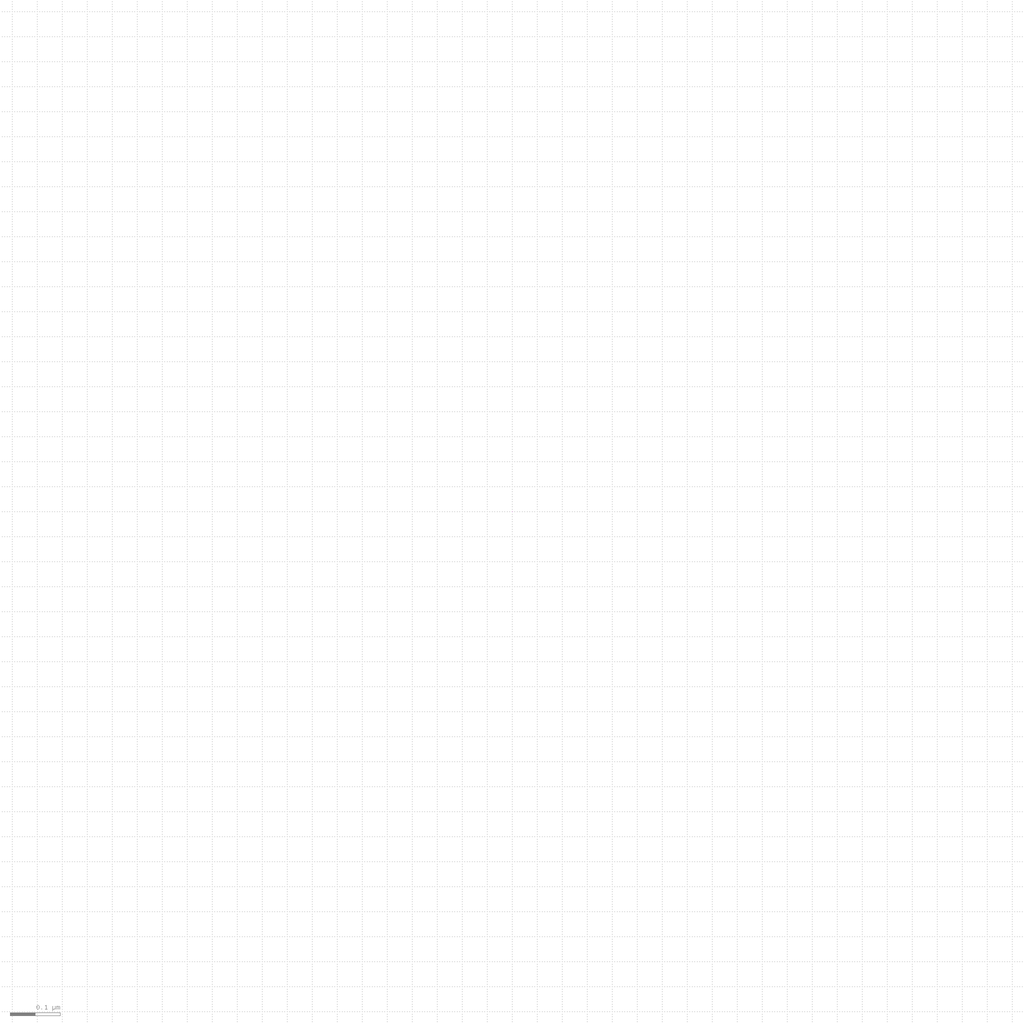
<source format=lef>
VERSION 5.3.1 ;

LAYER M1
    ANTENNACUMAREARATIO  600 ;
    ANTENNACUMDIFFAREARATIO PWL ( ( 0 600 ) ( 0.249 600 ) ( 0.251 2300.4 ) ( 1 2600 ) ) ;
END M1

LAYER V1
    ANTENNACUMAREARATIO  20 ;
    ANTENNACUMDIFFAREARATIO PWL ( ( 0 20 ) ( 0.249 20 ) ( 0.25 92.59 ) ( 1 160 ) ) ;
END V1

LAYER M2
    ANTENNACUMAREARATIO  600 ;
    ANTENNACUMDIFFAREARATIO PWL ( ( 0 600 ) ( 0.249 600 ) ( 0.25 2300.4 ) ( 1 2600 ) ) ;
END M2

LAYER V2
    ANTENNACUMAREARATIO  20 ;
    ANTENNACUMDIFFAREARATIO PWL ( ( 0 20 ) ( 0.249 20 ) ( 0.25 92.59 ) ( 1 160 ) ) ;
END V2

LAYER M3
    ANTENNACUMAREARATIO  600 ;
    ANTENNACUMDIFFAREARATIO PWL ( ( 0 600 ) ( 0.249 600 ) ( 0.25  2300.4 ) ( 1 2600 ) ) ;
END M3

LAYER V3
    ANTENNACUMAREARATIO  20 ;
    ANTENNACUMDIFFAREARATIO PWL ( ( 0 20 ) ( 0.249 20 ) ( 0.25 92.59 ) ( 1 160 ) ) ;
END V3

LAYER M4
    ANTENNACUMAREARATIO  600 ;
    ANTENNACUMDIFFAREARATIO PWL ( ( 0 600 ) ( 0.249 600 ) ( 0.25  2300.4 ) ( 1 2600 ) ) ;
END M4

LAYER V4
    ANTENNACUMAREARATIO  20 ;
    ANTENNACUMDIFFAREARATIO PWL ( ( 0 20 ) ( 0.249 20 ) ( 0.25 92.59 ) ( 1 160 ) ) ;
END V4

LAYER M5
    ANTENNACUMAREARATIO  600 ;
    ANTENNACUMDIFFAREARATIO PWL ( ( 0 600 ) ( 0.249 600 ) ( 0.25  2300.4 ) ( 1 2600 ) ) ;
END M5

LAYER V5
    ANTENNACUMAREARATIO  20 ;
    ANTENNACUMDIFFAREARATIO PWL ( ( 0 20 ) ( 0.249 20 ) ( 0.25 92.59 ) ( 1 160 ) ) ;
END V5

LAYER M6
    ANTENNACUMAREARATIO  600 ;
    ANTENNACUMDIFFAREARATIO PWL ( ( 0 600 ) ( 0.249 600 ) ( 0.25  2300.4 ) ( 1 2600 ) ) ;
END M6

LAYER V6
    ANTENNACUMAREARATIO  20 ;
    ANTENNACUMDIFFAREARATIO PWL ( ( 0 20 ) ( 0.249 20 ) ( 0.25 92.59 ) ( 1 160 ) ) ;
END V6

LAYER M7
    ANTENNACUMAREARATIO  600 ;
    ANTENNACUMDIFFAREARATIO PWL ( ( 0 600 ) ( 0.249 600 ) ( 0.25  2300.4 ) ( 1 2600 ) ) ;
END M7

MACRO AND2CLKHD1XHT
  PIN A
    #DIRECTION INPUT ;
    AntennaGateArea  0.104 LAYER M1 ;
  END A
  PIN B
    #DIRECTION INPUT ;
    AntennaGateArea  0.104 LAYER M1 ;
  END B
  PIN Z
    #DIRECTION OUTPUT ;
    AntennaDiffArea  0.5865 LAYER M1 ;
  END Z
END AND2CLKHD1XHT

MACRO AND2CLKHD2XHT
  PIN A
    #DIRECTION INPUT ;
    AntennaGateArea  0.1664 LAYER M1 ;
  END A
  PIN B
    #DIRECTION INPUT ;
    AntennaGateArea  0.1664 LAYER M1 ;
  END B
  PIN Z
    #DIRECTION OUTPUT ;
    AntennaDiffArea  0.6747 LAYER M1 ;
  END Z
END AND2CLKHD2XHT

MACRO AND2CLKHD3XHT
  PIN A
    #DIRECTION INPUT ;
    AntennaGateArea  0.2496 LAYER M1 ;
  END A
  PIN B
    #DIRECTION INPUT ;
    AntennaGateArea  0.2496 LAYER M1 ;
  END B
  PIN Z
    #DIRECTION OUTPUT ;
    AntennaDiffArea  1.27155 LAYER M1 ;
  END Z
END AND2CLKHD3XHT

MACRO AND2CLKHD4XHT
  PIN A
    #DIRECTION INPUT ;
    AntennaGateArea  0.2548 LAYER M1 ;
  END A
  PIN B
    #DIRECTION INPUT ;
    AntennaGateArea  0.2548 LAYER M1 ;
  END B
  PIN Z
    #DIRECTION OUTPUT ;
    AntennaDiffArea  1.3494 LAYER M1 ;
  END Z
END AND2CLKHD4XHT

MACRO AND2HD1XHT
  PIN A
    #DIRECTION INPUT ;
    AntennaGateArea  0.0858 LAYER M1 ;
  END A
  PIN B
    #DIRECTION INPUT ;
    AntennaGateArea  0.0858 LAYER M1 ;
  END B
  PIN Z
    #DIRECTION OUTPUT ;
    AntennaDiffArea  0.72795 LAYER M1 ;
  END Z
END AND2HD1XHT

MACRO AND2HD1XSPGHT
  PIN A
    #DIRECTION INPUT ;
    AntennaGateArea  0.0858 LAYER M1 ;
    AntennaGateArea  0.0858 LAYER M2 ;
    AntennaGateArea  0.0858 LAYER M3 ;
    AntennaGateArea  0.0858 LAYER M4 ;
    AntennaGateArea  0.0858 LAYER M5 ;
    AntennaGateArea  0.0858 LAYER M6 ;
    AntennaGateArea  0.0858 LAYER M7 ;
  END A
  PIN B
    #DIRECTION INPUT ;
    AntennaGateArea  0.0858 LAYER M1 ;
    AntennaGateArea  0.0858 LAYER M2 ;
    AntennaGateArea  0.0858 LAYER M3 ;
    AntennaGateArea  0.0858 LAYER M4 ;
    AntennaGateArea  0.0858 LAYER M5 ;
    AntennaGateArea  0.0858 LAYER M6 ;
    AntennaGateArea  0.0858 LAYER M7 ;
  END B
  PIN Z
    #DIRECTION OUTPUT ;
    AntennaDiffArea  0.72795 LAYER M1 ;
    AntennaDiffArea  0.72795 LAYER M2 ;
    AntennaDiffArea  0.72795 LAYER M3 ;
    AntennaDiffArea  0.72795 LAYER M4 ;
    AntennaDiffArea  0.72795 LAYER M5 ;
    AntennaDiffArea  0.72795 LAYER M6 ;
    AntennaDiffArea  0.72795 LAYER M7 ;
  END Z
END AND2HD1XSPGHT

MACRO AND2HD2XHT
  PIN A
    #DIRECTION INPUT ;
    AntennaGateArea  0.1547 LAYER M1 ;
  END A
  PIN B
    #DIRECTION INPUT ;
    AntennaGateArea  0.1547 LAYER M1 ;
  END B
  PIN Z
    #DIRECTION OUTPUT ;
    AntennaDiffArea  0.8229 LAYER M1 ;
  END Z
END AND2HD2XHT

MACRO AND2HD2XSPGHT
  PIN A
    #DIRECTION INPUT ;
    AntennaGateArea  0.1547 LAYER M1 ;
    AntennaGateArea  0.1547 LAYER M2 ;
    AntennaGateArea  0.1547 LAYER M3 ;
    AntennaGateArea  0.1547 LAYER M4 ;
    AntennaGateArea  0.1547 LAYER M5 ;
    AntennaGateArea  0.1547 LAYER M6 ;
    AntennaGateArea  0.1547 LAYER M7 ;
  END A
  PIN B
    #DIRECTION INPUT ;
    AntennaGateArea  0.1547 LAYER M1 ;
    AntennaGateArea  0.1547 LAYER M2 ;
    AntennaGateArea  0.1547 LAYER M3 ;
    AntennaGateArea  0.1547 LAYER M4 ;
    AntennaGateArea  0.1547 LAYER M5 ;
    AntennaGateArea  0.1547 LAYER M6 ;
    AntennaGateArea  0.1547 LAYER M7 ;
  END B
  PIN Z
    #DIRECTION OUTPUT ;
    AntennaDiffArea  0.8229 LAYER M1 ;
    AntennaDiffArea  0.8229 LAYER M2 ;
    AntennaDiffArea  0.8229 LAYER M3 ;
    AntennaDiffArea  0.8229 LAYER M4 ;
    AntennaDiffArea  0.8229 LAYER M5 ;
    AntennaDiffArea  0.8229 LAYER M6 ;
    AntennaDiffArea  0.8229 LAYER M7 ;
  END Z
END AND2HD2XSPGHT

MACRO AND2HDLXHT
  PIN A
    #DIRECTION INPUT ;
    AntennaGateArea  0.0858 LAYER M1 ;
  END A
  PIN B
    #DIRECTION INPUT ;
    AntennaGateArea  0.0858 LAYER M1 ;
  END B
  PIN Z
    #DIRECTION OUTPUT ;
    AntennaDiffArea  0.2484 LAYER M1 ;
  END Z
END AND2HDLXHT

MACRO AND2HDMXHT
  PIN A
    #DIRECTION INPUT ;
    AntennaGateArea  0.0858 LAYER M1 ;
  END A
  PIN B
    #DIRECTION INPUT ;
    AntennaGateArea  0.0858 LAYER M1 ;
  END B
  PIN Z
    #DIRECTION OUTPUT ;
    AntennaDiffArea  0.3726 LAYER M1 ;
  END Z
END AND2HDMXHT

MACRO AND2HDUXHT
  PIN A
    #DIRECTION INPUT ;
    AntennaGateArea  0.0572 LAYER M1 ;
  END A
  PIN B
    #DIRECTION INPUT ;
    AntennaGateArea  0.0572 LAYER M1 ;
  END B
  PIN Z
    #DIRECTION OUTPUT ;
    AntennaDiffArea  0.216 LAYER M1 ;
  END Z
END AND2HDUXHT

MACRO AND3HD1XHT
  PIN A
    #DIRECTION INPUT ;
    AntennaGateArea  0.0884 LAYER M1 ;
  END A
  PIN B
    #DIRECTION INPUT ;
    AntennaGateArea  0.0884 LAYER M1 ;
  END B
  PIN C
    #DIRECTION INPUT ;
    AntennaGateArea  0.0884 LAYER M1 ;
  END C
  PIN Z
    #DIRECTION OUTPUT ;
    AntennaDiffArea  0.72795 LAYER M1 ;
  END Z
END AND3HD1XHT

MACRO AND3HD2XHT
  PIN A
    #DIRECTION INPUT ;
    AntennaGateArea  0.1742 LAYER M1 ;
  END A
  PIN B
    #DIRECTION INPUT ;
    AntennaGateArea  0.1742 LAYER M1 ;
  END B
  PIN C
    #DIRECTION INPUT ;
    AntennaGateArea  0.1742 LAYER M1 ;
  END C
  PIN Z
    #DIRECTION OUTPUT ;
    AntennaDiffArea  0.8651 LAYER M1 ;
  END Z
END AND3HD2XHT

MACRO AND3HDLXHT
  PIN A
    #DIRECTION INPUT ;
    AntennaGateArea  0.078 LAYER M1 ;
  END A
  PIN B
    #DIRECTION INPUT ;
    AntennaGateArea  0.078 LAYER M1 ;
  END B
  PIN C
    #DIRECTION INPUT ;
    AntennaGateArea  0.078 LAYER M1 ;
  END C
  PIN Z
    #DIRECTION OUTPUT ;
    AntennaDiffArea  0.2484 LAYER M1 ;
  END Z
END AND3HDLXHT

MACRO AND3HDMXHT
  PIN A
    #DIRECTION INPUT ;
    AntennaGateArea  0.078 LAYER M1 ;
  END A
  PIN B
    #DIRECTION INPUT ;
    AntennaGateArea  0.078 LAYER M1 ;
  END B
  PIN C
    #DIRECTION INPUT ;
    AntennaGateArea  0.078 LAYER M1 ;
  END C
  PIN Z
    #DIRECTION OUTPUT ;
    AntennaDiffArea  0.3726 LAYER M1 ;
  END Z
END AND3HDMXHT

MACRO AND4HD1XHT
  PIN A
    #DIRECTION INPUT ;
    AntennaGateArea  0.091 LAYER M1 ;
  END A
  PIN B
    #DIRECTION INPUT ;
    AntennaGateArea  0.091 LAYER M1 ;
  END B
  PIN C
    #DIRECTION INPUT ;
    AntennaGateArea  0.091 LAYER M1 ;
  END C
  PIN D
    #DIRECTION INPUT ;
    AntennaGateArea  0.091 LAYER M1 ;
  END D
  PIN Z
    #DIRECTION OUTPUT ;
    AntennaDiffArea  0.74905 LAYER M1 ;
  END Z
END AND4HD1XHT

MACRO AND4HD2XHT
  PIN A
    #DIRECTION INPUT ;
    AntennaGateArea  0.1859 LAYER M1 ;
  END A
  PIN B
    #DIRECTION INPUT ;
    AntennaGateArea  0.1859 LAYER M1 ;
  END B
  PIN C
    #DIRECTION INPUT ;
    AntennaGateArea  0.1859 LAYER M1 ;
  END C
  PIN D
    #DIRECTION INPUT ;
    AntennaGateArea  0.1859 LAYER M1 ;
  END D
  PIN Z
    #DIRECTION OUTPUT ;
    AntennaDiffArea  0.8651 LAYER M1 ;
  END Z
END AND4HD2XHT

MACRO AND4HDLXHT
  PIN A
    #DIRECTION INPUT ;
    AntennaGateArea  0.0819 LAYER M1 ;
  END A
  PIN B
    #DIRECTION INPUT ;
    AntennaGateArea  0.0819 LAYER M1 ;
  END B
  PIN C
    #DIRECTION INPUT ;
    AntennaGateArea  0.0819 LAYER M1 ;
  END C
  PIN D
    #DIRECTION INPUT ;
    AntennaGateArea  0.0819 LAYER M1 ;
  END D
  PIN Z
    #DIRECTION OUTPUT ;
    AntennaDiffArea  0.2556 LAYER M1 ;
  END Z
END AND4HDLXHT

MACRO AND4HDMXHT
  PIN A
    #DIRECTION INPUT ;
    AntennaGateArea  0.0819 LAYER M1 ;
  END A
  PIN B
    #DIRECTION INPUT ;
    AntennaGateArea  0.0819 LAYER M1 ;
  END B
  PIN C
    #DIRECTION INPUT ;
    AntennaGateArea  0.0819 LAYER M1 ;
  END C
  PIN D
    #DIRECTION INPUT ;
    AntennaGateArea  0.0819 LAYER M1 ;
  END D
  PIN Z
    #DIRECTION OUTPUT ;
    AntennaDiffArea  0.3834 LAYER M1 ;
  END Z
END AND4HDMXHT

MACRO ANTFIXHDHT
  PIN Z
    #DIRECTION OUTPUT ;
    AntennaDiffArea  0.7744 LAYER M1 ;
  END Z
END ANTFIXHDHT

MACRO AOI211HD1XHT
  PIN A
    #DIRECTION INPUT ;
    AntennaGateArea  0.2106 LAYER M1 ;
  END A
  PIN B
    #DIRECTION INPUT ;
    AntennaGateArea  0.2106 LAYER M1 ;
  END B
  PIN C
    #DIRECTION INPUT ;
    AntennaGateArea  0.1989 LAYER M1 ;
  END C
  PIN D
    #DIRECTION INPUT ;
    AntennaGateArea  0.1989 LAYER M1 ;
  END D
  PIN Z
    #DIRECTION OUTPUT ;
    AntennaDiffArea  0.72795 LAYER M1 ;
  END Z
END AOI211HD1XHT

MACRO AOI211HD2XHT
  PIN A
    #DIRECTION INPUT ;
    AntennaGateArea  0.2106 LAYER M1 ;
  END A
  PIN B
    #DIRECTION INPUT ;
    AntennaGateArea  0.2106 LAYER M1 ;
  END B
  PIN C
    #DIRECTION INPUT ;
    AntennaGateArea  0.1989 LAYER M1 ;
  END C
  PIN D
    #DIRECTION INPUT ;
    AntennaGateArea  0.1989 LAYER M1 ;
  END D
  PIN Z
    #DIRECTION OUTPUT ;
    AntennaDiffArea  0.8229 LAYER M1 ;
  END Z
END AOI211HD2XHT

MACRO AOI211HDLXHT
  PIN A
    #DIRECTION INPUT ;
    AntennaGateArea  0.2106 LAYER M1 ;
  END A
  PIN B
    #DIRECTION INPUT ;
    AntennaGateArea  0.2106 LAYER M1 ;
  END B
  PIN C
    #DIRECTION INPUT ;
    AntennaGateArea  0.1989 LAYER M1 ;
  END C
  PIN D
    #DIRECTION INPUT ;
    AntennaGateArea  0.1989 LAYER M1 ;
  END D
  PIN Z
    #DIRECTION OUTPUT ;
    AntennaDiffArea  0.66735 LAYER M1 ;
  END Z
END AOI211HDLXHT

MACRO AOI211HDMXHT
  PIN A
    #DIRECTION INPUT ;
    AntennaGateArea  0.2106 LAYER M1 ;
  END A
  PIN B
    #DIRECTION INPUT ;
    AntennaGateArea  0.2106 LAYER M1 ;
  END B
  PIN C
    #DIRECTION INPUT ;
    AntennaGateArea  0.1989 LAYER M1 ;
  END C
  PIN D
    #DIRECTION INPUT ;
    AntennaGateArea  0.1989 LAYER M1 ;
  END D
  PIN Z
    #DIRECTION OUTPUT ;
    AntennaDiffArea  0.3726 LAYER M1 ;
  END Z
END AOI211HDMXHT

MACRO AOI21B2HD1XHT
  PIN AN
    #DIRECTION INPUT ;
    AntennaGateArea  0.1131 LAYER M1 ;
  END AN
  PIN C
    #DIRECTION INPUT ;
    AntennaGateArea  0.2431 LAYER M1 ;
  END C
  PIN BN
    #DIRECTION INPUT ;
    AntennaGateArea  0.1131 LAYER M1 ;
  END BN
  PIN Z
    #DIRECTION OUTPUT ;
    AntennaDiffArea  0.67715 LAYER M1 ;
  END Z
END AOI21B2HD1XHT

MACRO AOI21B2HD2XHT
  PIN AN
    #DIRECTION INPUT ;
    AntennaGateArea  0.1209 LAYER M1 ;
  END AN
  PIN C
    #DIRECTION INPUT ;
    AntennaGateArea  0.4862 LAYER M1 ;
  END C
  PIN BN
    #DIRECTION INPUT ;
    AntennaGateArea  0.1209 LAYER M1 ;
  END BN
  PIN Z
    #DIRECTION OUTPUT ;
    AntennaDiffArea  0.9949 LAYER M1 ;
  END Z
END AOI21B2HD2XHT

MACRO AOI21B2HDLXHT
  PIN AN
    #DIRECTION INPUT ;
    AntennaGateArea  0.1131 LAYER M1 ;
  END AN
  PIN C
    #DIRECTION INPUT ;
    AntennaGateArea  0.1131 LAYER M1 ;
  END C
  PIN BN
    #DIRECTION INPUT ;
    AntennaGateArea  0.1131 LAYER M1 ;
  END BN
  PIN Z
    #DIRECTION OUTPUT ;
    AntennaDiffArea  0.31365 LAYER M1 ;
  END Z
END AOI21B2HDLXHT

MACRO AOI21B2HDMXHT
  PIN AN
    #DIRECTION INPUT ;
    AntennaGateArea  0.1131 LAYER M1 ;
  END AN
  PIN C
    #DIRECTION INPUT ;
    AntennaGateArea  0.1703 LAYER M1 ;
  END C
  PIN BN
    #DIRECTION INPUT ;
    AntennaGateArea  0.1131 LAYER M1 ;
  END BN
  PIN Z
    #DIRECTION OUTPUT ;
    AntennaDiffArea  0.4722 LAYER M1 ;
  END Z
END AOI21B2HDMXHT

MACRO AOI21HD1XHT
  PIN A
    #DIRECTION INPUT ;
    AntennaGateArea  0.2743 LAYER M1 ;
  END A
  PIN B
    #DIRECTION INPUT ;
    AntennaGateArea  0.2743 LAYER M1 ;
  END B
  PIN C
    #DIRECTION INPUT ;
    AntennaGateArea  0.2431 LAYER M1 ;
  END C
  PIN Z
    #DIRECTION OUTPUT ;
    AntennaDiffArea  0.8328 LAYER M1 ;
  END Z
END AOI21HD1XHT

MACRO AOI21HD2XHT
  PIN A
    #DIRECTION INPUT ;
    AntennaGateArea  0.1248 LAYER M1 ;
  END A
  PIN B
    #DIRECTION INPUT ;
    AntennaGateArea  0.1248 LAYER M1 ;
  END B
  PIN C
    #DIRECTION INPUT ;
    AntennaGateArea  0.1131 LAYER M1 ;
  END C
  PIN Z
    #DIRECTION OUTPUT ;
    AntennaDiffArea  0.8229 LAYER M1 ;
  END Z
END AOI21HD2XHT

MACRO AOI21HDLXHT
  PIN A
    #DIRECTION INPUT ;
    AntennaGateArea  0.1248 LAYER M1 ;
  END A
  PIN B
    #DIRECTION INPUT ;
    AntennaGateArea  0.1248 LAYER M1 ;
  END B
  PIN C
    #DIRECTION INPUT ;
    AntennaGateArea  0.1131 LAYER M1 ;
  END C
  PIN Z
    #DIRECTION OUTPUT ;
    AntennaDiffArea  0.34755 LAYER M1 ;
  END Z
END AOI21HDLXHT

MACRO AOI21HDMXHT
  PIN A
    #DIRECTION INPUT ;
    AntennaGateArea  0.1885 LAYER M1 ;
  END A
  PIN B
    #DIRECTION INPUT ;
    AntennaGateArea  0.1885 LAYER M1 ;
  END B
  PIN C
    #DIRECTION INPUT ;
    AntennaGateArea  0.1703 LAYER M1 ;
  END C
  PIN Z
    #DIRECTION OUTPUT ;
    AntennaDiffArea  0.5163 LAYER M1 ;
  END Z
END AOI21HDMXHT

MACRO AOI21HDUXHT
  PIN A
    #DIRECTION INPUT ;
    AntennaGateArea  0.0832 LAYER M1 ;
  END A
  PIN B
    #DIRECTION INPUT ;
    AntennaGateArea  0.0832 LAYER M1 ;
  END B
  PIN C
    #DIRECTION INPUT ;
    AntennaGateArea  0.0754 LAYER M1 ;
  END C
  PIN Z
    #DIRECTION OUTPUT ;
    AntennaDiffArea  0.2569 LAYER M1 ;
  END Z
END AOI21HDUXHT

MACRO AOI221HD1XHT
  PIN A
    #DIRECTION INPUT ;
    AntennaGateArea  0.2106 LAYER M1 ;
  END A
  PIN B
    #DIRECTION INPUT ;
    AntennaGateArea  0.2106 LAYER M1 ;
  END B
  PIN C
    #DIRECTION INPUT ;
    AntennaGateArea  0.2106 LAYER M1 ;
  END C
  PIN D
    #DIRECTION INPUT ;
    AntennaGateArea  0.2106 LAYER M1 ;
  END D
  PIN E
    #DIRECTION INPUT ;
    AntennaGateArea  0.1989 LAYER M1 ;
  END E
  PIN Z
    #DIRECTION OUTPUT ;
    AntennaDiffArea  0.72795 LAYER M1 ;
  END Z
END AOI221HD1XHT

MACRO AOI221HD2XHT
  PIN A
    #DIRECTION INPUT ;
    AntennaGateArea  0.2106 LAYER M1 ;
  END A
  PIN B
    #DIRECTION INPUT ;
    AntennaGateArea  0.2106 LAYER M1 ;
  END B
  PIN C
    #DIRECTION INPUT ;
    AntennaGateArea  0.2106 LAYER M1 ;
  END C
  PIN D
    #DIRECTION INPUT ;
    AntennaGateArea  0.2106 LAYER M1 ;
  END D
  PIN E
    #DIRECTION INPUT ;
    AntennaGateArea  0.1989 LAYER M1 ;
  END E
  PIN Z
    #DIRECTION OUTPUT ;
    AntennaDiffArea  0.8229 LAYER M1 ;
  END Z
END AOI221HD2XHT

MACRO AOI221HDLXHT
  PIN A
    #DIRECTION INPUT ;
    AntennaGateArea  0.2106 LAYER M1 ;
  END A
  PIN B
    #DIRECTION INPUT ;
    AntennaGateArea  0.2106 LAYER M1 ;
  END B
  PIN C
    #DIRECTION INPUT ;
    AntennaGateArea  0.2106 LAYER M1 ;
  END C
  PIN D
    #DIRECTION INPUT ;
    AntennaGateArea  0.2106 LAYER M1 ;
  END D
  PIN E
    #DIRECTION INPUT ;
    AntennaGateArea  0.1989 LAYER M1 ;
  END E
  PIN Z
    #DIRECTION OUTPUT ;
    AntennaDiffArea  0.8514 LAYER M1 ;
  END Z
END AOI221HDLXHT

MACRO AOI221HDMXHT
  PIN A
    #DIRECTION INPUT ;
    AntennaGateArea  0.2106 LAYER M1 ;
  END A
  PIN B
    #DIRECTION INPUT ;
    AntennaGateArea  0.2106 LAYER M1 ;
  END B
  PIN C
    #DIRECTION INPUT ;
    AntennaGateArea  0.2106 LAYER M1 ;
  END C
  PIN D
    #DIRECTION INPUT ;
    AntennaGateArea  0.2106 LAYER M1 ;
  END D
  PIN E
    #DIRECTION INPUT ;
    AntennaGateArea  0.1989 LAYER M1 ;
  END E
  PIN Z
    #DIRECTION OUTPUT ;
    AntennaDiffArea  0.3861 LAYER M1 ;
  END Z
END AOI221HDMXHT

MACRO AOI222HD1XHT
  PIN A
    #DIRECTION INPUT ;
    AntennaGateArea  0.1625 LAYER M1 ;
  END A
  PIN B
    #DIRECTION INPUT ;
    AntennaGateArea  0.1625 LAYER M1 ;
  END B
  PIN C
    #DIRECTION INPUT ;
    AntennaGateArea  0.1625 LAYER M1 ;
  END C
  PIN D
    #DIRECTION INPUT ;
    AntennaGateArea  0.1625 LAYER M1 ;
  END D
  PIN E
    #DIRECTION INPUT ;
    AntennaGateArea  0.1625 LAYER M1 ;
  END E
  PIN F
    #DIRECTION INPUT ;
    AntennaGateArea  0.1625 LAYER M1 ;
  END F
  PIN Z
    #DIRECTION OUTPUT ;
    AntennaDiffArea  0.72795 LAYER M1 ;
  END Z
END AOI222HD1XHT

MACRO AOI222HD2XHT
  PIN A
    #DIRECTION INPUT ;
    AntennaGateArea  0.1625 LAYER M1 ;
  END A
  PIN B
    #DIRECTION INPUT ;
    AntennaGateArea  0.1625 LAYER M1 ;
  END B
  PIN C
    #DIRECTION INPUT ;
    AntennaGateArea  0.1625 LAYER M1 ;
  END C
  PIN D
    #DIRECTION INPUT ;
    AntennaGateArea  0.1625 LAYER M1 ;
  END D
  PIN E
    #DIRECTION INPUT ;
    AntennaGateArea  0.1625 LAYER M1 ;
  END E
  PIN F
    #DIRECTION INPUT ;
    AntennaGateArea  0.1625 LAYER M1 ;
  END F
  PIN Z
    #DIRECTION OUTPUT ;
    AntennaDiffArea  0.8229 LAYER M1 ;
  END Z
END AOI222HD2XHT

MACRO AOI222HDLXHT
  PIN A
    #DIRECTION INPUT ;
    AntennaGateArea  0.1625 LAYER M1 ;
  END A
  PIN B
    #DIRECTION INPUT ;
    AntennaGateArea  0.1625 LAYER M1 ;
  END B
  PIN C
    #DIRECTION INPUT ;
    AntennaGateArea  0.1625 LAYER M1 ;
  END C
  PIN D
    #DIRECTION INPUT ;
    AntennaGateArea  0.1625 LAYER M1 ;
  END D
  PIN E
    #DIRECTION INPUT ;
    AntennaGateArea  0.1625 LAYER M1 ;
  END E
  PIN F
    #DIRECTION INPUT ;
    AntennaGateArea  0.1625 LAYER M1 ;
  END F
  PIN Z
    #DIRECTION OUTPUT ;
    AntennaDiffArea  0.693 LAYER M1 ;
  END Z
END AOI222HDLXHT

MACRO AOI222HDMXHT
  PIN A
    #DIRECTION INPUT ;
    AntennaGateArea  0.1625 LAYER M1 ;
  END A
  PIN B
    #DIRECTION INPUT ;
    AntennaGateArea  0.1625 LAYER M1 ;
  END B
  PIN C
    #DIRECTION INPUT ;
    AntennaGateArea  0.1625 LAYER M1 ;
  END C
  PIN D
    #DIRECTION INPUT ;
    AntennaGateArea  0.1625 LAYER M1 ;
  END D
  PIN E
    #DIRECTION INPUT ;
    AntennaGateArea  0.1625 LAYER M1 ;
  END E
  PIN F
    #DIRECTION INPUT ;
    AntennaGateArea  0.1625 LAYER M1 ;
  END F
  PIN Z
    #DIRECTION OUTPUT ;
    AntennaDiffArea  0.3915 LAYER M1 ;
  END Z
END AOI222HDMXHT

MACRO AOI22B2HD1XHT
  PIN AN
    #DIRECTION INPUT ;
    AntennaGateArea  0.1131 LAYER M1 ;
  END AN
  PIN C
    #DIRECTION INPUT ;
    AntennaGateArea  0.2743 LAYER M1 ;
  END C
  PIN D
    #DIRECTION INPUT ;
    AntennaGateArea  0.2743 LAYER M1 ;
  END D
  PIN BN
    #DIRECTION INPUT ;
    AntennaGateArea  0.1131 LAYER M1 ;
  END BN
  PIN Z
    #DIRECTION OUTPUT ;
    AntennaDiffArea  0.73395 LAYER M1 ;
  END Z
END AOI22B2HD1XHT

MACRO AOI22B2HD2XHT
  PIN AN
    #DIRECTION INPUT ;
    AntennaGateArea  0.1209 LAYER M1 ;
  END AN
  PIN C
    #DIRECTION INPUT ;
    AntennaGateArea  0.5486 LAYER M1 ;
  END C
  PIN D
    #DIRECTION INPUT ;
    AntennaGateArea  0.5486 LAYER M1 ;
  END D
  PIN BN
    #DIRECTION INPUT ;
    AntennaGateArea  0.1209 LAYER M1 ;
  END BN
  PIN Z
    #DIRECTION OUTPUT ;
    AntennaDiffArea  1.0725 LAYER M1 ;
  END Z
END AOI22B2HD2XHT

MACRO AOI22B2HDLXHT
  PIN AN
    #DIRECTION INPUT ;
    AntennaGateArea  0.1131 LAYER M1 ;
  END AN
  PIN C
    #DIRECTION INPUT ;
    AntennaGateArea  0.1248 LAYER M1 ;
  END C
  PIN D
    #DIRECTION INPUT ;
    AntennaGateArea  0.1248 LAYER M1 ;
  END D
  PIN BN
    #DIRECTION INPUT ;
    AntennaGateArea  0.1131 LAYER M1 ;
  END BN
  PIN Z
    #DIRECTION OUTPUT ;
    AntennaDiffArea  0.3105 LAYER M1 ;
  END Z
END AOI22B2HDLXHT

MACRO AOI22B2HDMXHT
  PIN AN
    #DIRECTION INPUT ;
    AntennaGateArea  0.1131 LAYER M1 ;
  END AN
  PIN C
    #DIRECTION INPUT ;
    AntennaGateArea  0.1885 LAYER M1 ;
  END C
  PIN D
    #DIRECTION INPUT ;
    AntennaGateArea  0.1885 LAYER M1 ;
  END D
  PIN BN
    #DIRECTION INPUT ;
    AntennaGateArea  0.1131 LAYER M1 ;
  END BN
  PIN Z
    #DIRECTION OUTPUT ;
    AntennaDiffArea  0.454 LAYER M1 ;
  END Z
END AOI22B2HDMXHT

MACRO AOI22HD1XHT
  PIN A
    #DIRECTION INPUT ;
    AntennaGateArea  0.2743 LAYER M1 ;
  END A
  PIN B
    #DIRECTION INPUT ;
    AntennaGateArea  0.2743 LAYER M1 ;
  END B
  PIN C
    #DIRECTION INPUT ;
    AntennaGateArea  0.2743 LAYER M1 ;
  END C
  PIN D
    #DIRECTION INPUT ;
    AntennaGateArea  0.2743 LAYER M1 ;
  END D
  PIN Z
    #DIRECTION OUTPUT ;
    AntennaDiffArea  0.99265 LAYER M1 ;
  END Z
END AOI22HD1XHT

MACRO AOI22HD2XHT
  PIN A
    #DIRECTION INPUT ;
    AntennaGateArea  0.0975 LAYER M1 ;
  END A
  PIN B
    #DIRECTION INPUT ;
    AntennaGateArea  0.0975 LAYER M1 ;
  END B
  PIN C
    #DIRECTION INPUT ;
    AntennaGateArea  0.0975 LAYER M1 ;
  END C
  PIN D
    #DIRECTION INPUT ;
    AntennaGateArea  0.0975 LAYER M1 ;
  END D
  PIN Z
    #DIRECTION OUTPUT ;
    AntennaDiffArea  0.8229 LAYER M1 ;
  END Z
END AOI22HD2XHT

MACRO AOI22HDLXHT
  PIN A
    #DIRECTION INPUT ;
    AntennaGateArea  0.0975 LAYER M1 ;
  END A
  PIN B
    #DIRECTION INPUT ;
    AntennaGateArea  0.0975 LAYER M1 ;
  END B
  PIN C
    #DIRECTION INPUT ;
    AntennaGateArea  0.0975 LAYER M1 ;
  END C
  PIN D
    #DIRECTION INPUT ;
    AntennaGateArea  0.0975 LAYER M1 ;
  END D
  PIN Z
    #DIRECTION OUTPUT ;
    AntennaDiffArea  0.303 LAYER M1 ;
  END Z
END AOI22HDLXHT

MACRO AOI22HDMXHT
  PIN A
    #DIRECTION INPUT ;
    AntennaGateArea  0.143 LAYER M1 ;
  END A
  PIN B
    #DIRECTION INPUT ;
    AntennaGateArea  0.143 LAYER M1 ;
  END B
  PIN C
    #DIRECTION INPUT ;
    AntennaGateArea  0.143 LAYER M1 ;
  END C
  PIN D
    #DIRECTION INPUT ;
    AntennaGateArea  0.143 LAYER M1 ;
  END D
  PIN Z
    #DIRECTION OUTPUT ;
    AntennaDiffArea  0.44475 LAYER M1 ;
  END Z
END AOI22HDMXHT

MACRO AOI22HDUXHT
  PIN A
    #DIRECTION INPUT ;
    AntennaGateArea  0.0832 LAYER M1 ;
  END A
  PIN B
    #DIRECTION INPUT ;
    AntennaGateArea  0.0832 LAYER M1 ;
  END B
  PIN C
    #DIRECTION INPUT ;
    AntennaGateArea  0.0832 LAYER M1 ;
  END C
  PIN D
    #DIRECTION INPUT ;
    AntennaGateArea  0.0832 LAYER M1 ;
  END D
  PIN Z
    #DIRECTION OUTPUT ;
    AntennaDiffArea  0.2772 LAYER M1 ;
  END Z
END AOI22HDUXHT

MACRO AOI31HD1XHT
  PIN A
    #DIRECTION INPUT ;
    AntennaGateArea  0.2743 LAYER M1 ;
  END A
  PIN B
    #DIRECTION INPUT ;
    AntennaGateArea  0.2743 LAYER M1 ;
  END B
  PIN C
    #DIRECTION INPUT ;
    AntennaGateArea  0.2743 LAYER M1 ;
  END C
  PIN D
    #DIRECTION INPUT ;
    AntennaGateArea  0.221 LAYER M1 ;
  END D
  PIN Z
    #DIRECTION OUTPUT ;
    AntennaDiffArea  0.8412 LAYER M1 ;
  END Z
END AOI31HD1XHT

MACRO AOI31HD2XHT
  PIN A
    #DIRECTION INPUT ;
    AntennaGateArea  0.1729 LAYER M1 ;
  END A
  PIN B
    #DIRECTION INPUT ;
    AntennaGateArea  0.1729 LAYER M1 ;
  END B
  PIN C
    #DIRECTION INPUT ;
    AntennaGateArea  0.1729 LAYER M1 ;
  END C
  PIN D
    #DIRECTION INPUT ;
    AntennaGateArea  0.1404 LAYER M1 ;
  END D
  PIN Z
    #DIRECTION OUTPUT ;
    AntennaDiffArea  0.8229 LAYER M1 ;
  END Z
END AOI31HD2XHT

MACRO AOI31HDLXHT
  PIN A
    #DIRECTION INPUT ;
    AntennaGateArea  0.1729 LAYER M1 ;
  END A
  PIN B
    #DIRECTION INPUT ;
    AntennaGateArea  0.1729 LAYER M1 ;
  END B
  PIN C
    #DIRECTION INPUT ;
    AntennaGateArea  0.1729 LAYER M1 ;
  END C
  PIN D
    #DIRECTION INPUT ;
    AntennaGateArea  0.1404 LAYER M1 ;
  END D
  PIN Z
    #DIRECTION OUTPUT ;
    AntennaDiffArea  0.47585 LAYER M1 ;
  END Z
END AOI31HDLXHT

MACRO AOI31HDMXHT
  PIN A
    #DIRECTION INPUT ;
    AntennaGateArea  0.2119 LAYER M1 ;
  END A
  PIN B
    #DIRECTION INPUT ;
    AntennaGateArea  0.2119 LAYER M1 ;
  END B
  PIN C
    #DIRECTION INPUT ;
    AntennaGateArea  0.2119 LAYER M1 ;
  END C
  PIN D
    #DIRECTION INPUT ;
    AntennaGateArea  0.1729 LAYER M1 ;
  END D
  PIN Z
    #DIRECTION OUTPUT ;
    AntennaDiffArea  0.6502 LAYER M1 ;
  END Z
END AOI31HDMXHT

MACRO AOI32HD1XHT
  PIN A
    #DIRECTION INPUT ;
    AntennaGateArea  0.2704 LAYER M1 ;
  END A
  PIN B
    #DIRECTION INPUT ;
    AntennaGateArea  0.2704 LAYER M1 ;
  END B
  PIN C
    #DIRECTION INPUT ;
    AntennaGateArea  0.2704 LAYER M1 ;
  END C
  PIN D
    #DIRECTION INPUT ;
    AntennaGateArea  0.2392 LAYER M1 ;
  END D
  PIN E
    #DIRECTION INPUT ;
    AntennaGateArea  0.2392 LAYER M1 ;
  END E
  PIN Z
    #DIRECTION OUTPUT ;
    AntennaDiffArea  0.8187 LAYER M1 ;
  END Z
END AOI32HD1XHT

MACRO AOI32HD2XHT
  PIN A
    #DIRECTION INPUT ;
    AntennaGateArea  0.1326 LAYER M1 ;
  END A
  PIN B
    #DIRECTION INPUT ;
    AntennaGateArea  0.1326 LAYER M1 ;
  END B
  PIN C
    #DIRECTION INPUT ;
    AntennaGateArea  0.1326 LAYER M1 ;
  END C
  PIN D
    #DIRECTION INPUT ;
    AntennaGateArea  0.117 LAYER M1 ;
  END D
  PIN E
    #DIRECTION INPUT ;
    AntennaGateArea  0.117 LAYER M1 ;
  END E
  PIN Z
    #DIRECTION OUTPUT ;
    AntennaDiffArea  0.8229 LAYER M1 ;
  END Z
END AOI32HD2XHT

MACRO AOI32HDLXHT
  PIN A
    #DIRECTION INPUT ;
    AntennaGateArea  0.1326 LAYER M1 ;
  END A
  PIN B
    #DIRECTION INPUT ;
    AntennaGateArea  0.1326 LAYER M1 ;
  END B
  PIN C
    #DIRECTION INPUT ;
    AntennaGateArea  0.1326 LAYER M1 ;
  END C
  PIN D
    #DIRECTION INPUT ;
    AntennaGateArea  0.117 LAYER M1 ;
  END D
  PIN E
    #DIRECTION INPUT ;
    AntennaGateArea  0.117 LAYER M1 ;
  END E
  PIN Z
    #DIRECTION OUTPUT ;
    AntennaDiffArea  0.4008 LAYER M1 ;
  END Z
END AOI32HDLXHT

MACRO AOI32HDMXHT
  PIN A
    #DIRECTION INPUT ;
    AntennaGateArea  0.1807 LAYER M1 ;
  END A
  PIN B
    #DIRECTION INPUT ;
    AntennaGateArea  0.1807 LAYER M1 ;
  END B
  PIN C
    #DIRECTION INPUT ;
    AntennaGateArea  0.1807 LAYER M1 ;
  END C
  PIN D
    #DIRECTION INPUT ;
    AntennaGateArea  0.1599 LAYER M1 ;
  END D
  PIN E
    #DIRECTION INPUT ;
    AntennaGateArea  0.1599 LAYER M1 ;
  END E
  PIN Z
    #DIRECTION OUTPUT ;
    AntennaDiffArea  0.5472 LAYER M1 ;
  END Z
END AOI32HDMXHT

MACRO AOI33HD1XHT
  PIN A
    #DIRECTION INPUT ;
    AntennaGateArea  0.2704 LAYER M1 ;
  END A
  PIN B
    #DIRECTION INPUT ;
    AntennaGateArea  0.2704 LAYER M1 ;
  END B
  PIN C
    #DIRECTION INPUT ;
    AntennaGateArea  0.2704 LAYER M1 ;
  END C
  PIN D
    #DIRECTION INPUT ;
    AntennaGateArea  0.2704 LAYER M1 ;
  END D
  PIN E
    #DIRECTION INPUT ;
    AntennaGateArea  0.2704 LAYER M1 ;
  END E
  PIN F
    #DIRECTION INPUT ;
    AntennaGateArea  0.2704 LAYER M1 ;
  END F
  PIN Z
    #DIRECTION OUTPUT ;
    AntennaDiffArea  1.26105 LAYER M1 ;
  END Z
END AOI33HD1XHT

MACRO AOI33HD2XHT
  PIN A
    #DIRECTION INPUT ;
    AntennaGateArea  0.0949 LAYER M1 ;
  END A
  PIN B
    #DIRECTION INPUT ;
    AntennaGateArea  0.0949 LAYER M1 ;
  END B
  PIN C
    #DIRECTION INPUT ;
    AntennaGateArea  0.0949 LAYER M1 ;
  END C
  PIN D
    #DIRECTION INPUT ;
    AntennaGateArea  0.0949 LAYER M1 ;
  END D
  PIN E
    #DIRECTION INPUT ;
    AntennaGateArea  0.0949 LAYER M1 ;
  END E
  PIN F
    #DIRECTION INPUT ;
    AntennaGateArea  0.0949 LAYER M1 ;
  END F
  PIN Z
    #DIRECTION OUTPUT ;
    AntennaDiffArea  0.8229 LAYER M1 ;
  END Z
END AOI33HD2XHT

MACRO AOI33HDLXHT
  PIN A
    #DIRECTION INPUT ;
    AntennaGateArea  0.0949 LAYER M1 ;
  END A
  PIN B
    #DIRECTION INPUT ;
    AntennaGateArea  0.0949 LAYER M1 ;
  END B
  PIN C
    #DIRECTION INPUT ;
    AntennaGateArea  0.0949 LAYER M1 ;
  END C
  PIN D
    #DIRECTION INPUT ;
    AntennaGateArea  0.0949 LAYER M1 ;
  END D
  PIN E
    #DIRECTION INPUT ;
    AntennaGateArea  0.0949 LAYER M1 ;
  END E
  PIN F
    #DIRECTION INPUT ;
    AntennaGateArea  0.0949 LAYER M1 ;
  END F
  PIN Z
    #DIRECTION OUTPUT ;
    AntennaDiffArea  0.44205 LAYER M1 ;
  END Z
END AOI33HDLXHT

MACRO AOI33HDMXHT
  PIN A
    #DIRECTION INPUT ;
    AntennaGateArea  0.143 LAYER M1 ;
  END A
  PIN B
    #DIRECTION INPUT ;
    AntennaGateArea  0.143 LAYER M1 ;
  END B
  PIN C
    #DIRECTION INPUT ;
    AntennaGateArea  0.143 LAYER M1 ;
  END C
  PIN D
    #DIRECTION INPUT ;
    AntennaGateArea  0.143 LAYER M1 ;
  END D
  PIN E
    #DIRECTION INPUT ;
    AntennaGateArea  0.143 LAYER M1 ;
  END E
  PIN F
    #DIRECTION INPUT ;
    AntennaGateArea  0.143 LAYER M1 ;
  END F
  PIN Z
    #DIRECTION OUTPUT ;
    AntennaDiffArea  0.69825 LAYER M1 ;
  END Z
END AOI33HDMXHT

MACRO BUFCLKHD10XHT
  PIN A
    #DIRECTION INPUT ;
    AntennaGateArea  0.689 LAYER M1 ;
  END A
  PIN Z
    #DIRECTION OUTPUT ;
    AntennaDiffArea  2.1041 LAYER M1 ;
  END Z
END BUFCLKHD10XHT

MACRO BUFCLKHD12XHT
  PIN A
    #DIRECTION INPUT ;
    AntennaGateArea  0.689 LAYER M1 ;
  END A
  PIN Z
    #DIRECTION OUTPUT ;
    AntennaDiffArea  2.90525 LAYER M1 ;
  END Z
END BUFCLKHD12XHT

MACRO BUFCLKHD14XHT
  PIN A
    #DIRECTION INPUT ;
    AntennaGateArea  0.9217 LAYER M1 ;
  END A
  PIN Z
    #DIRECTION OUTPUT ;
    AntennaDiffArea  3.6075 LAYER M1 ;
  END Z
END BUFCLKHD14XHT

MACRO BUFCLKHD16XHT
  PIN A
    #DIRECTION INPUT ;
    AntennaGateArea  1.157 LAYER M1 ;
  END A
  PIN Z
    #DIRECTION OUTPUT ;
    AntennaDiffArea  4.3139 LAYER M1 ;
  END Z
END BUFCLKHD16XHT

MACRO BUFCLKHD1XHT
  PIN A
    #DIRECTION INPUT ;
    AntennaGateArea  0.1365 LAYER M1 ;
  END A
  PIN Z
    #DIRECTION OUTPUT ;
    AntennaDiffArea  0.5934 LAYER M1 ;
  END Z
END BUFCLKHD1XHT

MACRO BUFCLKHD20XHT
  PIN A
    #DIRECTION INPUT ;
    AntennaGateArea  1.521 LAYER M1 ;
  END A
  PIN Z
    #DIRECTION OUTPUT ;
    AntennaDiffArea  7.3671 LAYER M1 ;
  END Z
END BUFCLKHD20XHT

MACRO BUFCLKHD2XHT
  PIN A
    #DIRECTION INPUT ;
    AntennaGateArea  0.1365 LAYER M1 ;
  END A
  PIN Z
    #DIRECTION OUTPUT ;
    AntennaDiffArea  0.7045 LAYER M1 ;
  END Z
END BUFCLKHD2XHT

MACRO BUFCLKHD30XHT
  PIN A
    #DIRECTION INPUT ;
    AntennaGateArea  1.6796 LAYER M1 ;
  END A
  PIN Z
    #DIRECTION OUTPUT ;
    AntennaDiffArea  10.7733 LAYER M1 ;
  END Z
END BUFCLKHD30XHT

MACRO BUFCLKHD3XHT
  PIN A
    #DIRECTION INPUT ;
    AntennaGateArea  0.1872 LAYER M1 ;
  END A
  PIN Z
    #DIRECTION OUTPUT ;
    AntennaDiffArea  1.35835 LAYER M1 ;
  END Z
END BUFCLKHD3XHT

MACRO BUFCLKHD40XHT
  PIN A
    #DIRECTION INPUT ;
    AntennaGateArea  2.236 LAYER M1 ;
  END A
  PIN Z
    #DIRECTION OUTPUT ;
    AntennaDiffArea  13.962 LAYER M1 ;
  END Z
END BUFCLKHD40XHT

MACRO BUFCLKHD4XHT
  PIN A
    #DIRECTION INPUT ;
    AntennaGateArea  0.2236 LAYER M1 ;
  END A
  PIN Z
    #DIRECTION OUTPUT ;
    AntennaDiffArea  1.43775 LAYER M1 ;
  END Z
END BUFCLKHD4XHT

MACRO BUFCLKHD5XHT
  PIN A
    #DIRECTION INPUT ;
    AntennaGateArea  0.2236 LAYER M1 ;
  END A
  PIN Z
    #DIRECTION OUTPUT ;
    AntennaDiffArea  2.0355 LAYER M1 ;
  END Z
END BUFCLKHD5XHT

MACRO BUFCLKHD6XHT
  PIN A
    #DIRECTION INPUT ;
    AntennaGateArea  0.3367 LAYER M1 ;
  END A
  PIN Z
    #DIRECTION OUTPUT ;
    AntennaDiffArea  1.78875 LAYER M1 ;
  END Z
END BUFCLKHD6XHT

MACRO BUFCLKHD7XHT
  PIN A
    #DIRECTION INPUT ;
    AntennaGateArea  0.3367 LAYER M1 ;
  END A
  PIN Z
    #DIRECTION OUTPUT ;
    AntennaDiffArea  2.1996 LAYER M1 ;
  END Z
END BUFCLKHD7XHT

MACRO BUFCLKHD80XHT
  PIN A
    #DIRECTION INPUT ;
    AntennaGateArea  4.5916 LAYER M1 ;
  END A
  PIN Z
    #DIRECTION OUTPUT ;
    AntennaDiffArea  27.9403 LAYER M1 ;
  END Z
END BUFCLKHD80XHT

MACRO BUFCLKHD8XHT
  PIN A
    #DIRECTION INPUT ;
    AntennaGateArea  0.4628 LAYER M1 ;
  END A
  PIN Z
    #DIRECTION OUTPUT ;
    AntennaDiffArea  2.0508 LAYER M1 ;
  END Z
END BUFCLKHD8XHT

MACRO BUFCLKHDLXHT
  PIN A
    #DIRECTION INPUT ;
    AntennaGateArea  0.1365 LAYER M1 ;
  END A
  PIN Z
    #DIRECTION OUTPUT ;
    AntennaDiffArea  0.36225 LAYER M1 ;
  END Z
END BUFCLKHDLXHT

MACRO BUFCLKHDMXHT
  PIN A
    #DIRECTION INPUT ;
    AntennaGateArea  0.1365 LAYER M1 ;
  END A
  PIN Z
    #DIRECTION OUTPUT ;
    AntennaDiffArea  0.4347 LAYER M1 ;
  END Z
END BUFCLKHDMXHT

MACRO BUFCLKHDUXHT
  PIN A
    #DIRECTION INPUT ;
    AntennaGateArea  0.091 LAYER M1 ;
  END A
  PIN Z
    #DIRECTION OUTPUT ;
    AntennaDiffArea  0.2775 LAYER M1 ;
  END Z
END BUFCLKHDUXHT

MACRO BUFHD12XHT
  PIN A
    #DIRECTION INPUT ;
    AntennaGateArea  1.0972 LAYER M1 ;
  END A
  PIN Z
    #DIRECTION OUTPUT ;
    AntennaDiffArea  4.9374 LAYER M1 ;
  END Z
END BUFHD12XHT

MACRO BUFHD16XHT
  PIN A
    #DIRECTION INPUT ;
    AntennaGateArea  1.3715 LAYER M1 ;
  END A
  PIN Z
    #DIRECTION OUTPUT ;
    AntennaDiffArea  6.5832 LAYER M1 ;
  END Z
END BUFHD16XHT

MACRO BUFHD1XHT
  PIN A
    #DIRECTION INPUT ;
    AntennaGateArea  0.0936 LAYER M1 ;
  END A
  PIN Z
    #DIRECTION OUTPUT ;
    AntennaDiffArea  0.72795 LAYER M1 ;
  END Z
END BUFHD1XHT

MACRO BUFHD20XHT
  PIN A
    #DIRECTION INPUT ;
    AntennaGateArea  1.6458 LAYER M1 ;
  END A
  PIN Z
    #DIRECTION OUTPUT ;
    AntennaDiffArea  8.229 LAYER M1 ;
  END Z
END BUFHD20XHT

MACRO BUFHD2XHT
  PIN A
    #DIRECTION INPUT ;
    AntennaGateArea  0.1846 LAYER M1 ;
  END A
  PIN Z
    #DIRECTION OUTPUT ;
    AntennaDiffArea  0.8229 LAYER M1 ;
  END Z
END BUFHD2XHT

MACRO BUFHD3XHT
  PIN A
    #DIRECTION INPUT ;
    AntennaGateArea  0.2743 LAYER M1 ;
  END A
  PIN Z
    #DIRECTION OUTPUT ;
    AntennaDiffArea  1.55085 LAYER M1 ;
  END Z
END BUFHD3XHT

MACRO BUFHD4XHT
  PIN A
    #DIRECTION INPUT ;
    AntennaGateArea  0.3653 LAYER M1 ;
  END A
  PIN Z
    #DIRECTION OUTPUT ;
    AntennaDiffArea  1.6458 LAYER M1 ;
  END Z
END BUFHD4XHT

MACRO BUFHD5XHT
  PIN A
    #DIRECTION INPUT ;
    AntennaGateArea  0.3653 LAYER M1 ;
  END A
  PIN Z
    #DIRECTION OUTPUT ;
    AntennaDiffArea  2.37375 LAYER M1 ;
  END Z
END BUFHD5XHT

MACRO BUFHD6XHT
  PIN A
    #DIRECTION INPUT ;
    AntennaGateArea  0.4121 LAYER M1 ;
  END A
  PIN Z
    #DIRECTION OUTPUT ;
    AntennaDiffArea  2.4687 LAYER M1 ;
  END Z
END BUFHD6XHT

MACRO BUFHD7XHT
  PIN A
    #DIRECTION INPUT ;
    AntennaGateArea  0.5486 LAYER M1 ;
  END A
  PIN Z
    #DIRECTION OUTPUT ;
    AntennaDiffArea  3.19665 LAYER M1 ;
  END Z
END BUFHD7XHT

MACRO BUFHD8XHT
  PIN A
    #DIRECTION INPUT ;
    AntennaGateArea  0.7306 LAYER M1 ;
  END A
  PIN Z
    #DIRECTION OUTPUT ;
    AntennaDiffArea  3.2916 LAYER M1 ;
  END Z
END BUFHD8XHT

MACRO BUFHD8XSPGHT
  PIN A
    #DIRECTION INPUT ;
    AntennaGateArea  0.7306 LAYER M1 ;
    AntennaGateArea  0.7306 LAYER M2 ;
    AntennaGateArea  0.7306 LAYER M3 ;
    AntennaGateArea  0.7306 LAYER M4 ;
    AntennaGateArea  0.7306 LAYER M5 ;
    AntennaGateArea  0.7306 LAYER M6 ;
    AntennaGateArea  0.7306 LAYER M7 ;
  END A
  PIN Z
    #DIRECTION OUTPUT ;
    AntennaDiffArea  3.2916 LAYER M1 ;
    AntennaDiffArea  3.2916 LAYER M2 ;
    AntennaDiffArea  3.2916 LAYER M3 ;
    AntennaDiffArea  3.2916 LAYER M4 ;
    AntennaDiffArea  3.2916 LAYER M5 ;
    AntennaDiffArea  3.2916 LAYER M6 ;
    AntennaDiffArea  3.2916 LAYER M7 ;
  END Z
END BUFHD8XSPGHT

MACRO BUFHDLXHT
  PIN A
    #DIRECTION INPUT ;
    AntennaGateArea  0.0936 LAYER M1 ;
  END A
  PIN Z
    #DIRECTION OUTPUT ;
    AntennaDiffArea  0.2484 LAYER M1 ;
  END Z
END BUFHDLXHT

MACRO BUFHDMXHT
  PIN A
    #DIRECTION INPUT ;
    AntennaGateArea  0.0936 LAYER M1 ;
  END A
  PIN Z
    #DIRECTION OUTPUT ;
    AntennaDiffArea  0.3726 LAYER M1 ;
  END Z
END BUFHDMXHT

MACRO BUFHDUXHT
  PIN A
    #DIRECTION INPUT ;
    AntennaGateArea  0.0624 LAYER M1 ;
  END A
  PIN Z
    #DIRECTION OUTPUT ;
    AntennaDiffArea  0.216 LAYER M1 ;
  END Z
END BUFHDUXHT

MACRO BUFTSHD12XHT
  PIN A
    #DIRECTION INPUT ;
    AntennaGateArea  0.8229 LAYER M1 ;
  END A
  PIN E
    #DIRECTION INPUT ;
    AntennaGateArea  0.6578 LAYER M1 ;
  END E
  PIN Z
    #DIRECTION OUTPUT ;
    AntennaDiffArea  5.5704 LAYER M1 ;
  END Z
END BUFTSHD12XHT

MACRO BUFTSHD16XHT
  PIN A
    #DIRECTION INPUT ;
    AntennaGateArea  1.6458 LAYER M1 ;
  END A
  PIN E
    #DIRECTION INPUT ;
    AntennaGateArea  1.0335 LAYER M1 ;
  END E
  PIN Z
    #DIRECTION OUTPUT ;
    AntennaDiffArea  7.2162 LAYER M1 ;
  END Z
END BUFTSHD16XHT

MACRO BUFTSHD1XHT
  PIN A
    #DIRECTION INPUT ;
    AntennaGateArea  0.1716 LAYER M1 ;
  END A
  PIN E
    #DIRECTION INPUT ;
    AntennaGateArea  0.2613 LAYER M1 ;
  END E
  PIN Z
    #DIRECTION OUTPUT ;
    AntennaDiffArea  0.6694 LAYER M1 ;
  END Z
END BUFTSHD1XHT

MACRO BUFTSHD20XHT
  PIN A
    #DIRECTION INPUT ;
    AntennaGateArea  1.9201 LAYER M1 ;
  END A
  PIN E
    #DIRECTION INPUT ;
    AntennaGateArea  1.209 LAYER M1 ;
  END E
  PIN Z
    #DIRECTION OUTPUT ;
    AntennaDiffArea  8.862 LAYER M1 ;
  END Z
END BUFTSHD20XHT

MACRO BUFTSHD2XHT
  PIN A
    #DIRECTION INPUT ;
    AntennaGateArea  0.2054 LAYER M1 ;
  END A
  PIN E
    #DIRECTION INPUT ;
    AntennaGateArea  0.1924 LAYER M1 ;
  END E
  PIN Z
    #DIRECTION OUTPUT ;
    AntennaDiffArea  1.034 LAYER M1 ;
  END Z
END BUFTSHD2XHT

MACRO BUFTSHD3XHT
  PIN A
    #DIRECTION INPUT ;
    AntennaGateArea  0.2743 LAYER M1 ;
  END A
  PIN E
    #DIRECTION INPUT ;
    AntennaGateArea  0.2327 LAYER M1 ;
  END E
  PIN Z
    #DIRECTION OUTPUT ;
    AntennaDiffArea  1.2349 LAYER M1 ;
  END Z
END BUFTSHD3XHT

MACRO BUFTSHD4XHT
  PIN A
    #DIRECTION INPUT ;
    AntennaGateArea  0.4368 LAYER M1 ;
  END A
  PIN E
    #DIRECTION INPUT ;
    AntennaGateArea  0.299 LAYER M1 ;
  END E
  PIN Z
    #DIRECTION OUTPUT ;
    AntennaDiffArea  1.89385 LAYER M1 ;
  END Z
END BUFTSHD4XHT

MACRO BUFTSHD5XHT
  PIN A
    #DIRECTION INPUT ;
    AntennaGateArea  0.4992 LAYER M1 ;
  END A
  PIN E
    #DIRECTION INPUT ;
    AntennaGateArea  0.3432 LAYER M1 ;
  END E
  PIN Z
    #DIRECTION OUTPUT ;
    AntennaDiffArea  2.37375 LAYER M1 ;
  END Z
END BUFTSHD5XHT

MACRO BUFTSHD6XHT
  PIN A
    #DIRECTION INPUT ;
    AntennaGateArea  0.5486 LAYER M1 ;
  END A
  PIN E
    #DIRECTION INPUT ;
    AntennaGateArea  0.3705 LAYER M1 ;
  END E
  PIN Z
    #DIRECTION OUTPUT ;
    AntennaDiffArea  2.4687 LAYER M1 ;
  END Z
END BUFTSHD6XHT

MACRO BUFTSHD7XHT
  PIN A
    #DIRECTION INPUT ;
    AntennaGateArea  0.7488 LAYER M1 ;
  END A
  PIN E
    #DIRECTION INPUT ;
    AntennaGateArea  0.442 LAYER M1 ;
  END E
  PIN Z
    #DIRECTION OUTPUT ;
    AntennaDiffArea  3.19665 LAYER M1 ;
  END Z
END BUFTSHD7XHT

MACRO BUFTSHD8XHT
  PIN A
    #DIRECTION INPUT ;
    AntennaGateArea  0.8229 LAYER M1 ;
  END A
  PIN E
    #DIRECTION INPUT ;
    AntennaGateArea  0.4186 LAYER M1 ;
  END E
  PIN Z
    #DIRECTION OUTPUT ;
    AntennaDiffArea  3.9246 LAYER M1 ;
  END Z
END BUFTSHD8XHT

MACRO BUFTSHDLXHT
  PIN A
    #DIRECTION INPUT ;
    AntennaGateArea  0.0936 LAYER M1 ;
  END A
  PIN E
    #DIRECTION INPUT ;
    AntennaGateArea  0.1443 LAYER M1 ;
  END E
  PIN Z
    #DIRECTION OUTPUT ;
    AntennaDiffArea  0.40365 LAYER M1 ;
  END Z
END BUFTSHDLXHT

MACRO BUFTSHDMXHT
  PIN A
    #DIRECTION INPUT ;
    AntennaGateArea  0.0936 LAYER M1 ;
  END A
  PIN E
    #DIRECTION INPUT ;
    AntennaGateArea  0.1703 LAYER M1 ;
  END E
  PIN Z
    #DIRECTION OUTPUT ;
    AntennaDiffArea  0.6072 LAYER M1 ;
  END Z
END BUFTSHDMXHT

MACRO BUFTSHDUXHT
  PIN A
    #DIRECTION INPUT ;
    AntennaGateArea  0.0624 LAYER M1 ;
  END A
  PIN E
    #DIRECTION INPUT ;
    AntennaGateArea  0.0884 LAYER M1 ;
  END E
  PIN Z
    #DIRECTION OUTPUT ;
    AntennaDiffArea  0.2275 LAYER M1 ;
  END Z
END BUFTSHDUXHT

MACRO DEL1HD1XHT
  PIN A
    #DIRECTION INPUT ;
    AntennaGateArea  0.0936 LAYER M1 ;
  END A
  PIN Z
    #DIRECTION OUTPUT ;
    AntennaDiffArea  0.7042 LAYER M1 ;
  END Z
END DEL1HD1XHT

MACRO DEL1HDMXHT
  PIN A
    #DIRECTION INPUT ;
    AntennaGateArea  0.0936 LAYER M1 ;
  END A
  PIN Z
    #DIRECTION OUTPUT ;
    AntennaDiffArea  0.3726 LAYER M1 ;
  END Z
END DEL1HDMXHT

MACRO DEL1HDMXSPGHT
  PIN A
    #DIRECTION INPUT ;
    AntennaGateArea  0.0936 LAYER M1 ;
    AntennaGateArea  0.0936 LAYER M2 ;
    AntennaGateArea  0.0936 LAYER M3 ;
    AntennaGateArea  0.0936 LAYER M4 ;
    AntennaGateArea  0.0936 LAYER M5 ;
    AntennaGateArea  0.0936 LAYER M6 ;
    AntennaGateArea  0.0936 LAYER M7 ;
  END A
  PIN Z
    #DIRECTION OUTPUT ;
    AntennaDiffArea  0.35835 LAYER M1 ;
    AntennaDiffArea  0.35835 LAYER M2 ;
    AntennaDiffArea  0.35835 LAYER M3 ;
    AntennaDiffArea  0.35835 LAYER M4 ;
    AntennaDiffArea  0.35835 LAYER M5 ;
    AntennaDiffArea  0.35835 LAYER M6 ;
    AntennaDiffArea  0.35835 LAYER M7 ;
  END Z
END DEL1HDMXSPGHT

MACRO DEL2HD1XHT
  PIN A
    #DIRECTION INPUT ;
    AntennaGateArea  0.0936 LAYER M1 ;
  END A
  PIN Z
    #DIRECTION OUTPUT ;
    AntennaDiffArea  0.72795 LAYER M1 ;
  END Z
END DEL2HD1XHT

MACRO DEL2HDMXHT
  PIN A
    #DIRECTION INPUT ;
    AntennaGateArea  0.0936 LAYER M1 ;
  END A
  PIN Z
    #DIRECTION OUTPUT ;
    AntennaDiffArea  0.3726 LAYER M1 ;
  END Z
END DEL2HDMXHT

MACRO DEL2HDMXSPGHT
  PIN A
    #DIRECTION INPUT ;
    AntennaGateArea  0.0936 LAYER M1 ;
    AntennaGateArea  0.0936 LAYER M2 ;
    AntennaGateArea  0.0936 LAYER M3 ;
    AntennaGateArea  0.0936 LAYER M4 ;
    AntennaGateArea  0.0936 LAYER M5 ;
    AntennaGateArea  0.0936 LAYER M6 ;
    AntennaGateArea  0.0936 LAYER M7 ;
  END A
  PIN Z
    #DIRECTION OUTPUT ;
    AntennaDiffArea  0.327 LAYER M1 ;
    AntennaDiffArea  0.327 LAYER M2 ;
    AntennaDiffArea  0.327 LAYER M3 ;
    AntennaDiffArea  0.327 LAYER M4 ;
    AntennaDiffArea  0.327 LAYER M5 ;
    AntennaDiffArea  0.327 LAYER M6 ;
    AntennaDiffArea  0.327 LAYER M7 ;
  END Z
END DEL2HDMXSPGHT

MACRO DEL3HD1XHT
  PIN A
    #DIRECTION INPUT ;
    AntennaGateArea  0.0936 LAYER M1 ;
  END A
  PIN Z
    #DIRECTION OUTPUT ;
    AntennaDiffArea  0.72795 LAYER M1 ;
  END Z
END DEL3HD1XHT

MACRO DEL3HDMXHT
  PIN A
    #DIRECTION INPUT ;
    AntennaGateArea  0.0936 LAYER M1 ;
  END A
  PIN Z
    #DIRECTION OUTPUT ;
    AntennaDiffArea  0.3726 LAYER M1 ;
  END Z
END DEL3HDMXHT

MACRO DEL4HD1XHT
  PIN A
    #DIRECTION INPUT ;
    AntennaGateArea  0.0936 LAYER M1 ;
  END A
  PIN Z
    #DIRECTION OUTPUT ;
    AntennaDiffArea  0.72795 LAYER M1 ;
  END Z
END DEL4HD1XHT

MACRO DEL4HDMXHT
  PIN A
    #DIRECTION INPUT ;
    AntennaGateArea  0.0936 LAYER M1 ;
  END A
  PIN Z
    #DIRECTION OUTPUT ;
    AntennaDiffArea  0.3726 LAYER M1 ;
  END Z
END DEL4HDMXHT

MACRO DEL4HDMXSPGHT
  PIN A
    #DIRECTION INPUT ;
    AntennaGateArea  0.0936 LAYER M1 ;
    AntennaGateArea  0.0936 LAYER M2 ;
    AntennaGateArea  0.0936 LAYER M3 ;
    AntennaGateArea  0.0936 LAYER M4 ;
    AntennaGateArea  0.0936 LAYER M5 ;
    AntennaGateArea  0.0936 LAYER M6 ;
    AntennaGateArea  0.0936 LAYER M7 ;
  END A
  PIN Z
    #DIRECTION OUTPUT ;
    AntennaDiffArea  0.327 LAYER M1 ;
    AntennaDiffArea  0.327 LAYER M2 ;
    AntennaDiffArea  0.327 LAYER M3 ;
    AntennaDiffArea  0.327 LAYER M4 ;
    AntennaDiffArea  0.327 LAYER M5 ;
    AntennaDiffArea  0.327 LAYER M6 ;
    AntennaDiffArea  0.327 LAYER M7 ;
  END Z
END DEL4HDMXSPGHT

MACRO FAHD1XHT
  PIN A
    #DIRECTION INPUT ;
    AntennaGateArea  0.4368 LAYER M1 ;
  END A
  PIN B
    #DIRECTION INPUT ;
    AntennaGateArea  0.3211 LAYER M1 ;
  END B
  PIN S
    #DIRECTION OUTPUT ;
    AntennaDiffArea  0.72795 LAYER M1 ;
  END S
  PIN CI
    #DIRECTION INPUT ;
    AntennaGateArea  0.2886 LAYER M1 ;
  END CI
  PIN CO
    #DIRECTION OUTPUT ;
    AntennaDiffArea  0.5845 LAYER M1 ;
  END CO
END FAHD1XHT

MACRO FAHD2XHT
  PIN A
    #DIRECTION INPUT ;
    AntennaGateArea  0.5486 LAYER M1 ;
  END A
  PIN B
    #DIRECTION INPUT ;
    AntennaGateArea  0.4823 LAYER M1 ;
  END B
  PIN S
    #DIRECTION OUTPUT ;
    AntennaDiffArea  0.8229 LAYER M1 ;
  END S
  PIN CI
    #DIRECTION INPUT ;
    AntennaGateArea  0.3939 LAYER M1 ;
  END CI
  PIN CO
    #DIRECTION OUTPUT ;
    AntennaDiffArea  0.8229 LAYER M1 ;
  END CO
END FAHD2XHT

MACRO FAHDLXHT
  PIN A
    #DIRECTION INPUT ;
    AntennaGateArea  0.3744 LAYER M1 ;
  END A
  PIN B
    #DIRECTION INPUT ;
    AntennaGateArea  0.3211 LAYER M1 ;
  END B
  PIN S
    #DIRECTION OUTPUT ;
    AntennaDiffArea  0.2484 LAYER M1 ;
  END S
  PIN CI
    #DIRECTION INPUT ;
    AntennaGateArea  0.2626 LAYER M1 ;
  END CI
  PIN CO
    #DIRECTION OUTPUT ;
    AntennaDiffArea  0.261 LAYER M1 ;
  END CO
END FAHDLXHT

MACRO FAHDMXHT
  PIN A
    #DIRECTION INPUT ;
    AntennaGateArea  0.3744 LAYER M1 ;
  END A
  PIN B
    #DIRECTION INPUT ;
    AntennaGateArea  0.3211 LAYER M1 ;
  END B
  PIN S
    #DIRECTION OUTPUT ;
    AntennaDiffArea  0.36225 LAYER M1 ;
  END S
  PIN CI
    #DIRECTION INPUT ;
    AntennaGateArea  0.2626 LAYER M1 ;
  END CI
  PIN CO
    #DIRECTION OUTPUT ;
    AntennaDiffArea  0.38115 LAYER M1 ;
  END CO
END FAHDMXHT

MACRO FAHDUXHT
  PIN A
    #DIRECTION INPUT ;
    AntennaGateArea  0.0936 LAYER M1 ;
  END A
  PIN B
    #DIRECTION INPUT ;
    AntennaGateArea  0.0936 LAYER M1 ;
  END B
  PIN S
    #DIRECTION OUTPUT ;
    AntennaDiffArea  0.216 LAYER M1 ;
  END S
  PIN CI
    #DIRECTION INPUT ;
    AntennaGateArea  0.1716 LAYER M1 ;
  END CI
  PIN CO
    #DIRECTION OUTPUT ;
    AntennaDiffArea  0.216 LAYER M1 ;
  END CO
END FAHDUXHT

MACRO FAHHD1XHT
  PIN A
    #DIRECTION INPUT ;
    AntennaGateArea  0.1716 LAYER M1 ;
  END A
  PIN B
    #DIRECTION INPUT ;
    AntennaGateArea  0.2808 LAYER M1 ;
  END B
  PIN S
    #DIRECTION OUTPUT ;
    AntennaDiffArea  0.72795 LAYER M1 ;
  END S
  PIN CI
    #DIRECTION INPUT ;
    AntennaGateArea  0.1872 LAYER M1 ;
  END CI
  PIN CO
    #DIRECTION OUTPUT ;
    AntennaDiffArea  0.73985 LAYER M1 ;
  END CO
END FAHHD1XHT

MACRO FAHHD2XHT
  PIN A
    #DIRECTION INPUT ;
    AntennaGateArea  0.1651 LAYER M1 ;
  END A
  PIN B
    #DIRECTION INPUT ;
    AntennaGateArea  0.3029 LAYER M1 ;
  END B
  PIN S
    #DIRECTION OUTPUT ;
    AntennaDiffArea  0.8229 LAYER M1 ;
  END S
  PIN CI
    #DIRECTION INPUT ;
    AntennaGateArea  0.2743 LAYER M1 ;
  END CI
  PIN CO
    #DIRECTION OUTPUT ;
    AntennaDiffArea  0.8229 LAYER M1 ;
  END CO
END FAHHD2XHT

MACRO FAHHDLXHT
  PIN A
    #DIRECTION INPUT ;
    AntennaGateArea  0.1716 LAYER M1 ;
  END A
  PIN B
    #DIRECTION INPUT ;
    AntennaGateArea  0.2808 LAYER M1 ;
  END B
  PIN S
    #DIRECTION OUTPUT ;
    AntennaDiffArea  0.2499 LAYER M1 ;
  END S
  PIN CI
    #DIRECTION INPUT ;
    AntennaGateArea  0.1872 LAYER M1 ;
  END CI
  PIN CO
    #DIRECTION OUTPUT ;
    AntennaDiffArea  0.255 LAYER M1 ;
  END CO
END FAHHDLXHT

MACRO FAHHDMXHT
  PIN A
    #DIRECTION INPUT ;
    AntennaGateArea  0.1716 LAYER M1 ;
  END A
  PIN B
    #DIRECTION INPUT ;
    AntennaGateArea  0.2808 LAYER M1 ;
  END B
  PIN S
    #DIRECTION OUTPUT ;
    AntennaDiffArea  0.3741 LAYER M1 ;
  END S
  PIN CI
    #DIRECTION INPUT ;
    AntennaGateArea  0.1872 LAYER M1 ;
  END CI
  PIN CO
    #DIRECTION OUTPUT ;
    AntennaDiffArea  0.3855 LAYER M1 ;
  END CO
END FAHHDMXHT

MACRO FFDCRHD1XHT
  PIN Q
    #DIRECTION OUTPUT ;
    AntennaDiffArea  0.72795 LAYER M1 ;
  END Q
  PIN QN
    #DIRECTION OUTPUT ;
    AntennaDiffArea  0.72795 LAYER M1 ;
  END QN
  PIN D
    #DIRECTION INPUT ;
    AntennaGateArea  0.0858 LAYER M1 ;
  END D
  PIN RN
    #DIRECTION INPUT ;
    AntennaGateArea  0.0858 LAYER M1 ;
  END RN
  PIN CK
    #DIRECTION INPUT ;
    AntennaGateArea  0.078 LAYER M1 ;
  END CK
END FFDCRHD1XHT

MACRO FFDCRHD2XHT
  PIN Q
    #DIRECTION OUTPUT ;
    AntennaDiffArea  0.8229 LAYER M1 ;
  END Q
  PIN QN
    #DIRECTION OUTPUT ;
    AntennaDiffArea  0.8229 LAYER M1 ;
  END QN
  PIN D
    #DIRECTION INPUT ;
    AntennaGateArea  0.1144 LAYER M1 ;
  END D
  PIN RN
    #DIRECTION INPUT ;
    AntennaGateArea  0.1144 LAYER M1 ;
  END RN
  PIN CK
    #DIRECTION INPUT ;
    AntennaGateArea  0.117 LAYER M1 ;
  END CK
END FFDCRHD2XHT

MACRO FFDCRHDLXHT
  PIN Q
    #DIRECTION OUTPUT ;
    AntennaDiffArea  0.2484 LAYER M1 ;
  END Q
  PIN QN
    #DIRECTION OUTPUT ;
    AntennaDiffArea  0.24 LAYER M1 ;
  END QN
  PIN D
    #DIRECTION INPUT ;
    AntennaGateArea  0.052 LAYER M1 ;
  END D
  PIN RN
    #DIRECTION INPUT ;
    AntennaGateArea  0.052 LAYER M1 ;
  END RN
  PIN CK
    #DIRECTION INPUT ;
    AntennaGateArea  0.0468 LAYER M1 ;
  END CK
END FFDCRHDLXHT

MACRO FFDCRHDMXHT
  PIN Q
    #DIRECTION OUTPUT ;
    AntennaDiffArea  0.3726 LAYER M1 ;
  END Q
  PIN QN
    #DIRECTION OUTPUT ;
    AntennaDiffArea  0.33 LAYER M1 ;
  END QN
  PIN D
    #DIRECTION INPUT ;
    AntennaGateArea  0.0637 LAYER M1 ;
  END D
  PIN RN
    #DIRECTION INPUT ;
    AntennaGateArea  0.0637 LAYER M1 ;
  END RN
  PIN CK
    #DIRECTION INPUT ;
    AntennaGateArea  0.0572 LAYER M1 ;
  END CK
END FFDCRHDMXHT

MACRO FFDHD1XHT
  PIN Q
    #DIRECTION OUTPUT ;
    AntennaDiffArea  0.72795 LAYER M1 ;
  END Q
  PIN QN
    #DIRECTION OUTPUT ;
    AntennaDiffArea  0.72795 LAYER M1 ;
  END QN
  PIN D
    #DIRECTION INPUT ;
    AntennaGateArea  0.117 LAYER M1 ;
  END D
  PIN CK
    #DIRECTION INPUT ;
    AntennaGateArea  0.078 LAYER M1 ;
  END CK
END FFDHD1XHT

MACRO FFDHD1XSPGHT
  PIN Q
    #DIRECTION OUTPUT ;
    AntennaDiffArea  0.72795 LAYER M1 ;
    AntennaDiffArea  0.72795 LAYER M2 ;
    AntennaDiffArea  0.72795 LAYER M3 ;
    AntennaDiffArea  0.72795 LAYER M4 ;
    AntennaDiffArea  0.72795 LAYER M5 ;
    AntennaDiffArea  0.72795 LAYER M6 ;
    AntennaDiffArea  0.72795 LAYER M7 ;
  END Q
  PIN QN
    #DIRECTION OUTPUT ;
    AntennaDiffArea  0.72795 LAYER M1 ;
    AntennaDiffArea  0.72795 LAYER M2 ;
    AntennaDiffArea  0.72795 LAYER M3 ;
    AntennaDiffArea  0.72795 LAYER M4 ;
    AntennaDiffArea  0.72795 LAYER M5 ;
    AntennaDiffArea  0.72795 LAYER M6 ;
    AntennaDiffArea  0.72795 LAYER M7 ;
  END QN
  PIN D
    #DIRECTION INPUT ;
    AntennaGateArea  0.117 LAYER M1 ;
    AntennaGateArea  0.117 LAYER M2 ;
    AntennaGateArea  0.117 LAYER M3 ;
    AntennaGateArea  0.117 LAYER M4 ;
    AntennaGateArea  0.117 LAYER M5 ;
    AntennaGateArea  0.117 LAYER M6 ;
    AntennaGateArea  0.117 LAYER M7 ;
  END D
  PIN CK
    #DIRECTION INPUT ;
    AntennaGateArea  0.078 LAYER M1 ;
    AntennaGateArea  0.078 LAYER M2 ;
    AntennaGateArea  0.078 LAYER M3 ;
    AntennaGateArea  0.078 LAYER M4 ;
    AntennaGateArea  0.078 LAYER M5 ;
    AntennaGateArea  0.078 LAYER M6 ;
    AntennaGateArea  0.078 LAYER M7 ;
  END CK
END FFDHD1XSPGHT

MACRO FFDHD2XHT
  PIN Q
    #DIRECTION OUTPUT ;
    AntennaDiffArea  0.8229 LAYER M1 ;
  END Q
  PIN QN
    #DIRECTION OUTPUT ;
    AntennaDiffArea  0.8229 LAYER M1 ;
  END QN
  PIN D
    #DIRECTION INPUT ;
    AntennaGateArea  0.156 LAYER M1 ;
  END D
  PIN CK
    #DIRECTION INPUT ;
    AntennaGateArea  0.117 LAYER M1 ;
  END CK
END FFDHD2XHT

MACRO FFDHDLXHT
  PIN Q
    #DIRECTION OUTPUT ;
    AntennaDiffArea  0.2484 LAYER M1 ;
  END Q
  PIN QN
    #DIRECTION OUTPUT ;
    AntennaDiffArea  0.2484 LAYER M1 ;
  END QN
  PIN D
    #DIRECTION INPUT ;
    AntennaGateArea  0.0702 LAYER M1 ;
  END D
  PIN CK
    #DIRECTION INPUT ;
    AntennaGateArea  0.0468 LAYER M1 ;
  END CK
END FFDHDLXHT

MACRO FFDHDMXHT
  PIN Q
    #DIRECTION OUTPUT ;
    AntennaDiffArea  0.3726 LAYER M1 ;
  END Q
  PIN QN
    #DIRECTION OUTPUT ;
    AntennaDiffArea  0.3726 LAYER M1 ;
  END QN
  PIN D
    #DIRECTION INPUT ;
    AntennaGateArea  0.0858 LAYER M1 ;
  END D
  PIN CK
    #DIRECTION INPUT ;
    AntennaGateArea  0.0572 LAYER M1 ;
  END CK
END FFDHDMXHT

MACRO FFDHQHD1XHT
  PIN Q
    #DIRECTION OUTPUT ;
    AntennaDiffArea  0.72795 LAYER M1 ;
  END Q
  PIN D
    #DIRECTION INPUT ;
    AntennaGateArea  0.117 LAYER M1 ;
  END D
  PIN CK
    #DIRECTION INPUT ;
    AntennaGateArea  0.195 LAYER M1 ;
  END CK
END FFDHQHD1XHT

MACRO FFDHQHD2XHT
  PIN Q
    #DIRECTION OUTPUT ;
    AntennaDiffArea  0.8229 LAYER M1 ;
  END Q
  PIN D
    #DIRECTION INPUT ;
    AntennaGateArea  0.156 LAYER M1 ;
  END D
  PIN CK
    #DIRECTION INPUT ;
    AntennaGateArea  0.247 LAYER M1 ;
  END CK
END FFDHQHD2XHT

MACRO FFDHQHD3XHT
  PIN Q
    #DIRECTION OUTPUT ;
    AntennaDiffArea  1.55085 LAYER M1 ;
  END Q
  PIN D
    #DIRECTION INPUT ;
    AntennaGateArea  0.195 LAYER M1 ;
  END D
  PIN CK
    #DIRECTION INPUT ;
    AntennaGateArea  0.39 LAYER M1 ;
  END CK
END FFDHQHD3XHT

MACRO FFDHQHDMXHT
  PIN Q
    #DIRECTION OUTPUT ;
    AntennaDiffArea  0.3726 LAYER M1 ;
  END Q
  PIN D
    #DIRECTION INPUT ;
    AntennaGateArea  0.117 LAYER M1 ;
  END D
  PIN CK
    #DIRECTION INPUT ;
    AntennaGateArea  0.195 LAYER M1 ;
  END CK
END FFDHQHDMXHT

MACRO FFDNHD1XHT
  PIN CKN
    #DIRECTION INPUT ;
    AntennaGateArea  0.117 LAYER M1 ;
  END CKN
  PIN Q
    #DIRECTION OUTPUT ;
    AntennaDiffArea  0.72795 LAYER M1 ;
  END Q
  PIN QN
    #DIRECTION OUTPUT ;
    AntennaDiffArea  0.72795 LAYER M1 ;
  END QN
  PIN D
    #DIRECTION INPUT ;
    AntennaGateArea  0.156 LAYER M1 ;
  END D
END FFDNHD1XHT

MACRO FFDNHD2XHT
  PIN CKN
    #DIRECTION INPUT ;
    AntennaGateArea  0.156 LAYER M1 ;
  END CKN
  PIN Q
    #DIRECTION OUTPUT ;
    AntennaDiffArea  0.8229 LAYER M1 ;
  END Q
  PIN QN
    #DIRECTION OUTPUT ;
    AntennaDiffArea  0.8229 LAYER M1 ;
  END QN
  PIN D
    #DIRECTION INPUT ;
    AntennaGateArea  0.156 LAYER M1 ;
  END D
END FFDNHD2XHT

MACRO FFDNHDLXHT
  PIN CKN
    #DIRECTION INPUT ;
    AntennaGateArea  0.065 LAYER M1 ;
  END CKN
  PIN Q
    #DIRECTION OUTPUT ;
    AntennaDiffArea  0.2484 LAYER M1 ;
  END Q
  PIN QN
    #DIRECTION OUTPUT ;
    AntennaDiffArea  0.2484 LAYER M1 ;
  END QN
  PIN D
    #DIRECTION INPUT ;
    AntennaGateArea  0.0702 LAYER M1 ;
  END D
END FFDNHDLXHT

MACRO FFDNHDMXHT
  PIN CKN
    #DIRECTION INPUT ;
    AntennaGateArea  0.0858 LAYER M1 ;
  END CKN
  PIN Q
    #DIRECTION OUTPUT ;
    AntennaDiffArea  0.3726 LAYER M1 ;
  END Q
  PIN QN
    #DIRECTION OUTPUT ;
    AntennaDiffArea  0.3726 LAYER M1 ;
  END QN
  PIN D
    #DIRECTION INPUT ;
    AntennaGateArea  0.0858 LAYER M1 ;
  END D
END FFDNHDMXHT

MACRO FFDNRHD1XHT
  PIN CKN
    #DIRECTION INPUT ;
    AntennaGateArea  0.117 LAYER M1 ;
  END CKN
  PIN Q
    #DIRECTION OUTPUT ;
    AntennaDiffArea  0.72795 LAYER M1 ;
  END Q
  PIN QN
    #DIRECTION OUTPUT ;
    AntennaDiffArea  0.72795 LAYER M1 ;
  END QN
  PIN D
    #DIRECTION INPUT ;
    AntennaGateArea  0.156 LAYER M1 ;
  END D
  PIN RN
    #DIRECTION INPUT ;
    AntennaGateArea  0.0936 LAYER M1 ;
  END RN
END FFDNRHD1XHT

MACRO FFDNRHD2XHT
  PIN CKN
    #DIRECTION INPUT ;
    AntennaGateArea  0.156 LAYER M1 ;
  END CKN
  PIN Q
    #DIRECTION OUTPUT ;
    AntennaDiffArea  0.8229 LAYER M1 ;
  END Q
  PIN QN
    #DIRECTION OUTPUT ;
    AntennaDiffArea  0.8229 LAYER M1 ;
  END QN
  PIN D
    #DIRECTION INPUT ;
    AntennaGateArea  0.156 LAYER M1 ;
  END D
  PIN RN
    #DIRECTION INPUT ;
    AntennaGateArea  0.1378 LAYER M1 ;
  END RN
END FFDNRHD2XHT

MACRO FFDNRHDLXHT
  PIN CKN
    #DIRECTION INPUT ;
    AntennaGateArea  0.065 LAYER M1 ;
  END CKN
  PIN Q
    #DIRECTION OUTPUT ;
    AntennaDiffArea  0.2484 LAYER M1 ;
  END Q
  PIN QN
    #DIRECTION OUTPUT ;
    AntennaDiffArea  0.2484 LAYER M1 ;
  END QN
  PIN D
    #DIRECTION INPUT ;
    AntennaGateArea  0.0702 LAYER M1 ;
  END D
  PIN RN
    #DIRECTION INPUT ;
    AntennaGateArea  0.0936 LAYER M1 ;
  END RN
END FFDNRHDLXHT

MACRO FFDNRHDMXHT
  PIN CKN
    #DIRECTION INPUT ;
    AntennaGateArea  0.0858 LAYER M1 ;
  END CKN
  PIN Q
    #DIRECTION OUTPUT ;
    AntennaDiffArea  0.3726 LAYER M1 ;
  END Q
  PIN QN
    #DIRECTION OUTPUT ;
    AntennaDiffArea  0.3726 LAYER M1 ;
  END QN
  PIN D
    #DIRECTION INPUT ;
    AntennaGateArea  0.0858 LAYER M1 ;
  END D
  PIN RN
    #DIRECTION INPUT ;
    AntennaGateArea  0.0936 LAYER M1 ;
  END RN
END FFDNRHDMXHT

MACRO FFDNSHD1XHT
  PIN CKN
    #DIRECTION INPUT ;
    AntennaGateArea  0.117 LAYER M1 ;
  END CKN
  PIN Q
    #DIRECTION OUTPUT ;
    AntennaDiffArea  0.72795 LAYER M1 ;
  END Q
  PIN QN
    #DIRECTION OUTPUT ;
    AntennaDiffArea  0.72795 LAYER M1 ;
  END QN
  PIN D
    #DIRECTION INPUT ;
    AntennaGateArea  0.156 LAYER M1 ;
  END D
  PIN SN
    #DIRECTION INPUT ;
    AntennaGateArea  0.2002 LAYER M1 ;
  END SN
END FFDNSHD1XHT

MACRO FFDNSHD2XHT
  PIN CKN
    #DIRECTION INPUT ;
    AntennaGateArea  0.156 LAYER M1 ;
  END CKN
  PIN Q
    #DIRECTION OUTPUT ;
    AntennaDiffArea  0.8229 LAYER M1 ;
  END Q
  PIN QN
    #DIRECTION OUTPUT ;
    AntennaDiffArea  0.8229 LAYER M1 ;
  END QN
  PIN D
    #DIRECTION INPUT ;
    AntennaGateArea  0.156 LAYER M1 ;
  END D
  PIN SN
    #DIRECTION INPUT ;
    AntennaGateArea  0.3094 LAYER M1 ;
  END SN
END FFDNSHD2XHT

MACRO FFDNSHDLXHT
  PIN CKN
    #DIRECTION INPUT ;
    AntennaGateArea  0.065 LAYER M1 ;
  END CKN
  PIN Q
    #DIRECTION OUTPUT ;
    AntennaDiffArea  0.2484 LAYER M1 ;
  END Q
  PIN QN
    #DIRECTION OUTPUT ;
    AntennaDiffArea  0.2484 LAYER M1 ;
  END QN
  PIN D
    #DIRECTION INPUT ;
    AntennaGateArea  0.0702 LAYER M1 ;
  END D
  PIN SN
    #DIRECTION INPUT ;
    AntennaGateArea  0.1248 LAYER M1 ;
  END SN
END FFDNSHDLXHT

MACRO FFDNSHDMXHT
  PIN CKN
    #DIRECTION INPUT ;
    AntennaGateArea  0.0858 LAYER M1 ;
  END CKN
  PIN Q
    #DIRECTION OUTPUT ;
    AntennaDiffArea  0.3726 LAYER M1 ;
  END Q
  PIN QN
    #DIRECTION OUTPUT ;
    AntennaDiffArea  0.3726 LAYER M1 ;
  END QN
  PIN D
    #DIRECTION INPUT ;
    AntennaGateArea  0.0858 LAYER M1 ;
  END D
  PIN SN
    #DIRECTION INPUT ;
    AntennaGateArea  0.1716 LAYER M1 ;
  END SN
END FFDNSHDMXHT

MACRO FFDNSRHD1XHT
  PIN CKN
    #DIRECTION INPUT ;
    AntennaGateArea  0.117 LAYER M1 ;
  END CKN
  PIN Q
    #DIRECTION OUTPUT ;
    AntennaDiffArea  0.6814 LAYER M1 ;
  END Q
  PIN QN
    #DIRECTION OUTPUT ;
    AntennaDiffArea  0.6168 LAYER M1 ;
  END QN
  PIN D
    #DIRECTION INPUT ;
    AntennaGateArea  0.156 LAYER M1 ;
  END D
  PIN RN
    #DIRECTION INPUT ;
    AntennaGateArea  0.0936 LAYER M1 ;
  END RN
  PIN SN
    #DIRECTION INPUT ;
    AntennaGateArea  0.2002 LAYER M1 ;
  END SN
END FFDNSRHD1XHT

MACRO FFDNSRHD2XHT
  PIN CKN
    #DIRECTION INPUT ;
    AntennaGateArea  0.156 LAYER M1 ;
  END CKN
  PIN Q
    #DIRECTION OUTPUT ;
    AntennaDiffArea  0.8229 LAYER M1 ;
  END Q
  PIN QN
    #DIRECTION OUTPUT ;
    AntennaDiffArea  0.8229 LAYER M1 ;
  END QN
  PIN D
    #DIRECTION INPUT ;
    AntennaGateArea  0.156 LAYER M1 ;
  END D
  PIN RN
    #DIRECTION INPUT ;
    AntennaGateArea  0.1378 LAYER M1 ;
  END RN
  PIN SN
    #DIRECTION INPUT ;
    AntennaGateArea  0.338 LAYER M1 ;
  END SN
END FFDNSRHD2XHT

MACRO FFDNSRHDLXHT
  PIN CKN
    #DIRECTION INPUT ;
    AntennaGateArea  0.065 LAYER M1 ;
  END CKN
  PIN Q
    #DIRECTION OUTPUT ;
    AntennaDiffArea  0.237 LAYER M1 ;
  END Q
  PIN QN
    #DIRECTION OUTPUT ;
    AntennaDiffArea  0.237 LAYER M1 ;
  END QN
  PIN D
    #DIRECTION INPUT ;
    AntennaGateArea  0.0702 LAYER M1 ;
  END D
  PIN RN
    #DIRECTION INPUT ;
    AntennaGateArea  0.0936 LAYER M1 ;
  END RN
  PIN SN
    #DIRECTION INPUT ;
    AntennaGateArea  0.1248 LAYER M1 ;
  END SN
END FFDNSRHDLXHT

MACRO FFDNSRHDMXHT
  PIN CKN
    #DIRECTION INPUT ;
    AntennaGateArea  0.0858 LAYER M1 ;
  END CKN
  PIN Q
    #DIRECTION OUTPUT ;
    AntennaDiffArea  0.327 LAYER M1 ;
  END Q
  PIN QN
    #DIRECTION OUTPUT ;
    AntennaDiffArea  0.327 LAYER M1 ;
  END QN
  PIN D
    #DIRECTION INPUT ;
    AntennaGateArea  0.0858 LAYER M1 ;
  END D
  PIN RN
    #DIRECTION INPUT ;
    AntennaGateArea  0.0936 LAYER M1 ;
  END RN
  PIN SN
    #DIRECTION INPUT ;
    AntennaGateArea  0.1716 LAYER M1 ;
  END SN
END FFDNSRHDMXHT

MACRO FFDQHD1XHT
  PIN Q
    #DIRECTION OUTPUT ;
    AntennaDiffArea  0.72795 LAYER M1 ;
  END Q
  PIN D
    #DIRECTION INPUT ;
    AntennaGateArea  0.117 LAYER M1 ;
  END D
  PIN CK
    #DIRECTION INPUT ;
    AntennaGateArea  0.078 LAYER M1 ;
  END CK
END FFDQHD1XHT

MACRO FFDQHD2XHT
  PIN Q
    #DIRECTION OUTPUT ;
    AntennaDiffArea  0.8229 LAYER M1 ;
  END Q
  PIN D
    #DIRECTION INPUT ;
    AntennaGateArea  0.156 LAYER M1 ;
  END D
  PIN CK
    #DIRECTION INPUT ;
    AntennaGateArea  0.117 LAYER M1 ;
  END CK
END FFDQHD2XHT

MACRO FFDQHDLXHT
  PIN Q
    #DIRECTION OUTPUT ;
    AntennaDiffArea  0.27255 LAYER M1 ;
  END Q
  PIN D
    #DIRECTION INPUT ;
    AntennaGateArea  0.0702 LAYER M1 ;
  END D
  PIN CK
    #DIRECTION INPUT ;
    AntennaGateArea  0.0468 LAYER M1 ;
  END CK
END FFDQHDLXHT

MACRO FFDQHDMXHT
  PIN Q
    #DIRECTION OUTPUT ;
    AntennaDiffArea  0.3726 LAYER M1 ;
  END Q
  PIN D
    #DIRECTION INPUT ;
    AntennaGateArea  0.0858 LAYER M1 ;
  END D
  PIN CK
    #DIRECTION INPUT ;
    AntennaGateArea  0.0572 LAYER M1 ;
  END CK
END FFDQHDMXHT

MACRO FFDQRHD1XHT
  PIN Q
    #DIRECTION OUTPUT ;
    AntennaDiffArea  0.72795 LAYER M1 ;
  END Q
  PIN D
    #DIRECTION INPUT ;
    AntennaGateArea  0.117 LAYER M1 ;
  END D
  PIN RN
    #DIRECTION INPUT ;
    AntennaGateArea  0.0936 LAYER M1 ;
  END RN
  PIN CK
    #DIRECTION INPUT ;
    AntennaGateArea  0.078 LAYER M1 ;
  END CK
END FFDQRHD1XHT

MACRO FFDQRHD2XHT
  PIN Q
    #DIRECTION OUTPUT ;
    AntennaDiffArea  0.8229 LAYER M1 ;
  END Q
  PIN D
    #DIRECTION INPUT ;
    AntennaGateArea  0.156 LAYER M1 ;
  END D
  PIN RN
    #DIRECTION INPUT ;
    AntennaGateArea  0.1378 LAYER M1 ;
  END RN
  PIN CK
    #DIRECTION INPUT ;
    AntennaGateArea  0.117 LAYER M1 ;
  END CK
END FFDQRHD2XHT

MACRO FFDQRHDLXHT
  PIN Q
    #DIRECTION OUTPUT ;
    AntennaDiffArea  0.2484 LAYER M1 ;
  END Q
  PIN D
    #DIRECTION INPUT ;
    AntennaGateArea  0.0702 LAYER M1 ;
  END D
  PIN RN
    #DIRECTION INPUT ;
    AntennaGateArea  0.0936 LAYER M1 ;
  END RN
  PIN CK
    #DIRECTION INPUT ;
    AntennaGateArea  0.0468 LAYER M1 ;
  END CK
END FFDQRHDLXHT

MACRO FFDQRHDMXHT
  PIN Q
    #DIRECTION OUTPUT ;
    AntennaDiffArea  0.3726 LAYER M1 ;
  END Q
  PIN D
    #DIRECTION INPUT ;
    AntennaGateArea  0.0858 LAYER M1 ;
  END D
  PIN RN
    #DIRECTION INPUT ;
    AntennaGateArea  0.0936 LAYER M1 ;
  END RN
  PIN CK
    #DIRECTION INPUT ;
    AntennaGateArea  0.0572 LAYER M1 ;
  END CK
END FFDQRHDMXHT

MACRO FFDQSHD1XHT
  PIN Q
    #DIRECTION OUTPUT ;
    AntennaDiffArea  0.72795 LAYER M1 ;
  END Q
  PIN D
    #DIRECTION INPUT ;
    AntennaGateArea  0.117 LAYER M1 ;
  END D
  PIN CK
    #DIRECTION INPUT ;
    AntennaGateArea  0.078 LAYER M1 ;
  END CK
  PIN SN
    #DIRECTION INPUT ;
    AntennaGateArea  0.1859 LAYER M1 ;
  END SN
END FFDQSHD1XHT

MACRO FFDQSHD2XHT
  PIN Q
    #DIRECTION OUTPUT ;
    AntennaDiffArea  0.8229 LAYER M1 ;
  END Q
  PIN D
    #DIRECTION INPUT ;
    AntennaGateArea  0.156 LAYER M1 ;
  END D
  PIN CK
    #DIRECTION INPUT ;
    AntennaGateArea  0.117 LAYER M1 ;
  END CK
  PIN SN
    #DIRECTION INPUT ;
    AntennaGateArea  0.2405 LAYER M1 ;
  END SN
END FFDQSHD2XHT

MACRO FFDQSHDLXHT
  PIN Q
    #DIRECTION OUTPUT ;
    AntennaDiffArea  0.2484 LAYER M1 ;
  END Q
  PIN D
    #DIRECTION INPUT ;
    AntennaGateArea  0.0702 LAYER M1 ;
  END D
  PIN CK
    #DIRECTION INPUT ;
    AntennaGateArea  0.0468 LAYER M1 ;
  END CK
  PIN SN
    #DIRECTION INPUT ;
    AntennaGateArea  0.1248 LAYER M1 ;
  END SN
END FFDQSHDLXHT

MACRO FFDQSHDMXHT
  PIN Q
    #DIRECTION OUTPUT ;
    AntennaDiffArea  0.3726 LAYER M1 ;
  END Q
  PIN D
    #DIRECTION INPUT ;
    AntennaGateArea  0.0858 LAYER M1 ;
  END D
  PIN CK
    #DIRECTION INPUT ;
    AntennaGateArea  0.0572 LAYER M1 ;
  END CK
  PIN SN
    #DIRECTION INPUT ;
    AntennaGateArea  0.1716 LAYER M1 ;
  END SN
END FFDQSHDMXHT

MACRO FFDQSRHD1XHT
  PIN Q
    #DIRECTION OUTPUT ;
    AntennaDiffArea  0.72795 LAYER M1 ;
  END Q
  PIN D
    #DIRECTION INPUT ;
    AntennaGateArea  0.117 LAYER M1 ;
  END D
  PIN RN
    #DIRECTION INPUT ;
    AntennaGateArea  0.0936 LAYER M1 ;
  END RN
  PIN CK
    #DIRECTION INPUT ;
    AntennaGateArea  0.078 LAYER M1 ;
  END CK
  PIN SN
    #DIRECTION INPUT ;
    AntennaGateArea  0.1859 LAYER M1 ;
  END SN
END FFDQSRHD1XHT

MACRO FFDQSRHD2XHT
  PIN Q
    #DIRECTION OUTPUT ;
    AntennaDiffArea  0.8229 LAYER M1 ;
  END Q
  PIN D
    #DIRECTION INPUT ;
    AntennaGateArea  0.156 LAYER M1 ;
  END D
  PIN RN
    #DIRECTION INPUT ;
    AntennaGateArea  0.1378 LAYER M1 ;
  END RN
  PIN CK
    #DIRECTION INPUT ;
    AntennaGateArea  0.117 LAYER M1 ;
  END CK
  PIN SN
    #DIRECTION INPUT ;
    AntennaGateArea  0.2405 LAYER M1 ;
  END SN
END FFDQSRHD2XHT

MACRO FFDQSRHDLXHT
  PIN Q
    #DIRECTION OUTPUT ;
    AntennaDiffArea  0.2484 LAYER M1 ;
  END Q
  PIN D
    #DIRECTION INPUT ;
    AntennaGateArea  0.0702 LAYER M1 ;
  END D
  PIN RN
    #DIRECTION INPUT ;
    AntennaGateArea  0.0936 LAYER M1 ;
  END RN
  PIN CK
    #DIRECTION INPUT ;
    AntennaGateArea  0.0468 LAYER M1 ;
  END CK
  PIN SN
    #DIRECTION INPUT ;
    AntennaGateArea  0.1248 LAYER M1 ;
  END SN
END FFDQSRHDLXHT

MACRO FFDQSRHDMXHT
  PIN Q
    #DIRECTION OUTPUT ;
    AntennaDiffArea  0.327 LAYER M1 ;
  END Q
  PIN D
    #DIRECTION INPUT ;
    AntennaGateArea  0.0858 LAYER M1 ;
  END D
  PIN RN
    #DIRECTION INPUT ;
    AntennaGateArea  0.0936 LAYER M1 ;
  END RN
  PIN CK
    #DIRECTION INPUT ;
    AntennaGateArea  0.0572 LAYER M1 ;
  END CK
  PIN SN
    #DIRECTION INPUT ;
    AntennaGateArea  0.1716 LAYER M1 ;
  END SN
END FFDQSRHDMXHT

MACRO FFDRHD1XHT
  PIN Q
    #DIRECTION OUTPUT ;
    AntennaDiffArea  0.72795 LAYER M1 ;
  END Q
  PIN QN
    #DIRECTION OUTPUT ;
    AntennaDiffArea  0.72795 LAYER M1 ;
  END QN
  PIN D
    #DIRECTION INPUT ;
    AntennaGateArea  0.117 LAYER M1 ;
  END D
  PIN RN
    #DIRECTION INPUT ;
    AntennaGateArea  0.0936 LAYER M1 ;
  END RN
  PIN CK
    #DIRECTION INPUT ;
    AntennaGateArea  0.078 LAYER M1 ;
  END CK
END FFDRHD1XHT

MACRO FFDRHD2XHT
  PIN Q
    #DIRECTION OUTPUT ;
    AntennaDiffArea  0.8229 LAYER M1 ;
  END Q
  PIN QN
    #DIRECTION OUTPUT ;
    AntennaDiffArea  0.8229 LAYER M1 ;
  END QN
  PIN D
    #DIRECTION INPUT ;
    AntennaGateArea  0.156 LAYER M1 ;
  END D
  PIN RN
    #DIRECTION INPUT ;
    AntennaGateArea  0.1378 LAYER M1 ;
  END RN
  PIN CK
    #DIRECTION INPUT ;
    AntennaGateArea  0.117 LAYER M1 ;
  END CK
END FFDRHD2XHT

MACRO FFDRHDLXHT
  PIN Q
    #DIRECTION OUTPUT ;
    AntennaDiffArea  0.2484 LAYER M1 ;
  END Q
  PIN QN
    #DIRECTION OUTPUT ;
    AntennaDiffArea  0.2484 LAYER M1 ;
  END QN
  PIN D
    #DIRECTION INPUT ;
    AntennaGateArea  0.0702 LAYER M1 ;
  END D
  PIN RN
    #DIRECTION INPUT ;
    AntennaGateArea  0.0936 LAYER M1 ;
  END RN
  PIN CK
    #DIRECTION INPUT ;
    AntennaGateArea  0.0468 LAYER M1 ;
  END CK
END FFDRHDLXHT

MACRO FFDRHDMXHT
  PIN Q
    #DIRECTION OUTPUT ;
    AntennaDiffArea  0.3726 LAYER M1 ;
  END Q
  PIN QN
    #DIRECTION OUTPUT ;
    AntennaDiffArea  0.3726 LAYER M1 ;
  END QN
  PIN D
    #DIRECTION INPUT ;
    AntennaGateArea  0.0858 LAYER M1 ;
  END D
  PIN RN
    #DIRECTION INPUT ;
    AntennaGateArea  0.0936 LAYER M1 ;
  END RN
  PIN CK
    #DIRECTION INPUT ;
    AntennaGateArea  0.0572 LAYER M1 ;
  END CK
END FFDRHDMXHT

MACRO FFDRHQHD1XHT
  PIN Q
    #DIRECTION OUTPUT ;
    AntennaDiffArea  0.72795 LAYER M1 ;
  END Q
  PIN D
    #DIRECTION INPUT ;
    AntennaGateArea  0.1365 LAYER M1 ;
  END D
  PIN RN
    #DIRECTION INPUT ;
    AntennaGateArea  0.0936 LAYER M1 ;
  END RN
  PIN CK
    #DIRECTION INPUT ;
    AntennaGateArea  0.195 LAYER M1 ;
  END CK
END FFDRHQHD1XHT

MACRO FFDRHQHD2XHT
  PIN Q
    #DIRECTION OUTPUT ;
    AntennaDiffArea  0.8229 LAYER M1 ;
  END Q
  PIN D
    #DIRECTION INPUT ;
    AntennaGateArea  0.1755 LAYER M1 ;
  END D
  PIN RN
    #DIRECTION INPUT ;
    AntennaGateArea  0.1404 LAYER M1 ;
  END RN
  PIN CK
    #DIRECTION INPUT ;
    AntennaGateArea  0.247 LAYER M1 ;
  END CK
END FFDRHQHD2XHT

MACRO FFDRHQHD3XHT
  PIN Q
    #DIRECTION OUTPUT ;
    AntennaDiffArea  1.5043 LAYER M1 ;
  END Q
  PIN D
    #DIRECTION INPUT ;
    AntennaGateArea  0.2145 LAYER M1 ;
  END D
  PIN RN
    #DIRECTION INPUT ;
    AntennaGateArea  0.156 LAYER M1 ;
  END RN
  PIN CK
    #DIRECTION INPUT ;
    AntennaGateArea  0.39 LAYER M1 ;
  END CK
END FFDRHQHD3XHT

MACRO FFDRHQHDMXHT
  PIN Q
    #DIRECTION OUTPUT ;
    AntennaDiffArea  0.3726 LAYER M1 ;
  END Q
  PIN D
    #DIRECTION INPUT ;
    AntennaGateArea  0.117 LAYER M1 ;
  END D
  PIN RN
    #DIRECTION INPUT ;
    AntennaGateArea  0.0936 LAYER M1 ;
  END RN
  PIN CK
    #DIRECTION INPUT ;
    AntennaGateArea  0.195 LAYER M1 ;
  END CK
END FFDRHQHDMXHT

MACRO FFDSHD1XHT
  PIN Q
    #DIRECTION OUTPUT ;
    AntennaDiffArea  0.72795 LAYER M1 ;
  END Q
  PIN QN
    #DIRECTION OUTPUT ;
    AntennaDiffArea  0.72795 LAYER M1 ;
  END QN
  PIN D
    #DIRECTION INPUT ;
    AntennaGateArea  0.117 LAYER M1 ;
  END D
  PIN CK
    #DIRECTION INPUT ;
    AntennaGateArea  0.078 LAYER M1 ;
  END CK
  PIN SN
    #DIRECTION INPUT ;
    AntennaGateArea  0.2002 LAYER M1 ;
  END SN
END FFDSHD1XHT

MACRO FFDSHD2XHT
  PIN Q
    #DIRECTION OUTPUT ;
    AntennaDiffArea  0.8229 LAYER M1 ;
  END Q
  PIN QN
    #DIRECTION OUTPUT ;
    AntennaDiffArea  0.8229 LAYER M1 ;
  END QN
  PIN D
    #DIRECTION INPUT ;
    AntennaGateArea  0.156 LAYER M1 ;
  END D
  PIN CK
    #DIRECTION INPUT ;
    AntennaGateArea  0.117 LAYER M1 ;
  END CK
  PIN SN
    #DIRECTION INPUT ;
    AntennaGateArea  0.3094 LAYER M1 ;
  END SN
END FFDSHD2XHT

MACRO FFDSHDLXHT
  PIN Q
    #DIRECTION OUTPUT ;
    AntennaDiffArea  0.2484 LAYER M1 ;
  END Q
  PIN QN
    #DIRECTION OUTPUT ;
    AntennaDiffArea  0.2484 LAYER M1 ;
  END QN
  PIN D
    #DIRECTION INPUT ;
    AntennaGateArea  0.0702 LAYER M1 ;
  END D
  PIN CK
    #DIRECTION INPUT ;
    AntennaGateArea  0.0468 LAYER M1 ;
  END CK
  PIN SN
    #DIRECTION INPUT ;
    AntennaGateArea  0.1248 LAYER M1 ;
  END SN
END FFDSHDLXHT

MACRO FFDSHDMXHT
  PIN Q
    #DIRECTION OUTPUT ;
    AntennaDiffArea  0.3726 LAYER M1 ;
  END Q
  PIN QN
    #DIRECTION OUTPUT ;
    AntennaDiffArea  0.3726 LAYER M1 ;
  END QN
  PIN D
    #DIRECTION INPUT ;
    AntennaGateArea  0.0858 LAYER M1 ;
  END D
  PIN CK
    #DIRECTION INPUT ;
    AntennaGateArea  0.0572 LAYER M1 ;
  END CK
  PIN SN
    #DIRECTION INPUT ;
    AntennaGateArea  0.1716 LAYER M1 ;
  END SN
END FFDSHDMXHT

MACRO FFDSHQHD1XHT
  PIN Q
    #DIRECTION OUTPUT ;
    AntennaDiffArea  0.72795 LAYER M1 ;
  END Q
  PIN D
    #DIRECTION INPUT ;
    AntennaGateArea  0.1365 LAYER M1 ;
  END D
  PIN CK
    #DIRECTION INPUT ;
    AntennaGateArea  0.195 LAYER M1 ;
  END CK
  PIN SN
    #DIRECTION INPUT ;
    AntennaGateArea  0.2574 LAYER M1 ;
  END SN
END FFDSHQHD1XHT

MACRO FFDSHQHD2XHT
  PIN Q
    #DIRECTION OUTPUT ;
    AntennaDiffArea  1.4559 LAYER M1 ;
  END Q
  PIN D
    #DIRECTION INPUT ;
    AntennaGateArea  0.1755 LAYER M1 ;
  END D
  PIN CK
    #DIRECTION INPUT ;
    AntennaGateArea  0.247 LAYER M1 ;
  END CK
  PIN SN
    #DIRECTION INPUT ;
    AntennaGateArea  0.3198 LAYER M1 ;
  END SN
END FFDSHQHD2XHT

MACRO FFDSHQHD3XHT
  PIN Q
    #DIRECTION OUTPUT ;
    AntennaDiffArea  1.55085 LAYER M1 ;
  END Q
  PIN D
    #DIRECTION INPUT ;
    AntennaGateArea  0.2145 LAYER M1 ;
  END D
  PIN CK
    #DIRECTION INPUT ;
    AntennaGateArea  0.39 LAYER M1 ;
  END CK
  PIN SN
    #DIRECTION INPUT ;
    AntennaGateArea  0.3783 LAYER M1 ;
  END SN
END FFDSHQHD3XHT

MACRO FFDSHQHDMXHT
  PIN Q
    #DIRECTION OUTPUT ;
    AntennaDiffArea  0.3726 LAYER M1 ;
  END Q
  PIN D
    #DIRECTION INPUT ;
    AntennaGateArea  0.117 LAYER M1 ;
  END D
  PIN CK
    #DIRECTION INPUT ;
    AntennaGateArea  0.195 LAYER M1 ;
  END CK
  PIN SN
    #DIRECTION INPUT ;
    AntennaGateArea  0.2002 LAYER M1 ;
  END SN
END FFDSHQHDMXHT

MACRO FFDSRHD1XHT
  PIN Q
    #DIRECTION OUTPUT ;
    AntennaDiffArea  0.70515 LAYER M1 ;
  END Q
  PIN QN
    #DIRECTION OUTPUT ;
    AntennaDiffArea  0.70515 LAYER M1 ;
  END QN
  PIN D
    #DIRECTION INPUT ;
    AntennaGateArea  0.117 LAYER M1 ;
  END D
  PIN RN
    #DIRECTION INPUT ;
    AntennaGateArea  0.0936 LAYER M1 ;
  END RN
  PIN CK
    #DIRECTION INPUT ;
    AntennaGateArea  0.078 LAYER M1 ;
  END CK
  PIN SN
    #DIRECTION INPUT ;
    AntennaGateArea  0.2002 LAYER M1 ;
  END SN
END FFDSRHD1XHT

MACRO FFDSRHD2XHT
  PIN Q
    #DIRECTION OUTPUT ;
    AntennaDiffArea  0.8229 LAYER M1 ;
  END Q
  PIN QN
    #DIRECTION OUTPUT ;
    AntennaDiffArea  0.8229 LAYER M1 ;
  END QN
  PIN D
    #DIRECTION INPUT ;
    AntennaGateArea  0.156 LAYER M1 ;
  END D
  PIN RN
    #DIRECTION INPUT ;
    AntennaGateArea  0.1378 LAYER M1 ;
  END RN
  PIN CK
    #DIRECTION INPUT ;
    AntennaGateArea  0.117 LAYER M1 ;
  END CK
  PIN SN
    #DIRECTION INPUT ;
    AntennaGateArea  0.338 LAYER M1 ;
  END SN
END FFDSRHD2XHT

MACRO FFDSRHDLXHT
  PIN Q
    #DIRECTION OUTPUT ;
    AntennaDiffArea  0.237 LAYER M1 ;
  END Q
  PIN QN
    #DIRECTION OUTPUT ;
    AntennaDiffArea  0.237 LAYER M1 ;
  END QN
  PIN D
    #DIRECTION INPUT ;
    AntennaGateArea  0.0702 LAYER M1 ;
  END D
  PIN RN
    #DIRECTION INPUT ;
    AntennaGateArea  0.0936 LAYER M1 ;
  END RN
  PIN CK
    #DIRECTION INPUT ;
    AntennaGateArea  0.0468 LAYER M1 ;
  END CK
  PIN SN
    #DIRECTION INPUT ;
    AntennaGateArea  0.1248 LAYER M1 ;
  END SN
END FFDSRHDLXHT

MACRO FFDSRHDMXHT
  PIN Q
    #DIRECTION OUTPUT ;
    AntennaDiffArea  0.35835 LAYER M1 ;
  END Q
  PIN QN
    #DIRECTION OUTPUT ;
    AntennaDiffArea  0.35835 LAYER M1 ;
  END QN
  PIN D
    #DIRECTION INPUT ;
    AntennaGateArea  0.0858 LAYER M1 ;
  END D
  PIN RN
    #DIRECTION INPUT ;
    AntennaGateArea  0.0936 LAYER M1 ;
  END RN
  PIN CK
    #DIRECTION INPUT ;
    AntennaGateArea  0.0572 LAYER M1 ;
  END CK
  PIN SN
    #DIRECTION INPUT ;
    AntennaGateArea  0.1716 LAYER M1 ;
  END SN
END FFDSRHDMXHT

MACRO FFDSRHQHD1XHT
  PIN Q
    #DIRECTION OUTPUT ;
    AntennaDiffArea  0.72795 LAYER M1 ;
  END Q
  PIN D
    #DIRECTION INPUT ;
    AntennaGateArea  0.1365 LAYER M1 ;
  END D
  PIN RN
    #DIRECTION INPUT ;
    AntennaGateArea  0.0936 LAYER M1 ;
  END RN
  PIN CK
    #DIRECTION INPUT ;
    AntennaGateArea  0.195 LAYER M1 ;
  END CK
  PIN SN
    #DIRECTION INPUT ;
    AntennaGateArea  0.2522 LAYER M1 ;
  END SN
END FFDSRHQHD1XHT

MACRO FFDSRHQHD2XHT
  PIN Q
    #DIRECTION OUTPUT ;
    AntennaDiffArea  0.8229 LAYER M1 ;
  END Q
  PIN D
    #DIRECTION INPUT ;
    AntennaGateArea  0.1755 LAYER M1 ;
  END D
  PIN RN
    #DIRECTION INPUT ;
    AntennaGateArea  0.1404 LAYER M1 ;
  END RN
  PIN CK
    #DIRECTION INPUT ;
    AntennaGateArea  0.247 LAYER M1 ;
  END CK
  PIN SN
    #DIRECTION INPUT ;
    AntennaGateArea  0.3198 LAYER M1 ;
  END SN
END FFDSRHQHD2XHT

MACRO FFDSRHQHD3XHT
  PIN Q
    #DIRECTION OUTPUT ;
    AntennaDiffArea  1.55085 LAYER M1 ;
  END Q
  PIN D
    #DIRECTION INPUT ;
    AntennaGateArea  0.2145 LAYER M1 ;
  END D
  PIN RN
    #DIRECTION INPUT ;
    AntennaGateArea  0.156 LAYER M1 ;
  END RN
  PIN CK
    #DIRECTION INPUT ;
    AntennaGateArea  0.39 LAYER M1 ;
  END CK
  PIN SN
    #DIRECTION INPUT ;
    AntennaGateArea  0.3783 LAYER M1 ;
  END SN
END FFDSRHQHD3XHT

MACRO FFDSRHQHDMXHT
  PIN Q
    #DIRECTION OUTPUT ;
    AntennaDiffArea  0.3945 LAYER M1 ;
  END Q
  PIN D
    #DIRECTION INPUT ;
    AntennaGateArea  0.117 LAYER M1 ;
  END D
  PIN RN
    #DIRECTION INPUT ;
    AntennaGateArea  0.0936 LAYER M1 ;
  END RN
  PIN CK
    #DIRECTION INPUT ;
    AntennaGateArea  0.195 LAYER M1 ;
  END CK
  PIN SN
    #DIRECTION INPUT ;
    AntennaGateArea  0.208 LAYER M1 ;
  END SN
END FFDSRHQHDMXHT

MACRO FFEDCRHD1XHT
  PIN Q
    #DIRECTION OUTPUT ;
    AntennaDiffArea  0.72795 LAYER M1 ;
  END Q
  PIN QN
    #DIRECTION OUTPUT ;
    AntennaDiffArea  0.72795 LAYER M1 ;
  END QN
  PIN D
    #DIRECTION INPUT ;
    AntennaGateArea  0.156 LAYER M1 ;
  END D
  PIN E
    #DIRECTION INPUT ;
    AntennaGateArea  0.2496 LAYER M1 ;
  END E
  PIN RN
    #DIRECTION INPUT ;
    AntennaGateArea  0.0936 LAYER M1 ;
  END RN
  PIN CK
    #DIRECTION INPUT ;
    AntennaGateArea  0.078 LAYER M1 ;
  END CK
END FFEDCRHD1XHT

MACRO FFEDCRHD2XHT
  PIN Q
    #DIRECTION OUTPUT ;
    AntennaDiffArea  0.8229 LAYER M1 ;
  END Q
  PIN QN
    #DIRECTION OUTPUT ;
    AntennaDiffArea  0.8229 LAYER M1 ;
  END QN
  PIN D
    #DIRECTION INPUT ;
    AntennaGateArea  0.156 LAYER M1 ;
  END D
  PIN E
    #DIRECTION INPUT ;
    AntennaGateArea  0.2496 LAYER M1 ;
  END E
  PIN RN
    #DIRECTION INPUT ;
    AntennaGateArea  0.0936 LAYER M1 ;
  END RN
  PIN CK
    #DIRECTION INPUT ;
    AntennaGateArea  0.117 LAYER M1 ;
  END CK
END FFEDCRHD2XHT

MACRO FFEDCRHDLXHT
  PIN Q
    #DIRECTION OUTPUT ;
    AntennaDiffArea  0.2484 LAYER M1 ;
  END Q
  PIN QN
    #DIRECTION OUTPUT ;
    AntennaDiffArea  0.2484 LAYER M1 ;
  END QN
  PIN D
    #DIRECTION INPUT ;
    AntennaGateArea  0.0702 LAYER M1 ;
  END D
  PIN E
    #DIRECTION INPUT ;
    AntennaGateArea  0.1638 LAYER M1 ;
  END E
  PIN RN
    #DIRECTION INPUT ;
    AntennaGateArea  0.0936 LAYER M1 ;
  END RN
  PIN CK
    #DIRECTION INPUT ;
    AntennaGateArea  0.0468 LAYER M1 ;
  END CK
END FFEDCRHDLXHT

MACRO FFEDCRHDMXHT
  PIN Q
    #DIRECTION OUTPUT ;
    AntennaDiffArea  0.3945 LAYER M1 ;
  END Q
  PIN QN
    #DIRECTION OUTPUT ;
    AntennaDiffArea  0.3726 LAYER M1 ;
  END QN
  PIN D
    #DIRECTION INPUT ;
    AntennaGateArea  0.0858 LAYER M1 ;
  END D
  PIN E
    #DIRECTION INPUT ;
    AntennaGateArea  0.1794 LAYER M1 ;
  END E
  PIN RN
    #DIRECTION INPUT ;
    AntennaGateArea  0.0936 LAYER M1 ;
  END RN
  PIN CK
    #DIRECTION INPUT ;
    AntennaGateArea  0.0572 LAYER M1 ;
  END CK
END FFEDCRHDMXHT

MACRO FFEDHD1XHT
  PIN Q
    #DIRECTION OUTPUT ;
    AntennaDiffArea  0.7042 LAYER M1 ;
  END Q
  PIN QN
    #DIRECTION OUTPUT ;
    AntennaDiffArea  0.72795 LAYER M1 ;
  END QN
  PIN D
    #DIRECTION INPUT ;
    AntennaGateArea  0.156 LAYER M1 ;
  END D
  PIN E
    #DIRECTION INPUT ;
    AntennaGateArea  0.2496 LAYER M1 ;
  END E
  PIN CK
    #DIRECTION INPUT ;
    AntennaGateArea  0.078 LAYER M1 ;
  END CK
END FFEDHD1XHT

MACRO FFEDHD2XHT
  PIN Q
    #DIRECTION OUTPUT ;
    AntennaDiffArea  0.8229 LAYER M1 ;
  END Q
  PIN QN
    #DIRECTION OUTPUT ;
    AntennaDiffArea  1.2659 LAYER M1 ;
  END QN
  PIN D
    #DIRECTION INPUT ;
    AntennaGateArea  0.156 LAYER M1 ;
  END D
  PIN E
    #DIRECTION INPUT ;
    AntennaGateArea  0.2496 LAYER M1 ;
  END E
  PIN CK
    #DIRECTION INPUT ;
    AntennaGateArea  0.117 LAYER M1 ;
  END CK
END FFEDHD2XHT

MACRO FFEDHDLXHT
  PIN Q
    #DIRECTION OUTPUT ;
    AntennaDiffArea  0.237 LAYER M1 ;
  END Q
  PIN QN
    #DIRECTION OUTPUT ;
    AntennaDiffArea  0.2484 LAYER M1 ;
  END QN
  PIN D
    #DIRECTION INPUT ;
    AntennaGateArea  0.0858 LAYER M1 ;
  END D
  PIN E
    #DIRECTION INPUT ;
    AntennaGateArea  0.1794 LAYER M1 ;
  END E
  PIN CK
    #DIRECTION INPUT ;
    AntennaGateArea  0.0468 LAYER M1 ;
  END CK
END FFEDHDLXHT

MACRO FFEDHDMXHT
  PIN Q
    #DIRECTION OUTPUT ;
    AntennaDiffArea  0.3726 LAYER M1 ;
  END Q
  PIN QN
    #DIRECTION OUTPUT ;
    AntennaDiffArea  0.3726 LAYER M1 ;
  END QN
  PIN D
    #DIRECTION INPUT ;
    AntennaGateArea  0.117 LAYER M1 ;
  END D
  PIN E
    #DIRECTION INPUT ;
    AntennaGateArea  0.2106 LAYER M1 ;
  END E
  PIN CK
    #DIRECTION INPUT ;
    AntennaGateArea  0.0572 LAYER M1 ;
  END CK
END FFEDHDMXHT

MACRO FFEDHQHD1XHT
  PIN Q
    #DIRECTION OUTPUT ;
    AntennaDiffArea  0.72795 LAYER M1 ;
  END Q
  PIN D
    #DIRECTION INPUT ;
    AntennaGateArea  0.156 LAYER M1 ;
  END D
  PIN E
    #DIRECTION INPUT ;
    AntennaGateArea  0.2496 LAYER M1 ;
  END E
  PIN CK
    #DIRECTION INPUT ;
    AntennaGateArea  0.195 LAYER M1 ;
  END CK
END FFEDHQHD1XHT

MACRO FFEDHQHD2XHT
  PIN Q
    #DIRECTION OUTPUT ;
    AntennaDiffArea  0.8229 LAYER M1 ;
  END Q
  PIN D
    #DIRECTION INPUT ;
    AntennaGateArea  0.234 LAYER M1 ;
  END D
  PIN E
    #DIRECTION INPUT ;
    AntennaGateArea  0.3276 LAYER M1 ;
  END E
  PIN CK
    #DIRECTION INPUT ;
    AntennaGateArea  0.247 LAYER M1 ;
  END CK
END FFEDHQHD2XHT

MACRO FFEDHQHD3XHT
  PIN Q
    #DIRECTION OUTPUT ;
    AntennaDiffArea  1.55085 LAYER M1 ;
  END Q
  PIN D
    #DIRECTION INPUT ;
    AntennaGateArea  0.2756 LAYER M1 ;
  END D
  PIN E
    #DIRECTION INPUT ;
    AntennaGateArea  0.3692 LAYER M1 ;
  END E
  PIN CK
    #DIRECTION INPUT ;
    AntennaGateArea  0.39 LAYER M1 ;
  END CK
END FFEDHQHD3XHT

MACRO FFEDHQHDMXHT
  PIN Q
    #DIRECTION OUTPUT ;
    AntennaDiffArea  0.52095 LAYER M1 ;
  END Q
  PIN D
    #DIRECTION INPUT ;
    AntennaGateArea  0.156 LAYER M1 ;
  END D
  PIN E
    #DIRECTION INPUT ;
    AntennaGateArea  0.2496 LAYER M1 ;
  END E
  PIN CK
    #DIRECTION INPUT ;
    AntennaGateArea  0.195 LAYER M1 ;
  END CK
END FFEDHQHDMXHT

MACRO FFEDQHD1XHT
  PIN Q
    #DIRECTION OUTPUT ;
    AntennaDiffArea  0.72795 LAYER M1 ;
  END Q
  PIN D
    #DIRECTION INPUT ;
    AntennaGateArea  0.156 LAYER M1 ;
  END D
  PIN E
    #DIRECTION INPUT ;
    AntennaGateArea  0.2496 LAYER M1 ;
  END E
  PIN CK
    #DIRECTION INPUT ;
    AntennaGateArea  0.078 LAYER M1 ;
  END CK
END FFEDQHD1XHT

MACRO FFEDQHD2XHT
  PIN Q
    #DIRECTION OUTPUT ;
    AntennaDiffArea  0.8229 LAYER M1 ;
  END Q
  PIN D
    #DIRECTION INPUT ;
    AntennaGateArea  0.156 LAYER M1 ;
  END D
  PIN E
    #DIRECTION INPUT ;
    AntennaGateArea  0.2496 LAYER M1 ;
  END E
  PIN CK
    #DIRECTION INPUT ;
    AntennaGateArea  0.117 LAYER M1 ;
  END CK
END FFEDQHD2XHT

MACRO FFEDQHDLXHT
  PIN Q
    #DIRECTION OUTPUT ;
    AntennaDiffArea  0.2484 LAYER M1 ;
  END Q
  PIN D
    #DIRECTION INPUT ;
    AntennaGateArea  0.0702 LAYER M1 ;
  END D
  PIN E
    #DIRECTION INPUT ;
    AntennaGateArea  0.1638 LAYER M1 ;
  END E
  PIN CK
    #DIRECTION INPUT ;
    AntennaGateArea  0.0468 LAYER M1 ;
  END CK
END FFEDQHDLXHT

MACRO FFEDQHDMXHT
  PIN Q
    #DIRECTION OUTPUT ;
    AntennaDiffArea  0.3726 LAYER M1 ;
  END Q
  PIN D
    #DIRECTION INPUT ;
    AntennaGateArea  0.0858 LAYER M1 ;
  END D
  PIN E
    #DIRECTION INPUT ;
    AntennaGateArea  0.1794 LAYER M1 ;
  END E
  PIN CK
    #DIRECTION INPUT ;
    AntennaGateArea  0.0572 LAYER M1 ;
  END CK
END FFEDQHDMXHT

MACRO FFSDCRHD1XHT
  PIN Q
    #DIRECTION OUTPUT ;
    AntennaDiffArea  0.72795 LAYER M1 ;
  END Q
  PIN QN
    #DIRECTION OUTPUT ;
    AntennaDiffArea  0.72795 LAYER M1 ;
  END QN
  PIN D
    #DIRECTION INPUT ;
    AntennaGateArea  0.143 LAYER M1 ;
  END D
  PIN RN
    #DIRECTION INPUT ;
    AntennaGateArea  0.143 LAYER M1 ;
  END RN
  PIN TE
    #DIRECTION INPUT ;
    AntennaGateArea  0.2106 LAYER M1 ;
  END TE
  PIN CK
    #DIRECTION INPUT ;
    AntennaGateArea  0.078 LAYER M1 ;
  END CK
  PIN TI
    #DIRECTION INPUT ;
    AntennaGateArea  0.0936 LAYER M1 ;
  END TI
END FFSDCRHD1XHT

MACRO FFSDCRHD2XHT
  PIN Q
    #DIRECTION OUTPUT ;
    AntennaDiffArea  0.8229 LAYER M1 ;
  END Q
  PIN QN
    #DIRECTION OUTPUT ;
    AntennaDiffArea  0.8229 LAYER M1 ;
  END QN
  PIN D
    #DIRECTION INPUT ;
    AntennaGateArea  0.143 LAYER M1 ;
  END D
  PIN RN
    #DIRECTION INPUT ;
    AntennaGateArea  0.143 LAYER M1 ;
  END RN
  PIN TE
    #DIRECTION INPUT ;
    AntennaGateArea  0.2106 LAYER M1 ;
  END TE
  PIN CK
    #DIRECTION INPUT ;
    AntennaGateArea  0.117 LAYER M1 ;
  END CK
  PIN TI
    #DIRECTION INPUT ;
    AntennaGateArea  0.0936 LAYER M1 ;
  END TI
END FFSDCRHD2XHT

MACRO FFSDCRHDLXHT
  PIN Q
    #DIRECTION OUTPUT ;
    AntennaDiffArea  0.2484 LAYER M1 ;
  END Q
  PIN QN
    #DIRECTION OUTPUT ;
    AntennaDiffArea  0.2484 LAYER M1 ;
  END QN
  PIN D
    #DIRECTION INPUT ;
    AntennaGateArea  0.0858 LAYER M1 ;
  END D
  PIN RN
    #DIRECTION INPUT ;
    AntennaGateArea  0.0858 LAYER M1 ;
  END RN
  PIN TE
    #DIRECTION INPUT ;
    AntennaGateArea  0.169 LAYER M1 ;
  END TE
  PIN CK
    #DIRECTION INPUT ;
    AntennaGateArea  0.0468 LAYER M1 ;
  END CK
  PIN TI
    #DIRECTION INPUT ;
    AntennaGateArea  0.0689 LAYER M1 ;
  END TI
END FFSDCRHDLXHT

MACRO FFSDCRHDMXHT
  PIN Q
    #DIRECTION OUTPUT ;
    AntennaDiffArea  0.3726 LAYER M1 ;
  END Q
  PIN QN
    #DIRECTION OUTPUT ;
    AntennaDiffArea  0.3726 LAYER M1 ;
  END QN
  PIN D
    #DIRECTION INPUT ;
    AntennaGateArea  0.1144 LAYER M1 ;
  END D
  PIN RN
    #DIRECTION INPUT ;
    AntennaGateArea  0.1144 LAYER M1 ;
  END RN
  PIN TE
    #DIRECTION INPUT ;
    AntennaGateArea  0.1846 LAYER M1 ;
  END TE
  PIN CK
    #DIRECTION INPUT ;
    AntennaGateArea  0.0572 LAYER M1 ;
  END CK
  PIN TI
    #DIRECTION INPUT ;
    AntennaGateArea  0.0689 LAYER M1 ;
  END TI
END FFSDCRHDMXHT

MACRO FFSDHD1XHT
  PIN Q
    #DIRECTION OUTPUT ;
    AntennaDiffArea  0.72795 LAYER M1 ;
  END Q
  PIN QN
    #DIRECTION OUTPUT ;
    AntennaDiffArea  0.72795 LAYER M1 ;
  END QN
  PIN D
    #DIRECTION INPUT ;
    AntennaGateArea  0.156 LAYER M1 ;
  END D
  PIN TE
    #DIRECTION INPUT ;
    AntennaGateArea  0.2366 LAYER M1 ;
  END TE
  PIN CK
    #DIRECTION INPUT ;
    AntennaGateArea  0.078 LAYER M1 ;
  END CK
  PIN TI
    #DIRECTION INPUT ;
    AntennaGateArea  0.117 LAYER M1 ;
  END TI
END FFSDHD1XHT

MACRO FFSDHD1XSPGHT
  PIN Q
    #DIRECTION OUTPUT ;
    AntennaDiffArea  0.72795 LAYER M1 ;
    AntennaDiffArea  0.72795 LAYER M2 ;
    AntennaDiffArea  0.72795 LAYER M3 ;
    AntennaDiffArea  0.72795 LAYER M4 ;
    AntennaDiffArea  0.72795 LAYER M5 ;
    AntennaDiffArea  0.72795 LAYER M6 ;
    AntennaDiffArea  0.72795 LAYER M7 ;
  END Q
  PIN QN
    #DIRECTION OUTPUT ;
    AntennaDiffArea  0.72795 LAYER M1 ;
    AntennaDiffArea  0.72795 LAYER M2 ;
    AntennaDiffArea  0.72795 LAYER M3 ;
    AntennaDiffArea  0.72795 LAYER M4 ;
    AntennaDiffArea  0.72795 LAYER M5 ;
    AntennaDiffArea  0.72795 LAYER M6 ;
    AntennaDiffArea  0.72795 LAYER M7 ;
  END QN
  PIN D
    #DIRECTION INPUT ;
    AntennaGateArea  0.156 LAYER M1 ;
    AntennaGateArea  0.156 LAYER M2 ;
    AntennaGateArea  0.156 LAYER M3 ;
    AntennaGateArea  0.156 LAYER M4 ;
    AntennaGateArea  0.156 LAYER M5 ;
    AntennaGateArea  0.156 LAYER M6 ;
    AntennaGateArea  0.156 LAYER M7 ;
  END D
  PIN TE
    #DIRECTION INPUT ;
    AntennaGateArea  0.2366 LAYER M1 ;
    AntennaGateArea  0.2366 LAYER M2 ;
    AntennaGateArea  0.2366 LAYER M3 ;
    AntennaGateArea  0.2366 LAYER M4 ;
    AntennaGateArea  0.2366 LAYER M5 ;
    AntennaGateArea  0.2366 LAYER M6 ;
    AntennaGateArea  0.2366 LAYER M7 ;
  END TE
  PIN CK
    #DIRECTION INPUT ;
    AntennaGateArea  0.078 LAYER M1 ;
    AntennaGateArea  0.078 LAYER M2 ;
    AntennaGateArea  0.078 LAYER M3 ;
    AntennaGateArea  0.078 LAYER M4 ;
    AntennaGateArea  0.078 LAYER M5 ;
    AntennaGateArea  0.078 LAYER M6 ;
    AntennaGateArea  0.078 LAYER M7 ;
  END CK
  PIN TI
    #DIRECTION INPUT ;
    AntennaGateArea  0.117 LAYER M1 ;
    AntennaGateArea  0.117 LAYER M2 ;
    AntennaGateArea  0.117 LAYER M3 ;
    AntennaGateArea  0.117 LAYER M4 ;
    AntennaGateArea  0.117 LAYER M5 ;
    AntennaGateArea  0.117 LAYER M6 ;
    AntennaGateArea  0.117 LAYER M7 ;
  END TI
END FFSDHD1XSPGHT

MACRO FFSDHD2XHT
  PIN Q
    #DIRECTION OUTPUT ;
    AntennaDiffArea  0.8229 LAYER M1 ;
  END Q
  PIN QN
    #DIRECTION OUTPUT ;
    AntennaDiffArea  0.8229 LAYER M1 ;
  END QN
  PIN D
    #DIRECTION INPUT ;
    AntennaGateArea  0.156 LAYER M1 ;
  END D
  PIN TE
    #DIRECTION INPUT ;
    AntennaGateArea  0.2366 LAYER M1 ;
  END TE
  PIN CK
    #DIRECTION INPUT ;
    AntennaGateArea  0.117 LAYER M1 ;
  END CK
  PIN TI
    #DIRECTION INPUT ;
    AntennaGateArea  0.117 LAYER M1 ;
  END TI
END FFSDHD2XHT

MACRO FFSDHDLXHT
  PIN Q
    #DIRECTION OUTPUT ;
    AntennaDiffArea  0.2484 LAYER M1 ;
  END Q
  PIN QN
    #DIRECTION OUTPUT ;
    AntennaDiffArea  0.2484 LAYER M1 ;
  END QN
  PIN D
    #DIRECTION INPUT ;
    AntennaGateArea  0.0858 LAYER M1 ;
  END D
  PIN TE
    #DIRECTION INPUT ;
    AntennaGateArea  0.1742 LAYER M1 ;
  END TE
  PIN CK
    #DIRECTION INPUT ;
    AntennaGateArea  0.0468 LAYER M1 ;
  END CK
  PIN TI
    #DIRECTION INPUT ;
    AntennaGateArea  0.0702 LAYER M1 ;
  END TI
END FFSDHDLXHT

MACRO FFSDHDMXHT
  PIN Q
    #DIRECTION OUTPUT ;
    AntennaDiffArea  0.3726 LAYER M1 ;
  END Q
  PIN QN
    #DIRECTION OUTPUT ;
    AntennaDiffArea  0.3726 LAYER M1 ;
  END QN
  PIN D
    #DIRECTION INPUT ;
    AntennaGateArea  0.117 LAYER M1 ;
  END D
  PIN TE
    #DIRECTION INPUT ;
    AntennaGateArea  0.2002 LAYER M1 ;
  END TE
  PIN CK
    #DIRECTION INPUT ;
    AntennaGateArea  0.0572 LAYER M1 ;
  END CK
  PIN TI
    #DIRECTION INPUT ;
    AntennaGateArea  0.0858 LAYER M1 ;
  END TI
END FFSDHDMXHT

MACRO FFSDHQHD1XHT
  PIN Q
    #DIRECTION OUTPUT ;
    AntennaDiffArea  0.72795 LAYER M1 ;
  END Q
  PIN D
    #DIRECTION INPUT ;
    AntennaGateArea  0.156 LAYER M1 ;
  END D
  PIN TE
    #DIRECTION INPUT ;
    AntennaGateArea  0.2366 LAYER M1 ;
  END TE
  PIN CK
    #DIRECTION INPUT ;
    AntennaGateArea  0.195 LAYER M1 ;
  END CK
  PIN TI
    #DIRECTION INPUT ;
    AntennaGateArea  0.117 LAYER M1 ;
  END TI
END FFSDHQHD1XHT

MACRO FFSDHQHD2XHT
  PIN Q
    #DIRECTION OUTPUT ;
    AntennaDiffArea  0.8229 LAYER M1 ;
  END Q
  PIN D
    #DIRECTION INPUT ;
    AntennaGateArea  0.234 LAYER M1 ;
  END D
  PIN TE
    #DIRECTION INPUT ;
    AntennaGateArea  0.2886 LAYER M1 ;
  END TE
  PIN CK
    #DIRECTION INPUT ;
    AntennaGateArea  0.247 LAYER M1 ;
  END CK
  PIN TI
    #DIRECTION INPUT ;
    AntennaGateArea  0.117 LAYER M1 ;
  END TI
END FFSDHQHD2XHT

MACRO FFSDHQHD3XHT
  PIN Q
    #DIRECTION OUTPUT ;
    AntennaDiffArea  1.55085 LAYER M1 ;
  END Q
  PIN D
    #DIRECTION INPUT ;
    AntennaGateArea  0.2743 LAYER M1 ;
  END D
  PIN TE
    #DIRECTION INPUT ;
    AntennaGateArea  0.2925 LAYER M1 ;
  END TE
  PIN CK
    #DIRECTION INPUT ;
    AntennaGateArea  0.39 LAYER M1 ;
  END CK
  PIN TI
    #DIRECTION INPUT ;
    AntennaGateArea  0.117 LAYER M1 ;
  END TI
END FFSDHQHD3XHT

MACRO FFSDHQHDMXHT
  PIN Q
    #DIRECTION OUTPUT ;
    AntennaDiffArea  0.4752 LAYER M1 ;
  END Q
  PIN D
    #DIRECTION INPUT ;
    AntennaGateArea  0.156 LAYER M1 ;
  END D
  PIN TE
    #DIRECTION INPUT ;
    AntennaGateArea  0.2366 LAYER M1 ;
  END TE
  PIN CK
    #DIRECTION INPUT ;
    AntennaGateArea  0.195 LAYER M1 ;
  END CK
  PIN TI
    #DIRECTION INPUT ;
    AntennaGateArea  0.117 LAYER M1 ;
  END TI
END FFSDHQHDMXHT

MACRO FFSDNHD1XHT
  PIN CKN
    #DIRECTION INPUT ;
    AntennaGateArea  0.117 LAYER M1 ;
  END CKN
  PIN Q
    #DIRECTION OUTPUT ;
    AntennaDiffArea  0.72795 LAYER M1 ;
  END Q
  PIN QN
    #DIRECTION OUTPUT ;
    AntennaDiffArea  0.72795 LAYER M1 ;
  END QN
  PIN D
    #DIRECTION INPUT ;
    AntennaGateArea  0.156 LAYER M1 ;
  END D
  PIN TE
    #DIRECTION INPUT ;
    AntennaGateArea  0.2366 LAYER M1 ;
  END TE
  PIN TI
    #DIRECTION INPUT ;
    AntennaGateArea  0.117 LAYER M1 ;
  END TI
END FFSDNHD1XHT

MACRO FFSDNHD2XHT
  PIN CKN
    #DIRECTION INPUT ;
    AntennaGateArea  0.156 LAYER M1 ;
  END CKN
  PIN Q
    #DIRECTION OUTPUT ;
    AntennaDiffArea  0.8229 LAYER M1 ;
  END Q
  PIN QN
    #DIRECTION OUTPUT ;
    AntennaDiffArea  0.8229 LAYER M1 ;
  END QN
  PIN D
    #DIRECTION INPUT ;
    AntennaGateArea  0.156 LAYER M1 ;
  END D
  PIN TE
    #DIRECTION INPUT ;
    AntennaGateArea  0.2366 LAYER M1 ;
  END TE
  PIN TI
    #DIRECTION INPUT ;
    AntennaGateArea  0.117 LAYER M1 ;
  END TI
END FFSDNHD2XHT

MACRO FFSDNHDLXHT
  PIN CKN
    #DIRECTION INPUT ;
    AntennaGateArea  0.065 LAYER M1 ;
  END CKN
  PIN Q
    #DIRECTION OUTPUT ;
    AntennaDiffArea  0.2484 LAYER M1 ;
  END Q
  PIN QN
    #DIRECTION OUTPUT ;
    AntennaDiffArea  0.2484 LAYER M1 ;
  END QN
  PIN D
    #DIRECTION INPUT ;
    AntennaGateArea  0.0858 LAYER M1 ;
  END D
  PIN TE
    #DIRECTION INPUT ;
    AntennaGateArea  0.1742 LAYER M1 ;
  END TE
  PIN TI
    #DIRECTION INPUT ;
    AntennaGateArea  0.0702 LAYER M1 ;
  END TI
END FFSDNHDLXHT

MACRO FFSDNHDMXHT
  PIN CKN
    #DIRECTION INPUT ;
    AntennaGateArea  0.0858 LAYER M1 ;
  END CKN
  PIN Q
    #DIRECTION OUTPUT ;
    AntennaDiffArea  0.3726 LAYER M1 ;
  END Q
  PIN QN
    #DIRECTION OUTPUT ;
    AntennaDiffArea  0.3726 LAYER M1 ;
  END QN
  PIN D
    #DIRECTION INPUT ;
    AntennaGateArea  0.117 LAYER M1 ;
  END D
  PIN TE
    #DIRECTION INPUT ;
    AntennaGateArea  0.2002 LAYER M1 ;
  END TE
  PIN TI
    #DIRECTION INPUT ;
    AntennaGateArea  0.0858 LAYER M1 ;
  END TI
END FFSDNHDMXHT

MACRO FFSDNRHD1XHT
  PIN CKN
    #DIRECTION INPUT ;
    AntennaGateArea  0.117 LAYER M1 ;
  END CKN
  PIN Q
    #DIRECTION OUTPUT ;
    AntennaDiffArea  0.72795 LAYER M1 ;
  END Q
  PIN QN
    #DIRECTION OUTPUT ;
    AntennaDiffArea  0.70515 LAYER M1 ;
  END QN
  PIN D
    #DIRECTION INPUT ;
    AntennaGateArea  0.156 LAYER M1 ;
  END D
  PIN RN
    #DIRECTION INPUT ;
    AntennaGateArea  0.0936 LAYER M1 ;
  END RN
  PIN TE
    #DIRECTION INPUT ;
    AntennaGateArea  0.2366 LAYER M1 ;
  END TE
  PIN TI
    #DIRECTION INPUT ;
    AntennaGateArea  0.117 LAYER M1 ;
  END TI
END FFSDNRHD1XHT

MACRO FFSDNRHD2XHT
  PIN CKN
    #DIRECTION INPUT ;
    AntennaGateArea  0.156 LAYER M1 ;
  END CKN
  PIN Q
    #DIRECTION OUTPUT ;
    AntennaDiffArea  0.8229 LAYER M1 ;
  END Q
  PIN QN
    #DIRECTION OUTPUT ;
    AntennaDiffArea  0.8229 LAYER M1 ;
  END QN
  PIN D
    #DIRECTION INPUT ;
    AntennaGateArea  0.156 LAYER M1 ;
  END D
  PIN RN
    #DIRECTION INPUT ;
    AntennaGateArea  0.1378 LAYER M1 ;
  END RN
  PIN TE
    #DIRECTION INPUT ;
    AntennaGateArea  0.2366 LAYER M1 ;
  END TE
  PIN TI
    #DIRECTION INPUT ;
    AntennaGateArea  0.117 LAYER M1 ;
  END TI
END FFSDNRHD2XHT

MACRO FFSDNRHDLXHT
  PIN CKN
    #DIRECTION INPUT ;
    AntennaGateArea  0.065 LAYER M1 ;
  END CKN
  PIN Q
    #DIRECTION OUTPUT ;
    AntennaDiffArea  0.2484 LAYER M1 ;
  END Q
  PIN QN
    #DIRECTION OUTPUT ;
    AntennaDiffArea  0.2484 LAYER M1 ;
  END QN
  PIN D
    #DIRECTION INPUT ;
    AntennaGateArea  0.0858 LAYER M1 ;
  END D
  PIN RN
    #DIRECTION INPUT ;
    AntennaGateArea  0.0936 LAYER M1 ;
  END RN
  PIN TE
    #DIRECTION INPUT ;
    AntennaGateArea  0.1742 LAYER M1 ;
  END TE
  PIN TI
    #DIRECTION INPUT ;
    AntennaGateArea  0.0702 LAYER M1 ;
  END TI
END FFSDNRHDLXHT

MACRO FFSDNRHDMXHT
  PIN CKN
    #DIRECTION INPUT ;
    AntennaGateArea  0.0858 LAYER M1 ;
  END CKN
  PIN Q
    #DIRECTION OUTPUT ;
    AntennaDiffArea  0.3726 LAYER M1 ;
  END Q
  PIN QN
    #DIRECTION OUTPUT ;
    AntennaDiffArea  0.3726 LAYER M1 ;
  END QN
  PIN D
    #DIRECTION INPUT ;
    AntennaGateArea  0.117 LAYER M1 ;
  END D
  PIN RN
    #DIRECTION INPUT ;
    AntennaGateArea  0.0936 LAYER M1 ;
  END RN
  PIN TE
    #DIRECTION INPUT ;
    AntennaGateArea  0.2002 LAYER M1 ;
  END TE
  PIN TI
    #DIRECTION INPUT ;
    AntennaGateArea  0.0858 LAYER M1 ;
  END TI
END FFSDNRHDMXHT

MACRO FFSDNSHD1XHT
  PIN CKN
    #DIRECTION INPUT ;
    AntennaGateArea  0.117 LAYER M1 ;
  END CKN
  PIN Q
    #DIRECTION OUTPUT ;
    AntennaDiffArea  0.72795 LAYER M1 ;
  END Q
  PIN QN
    #DIRECTION OUTPUT ;
    AntennaDiffArea  0.72795 LAYER M1 ;
  END QN
  PIN D
    #DIRECTION INPUT ;
    AntennaGateArea  0.156 LAYER M1 ;
  END D
  PIN TE
    #DIRECTION INPUT ;
    AntennaGateArea  0.2366 LAYER M1 ;
  END TE
  PIN TI
    #DIRECTION INPUT ;
    AntennaGateArea  0.117 LAYER M1 ;
  END TI
  PIN SN
    #DIRECTION INPUT ;
    AntennaGateArea  0.2002 LAYER M1 ;
  END SN
END FFSDNSHD1XHT

MACRO FFSDNSHD2XHT
  PIN CKN
    #DIRECTION INPUT ;
    AntennaGateArea  0.156 LAYER M1 ;
  END CKN
  PIN Q
    #DIRECTION OUTPUT ;
    AntennaDiffArea  0.8229 LAYER M1 ;
  END Q
  PIN QN
    #DIRECTION OUTPUT ;
    AntennaDiffArea  0.8229 LAYER M1 ;
  END QN
  PIN D
    #DIRECTION INPUT ;
    AntennaGateArea  0.156 LAYER M1 ;
  END D
  PIN TE
    #DIRECTION INPUT ;
    AntennaGateArea  0.2366 LAYER M1 ;
  END TE
  PIN TI
    #DIRECTION INPUT ;
    AntennaGateArea  0.117 LAYER M1 ;
  END TI
  PIN SN
    #DIRECTION INPUT ;
    AntennaGateArea  0.3094 LAYER M1 ;
  END SN
END FFSDNSHD2XHT

MACRO FFSDNSHDLXHT
  PIN CKN
    #DIRECTION INPUT ;
    AntennaGateArea  0.065 LAYER M1 ;
  END CKN
  PIN Q
    #DIRECTION OUTPUT ;
    AntennaDiffArea  0.2484 LAYER M1 ;
  END Q
  PIN QN
    #DIRECTION OUTPUT ;
    AntennaDiffArea  0.2484 LAYER M1 ;
  END QN
  PIN D
    #DIRECTION INPUT ;
    AntennaGateArea  0.0858 LAYER M1 ;
  END D
  PIN TE
    #DIRECTION INPUT ;
    AntennaGateArea  0.1742 LAYER M1 ;
  END TE
  PIN TI
    #DIRECTION INPUT ;
    AntennaGateArea  0.0702 LAYER M1 ;
  END TI
  PIN SN
    #DIRECTION INPUT ;
    AntennaGateArea  0.1248 LAYER M1 ;
  END SN
END FFSDNSHDLXHT

MACRO FFSDNSHDMXHT
  PIN CKN
    #DIRECTION INPUT ;
    AntennaGateArea  0.0858 LAYER M1 ;
  END CKN
  PIN Q
    #DIRECTION OUTPUT ;
    AntennaDiffArea  0.3726 LAYER M1 ;
  END Q
  PIN QN
    #DIRECTION OUTPUT ;
    AntennaDiffArea  0.3726 LAYER M1 ;
  END QN
  PIN D
    #DIRECTION INPUT ;
    AntennaGateArea  0.117 LAYER M1 ;
  END D
  PIN TE
    #DIRECTION INPUT ;
    AntennaGateArea  0.2002 LAYER M1 ;
  END TE
  PIN TI
    #DIRECTION INPUT ;
    AntennaGateArea  0.0858 LAYER M1 ;
  END TI
  PIN SN
    #DIRECTION INPUT ;
    AntennaGateArea  0.1716 LAYER M1 ;
  END SN
END FFSDNSHDMXHT

MACRO FFSDNSRHD1XHT
  PIN CKN
    #DIRECTION INPUT ;
    AntennaGateArea  0.117 LAYER M1 ;
  END CKN
  PIN Q
    #DIRECTION OUTPUT ;
    AntennaDiffArea  0.6814 LAYER M1 ;
  END Q
  PIN QN
    #DIRECTION OUTPUT ;
    AntennaDiffArea  0.6168 LAYER M1 ;
  END QN
  PIN D
    #DIRECTION INPUT ;
    AntennaGateArea  0.156 LAYER M1 ;
  END D
  PIN RN
    #DIRECTION INPUT ;
    AntennaGateArea  0.0936 LAYER M1 ;
  END RN
  PIN TE
    #DIRECTION INPUT ;
    AntennaGateArea  0.2366 LAYER M1 ;
  END TE
  PIN TI
    #DIRECTION INPUT ;
    AntennaGateArea  0.117 LAYER M1 ;
  END TI
  PIN SN
    #DIRECTION INPUT ;
    AntennaGateArea  0.2002 LAYER M1 ;
  END SN
END FFSDNSRHD1XHT

MACRO FFSDNSRHD2XHT
  PIN CKN
    #DIRECTION INPUT ;
    AntennaGateArea  0.156 LAYER M1 ;
  END CKN
  PIN Q
    #DIRECTION OUTPUT ;
    AntennaDiffArea  0.8229 LAYER M1 ;
  END Q
  PIN QN
    #DIRECTION OUTPUT ;
    AntennaDiffArea  0.8229 LAYER M1 ;
  END QN
  PIN D
    #DIRECTION INPUT ;
    AntennaGateArea  0.156 LAYER M1 ;
  END D
  PIN RN
    #DIRECTION INPUT ;
    AntennaGateArea  0.1378 LAYER M1 ;
  END RN
  PIN TE
    #DIRECTION INPUT ;
    AntennaGateArea  0.2366 LAYER M1 ;
  END TE
  PIN TI
    #DIRECTION INPUT ;
    AntennaGateArea  0.117 LAYER M1 ;
  END TI
  PIN SN
    #DIRECTION INPUT ;
    AntennaGateArea  0.338 LAYER M1 ;
  END SN
END FFSDNSRHD2XHT

MACRO FFSDNSRHDLXHT
  PIN CKN
    #DIRECTION INPUT ;
    AntennaGateArea  0.065 LAYER M1 ;
  END CKN
  PIN Q
    #DIRECTION OUTPUT ;
    AntennaDiffArea  0.237 LAYER M1 ;
  END Q
  PIN QN
    #DIRECTION OUTPUT ;
    AntennaDiffArea  0.237 LAYER M1 ;
  END QN
  PIN D
    #DIRECTION INPUT ;
    AntennaGateArea  0.0858 LAYER M1 ;
  END D
  PIN RN
    #DIRECTION INPUT ;
    AntennaGateArea  0.0936 LAYER M1 ;
  END RN
  PIN TE
    #DIRECTION INPUT ;
    AntennaGateArea  0.1742 LAYER M1 ;
  END TE
  PIN TI
    #DIRECTION INPUT ;
    AntennaGateArea  0.0702 LAYER M1 ;
  END TI
  PIN SN
    #DIRECTION INPUT ;
    AntennaGateArea  0.1248 LAYER M1 ;
  END SN
END FFSDNSRHDLXHT

MACRO FFSDNSRHDMXHT
  PIN CKN
    #DIRECTION INPUT ;
    AntennaGateArea  0.0858 LAYER M1 ;
  END CKN
  PIN Q
    #DIRECTION OUTPUT ;
    AntennaDiffArea  0.327 LAYER M1 ;
  END Q
  PIN QN
    #DIRECTION OUTPUT ;
    AntennaDiffArea  0.327 LAYER M1 ;
  END QN
  PIN D
    #DIRECTION INPUT ;
    AntennaGateArea  0.117 LAYER M1 ;
  END D
  PIN RN
    #DIRECTION INPUT ;
    AntennaGateArea  0.0936 LAYER M1 ;
  END RN
  PIN TE
    #DIRECTION INPUT ;
    AntennaGateArea  0.2002 LAYER M1 ;
  END TE
  PIN TI
    #DIRECTION INPUT ;
    AntennaGateArea  0.0858 LAYER M1 ;
  END TI
  PIN SN
    #DIRECTION INPUT ;
    AntennaGateArea  0.1716 LAYER M1 ;
  END SN
END FFSDNSRHDMXHT

MACRO FFSDQHD1XHT
  PIN Q
    #DIRECTION OUTPUT ;
    AntennaDiffArea  0.72795 LAYER M1 ;
  END Q
  PIN D
    #DIRECTION INPUT ;
    AntennaGateArea  0.156 LAYER M1 ;
  END D
  PIN TE
    #DIRECTION INPUT ;
    AntennaGateArea  0.2366 LAYER M1 ;
  END TE
  PIN CK
    #DIRECTION INPUT ;
    AntennaGateArea  0.078 LAYER M1 ;
  END CK
  PIN TI
    #DIRECTION INPUT ;
    AntennaGateArea  0.117 LAYER M1 ;
  END TI
END FFSDQHD1XHT

MACRO FFSDQHD2XHT
  PIN Q
    #DIRECTION OUTPUT ;
    AntennaDiffArea  0.8229 LAYER M1 ;
  END Q
  PIN D
    #DIRECTION INPUT ;
    AntennaGateArea  0.156 LAYER M1 ;
  END D
  PIN TE
    #DIRECTION INPUT ;
    AntennaGateArea  0.2366 LAYER M1 ;
  END TE
  PIN CK
    #DIRECTION INPUT ;
    AntennaGateArea  0.117 LAYER M1 ;
  END CK
  PIN TI
    #DIRECTION INPUT ;
    AntennaGateArea  0.117 LAYER M1 ;
  END TI
END FFSDQHD2XHT

MACRO FFSDQHDLXHT
  PIN Q
    #DIRECTION OUTPUT ;
    AntennaDiffArea  0.2484 LAYER M1 ;
  END Q
  PIN D
    #DIRECTION INPUT ;
    AntennaGateArea  0.0858 LAYER M1 ;
  END D
  PIN TE
    #DIRECTION INPUT ;
    AntennaGateArea  0.1742 LAYER M1 ;
  END TE
  PIN CK
    #DIRECTION INPUT ;
    AntennaGateArea  0.0468 LAYER M1 ;
  END CK
  PIN TI
    #DIRECTION INPUT ;
    AntennaGateArea  0.0702 LAYER M1 ;
  END TI
END FFSDQHDLXHT

MACRO FFSDQHDMXHT
  PIN Q
    #DIRECTION OUTPUT ;
    AntennaDiffArea  0.3726 LAYER M1 ;
  END Q
  PIN D
    #DIRECTION INPUT ;
    AntennaGateArea  0.117 LAYER M1 ;
  END D
  PIN TE
    #DIRECTION INPUT ;
    AntennaGateArea  0.2002 LAYER M1 ;
  END TE
  PIN CK
    #DIRECTION INPUT ;
    AntennaGateArea  0.0572 LAYER M1 ;
  END CK
  PIN TI
    #DIRECTION INPUT ;
    AntennaGateArea  0.0858 LAYER M1 ;
  END TI
END FFSDQHDMXHT

MACRO FFSDQRHD1XHT
  PIN Q
    #DIRECTION OUTPUT ;
    AntennaDiffArea  0.72795 LAYER M1 ;
  END Q
  PIN D
    #DIRECTION INPUT ;
    AntennaGateArea  0.156 LAYER M1 ;
  END D
  PIN RN
    #DIRECTION INPUT ;
    AntennaGateArea  0.0936 LAYER M1 ;
  END RN
  PIN TE
    #DIRECTION INPUT ;
    AntennaGateArea  0.2366 LAYER M1 ;
  END TE
  PIN CK
    #DIRECTION INPUT ;
    AntennaGateArea  0.078 LAYER M1 ;
  END CK
  PIN TI
    #DIRECTION INPUT ;
    AntennaGateArea  0.117 LAYER M1 ;
  END TI
END FFSDQRHD1XHT

MACRO FFSDQRHD2XHT
  PIN Q
    #DIRECTION OUTPUT ;
    AntennaDiffArea  0.8229 LAYER M1 ;
  END Q
  PIN D
    #DIRECTION INPUT ;
    AntennaGateArea  0.156 LAYER M1 ;
  END D
  PIN RN
    #DIRECTION INPUT ;
    AntennaGateArea  0.1378 LAYER M1 ;
  END RN
  PIN TE
    #DIRECTION INPUT ;
    AntennaGateArea  0.2366 LAYER M1 ;
  END TE
  PIN CK
    #DIRECTION INPUT ;
    AntennaGateArea  0.117 LAYER M1 ;
  END CK
  PIN TI
    #DIRECTION INPUT ;
    AntennaGateArea  0.117 LAYER M1 ;
  END TI
END FFSDQRHD2XHT

MACRO FFSDQRHDLXHT
  PIN Q
    #DIRECTION OUTPUT ;
    AntennaDiffArea  0.2484 LAYER M1 ;
  END Q
  PIN D
    #DIRECTION INPUT ;
    AntennaGateArea  0.0858 LAYER M1 ;
  END D
  PIN RN
    #DIRECTION INPUT ;
    AntennaGateArea  0.0936 LAYER M1 ;
  END RN
  PIN TE
    #DIRECTION INPUT ;
    AntennaGateArea  0.1742 LAYER M1 ;
  END TE
  PIN CK
    #DIRECTION INPUT ;
    AntennaGateArea  0.0468 LAYER M1 ;
  END CK
  PIN TI
    #DIRECTION INPUT ;
    AntennaGateArea  0.0702 LAYER M1 ;
  END TI
END FFSDQRHDLXHT

MACRO FFSDQRHDMXHT
  PIN Q
    #DIRECTION OUTPUT ;
    AntennaDiffArea  0.3726 LAYER M1 ;
  END Q
  PIN D
    #DIRECTION INPUT ;
    AntennaGateArea  0.117 LAYER M1 ;
  END D
  PIN RN
    #DIRECTION INPUT ;
    AntennaGateArea  0.0936 LAYER M1 ;
  END RN
  PIN TE
    #DIRECTION INPUT ;
    AntennaGateArea  0.2002 LAYER M1 ;
  END TE
  PIN CK
    #DIRECTION INPUT ;
    AntennaGateArea  0.0572 LAYER M1 ;
  END CK
  PIN TI
    #DIRECTION INPUT ;
    AntennaGateArea  0.0858 LAYER M1 ;
  END TI
END FFSDQRHDMXHT

MACRO FFSDQSHD1XHT
  PIN Q
    #DIRECTION OUTPUT ;
    AntennaDiffArea  0.72795 LAYER M1 ;
  END Q
  PIN D
    #DIRECTION INPUT ;
    AntennaGateArea  0.156 LAYER M1 ;
  END D
  PIN TE
    #DIRECTION INPUT ;
    AntennaGateArea  0.2366 LAYER M1 ;
  END TE
  PIN CK
    #DIRECTION INPUT ;
    AntennaGateArea  0.078 LAYER M1 ;
  END CK
  PIN TI
    #DIRECTION INPUT ;
    AntennaGateArea  0.117 LAYER M1 ;
  END TI
  PIN SN
    #DIRECTION INPUT ;
    AntennaGateArea  0.1859 LAYER M1 ;
  END SN
END FFSDQSHD1XHT

MACRO FFSDQSHD2XHT
  PIN Q
    #DIRECTION OUTPUT ;
    AntennaDiffArea  0.8229 LAYER M1 ;
  END Q
  PIN D
    #DIRECTION INPUT ;
    AntennaGateArea  0.156 LAYER M1 ;
  END D
  PIN TE
    #DIRECTION INPUT ;
    AntennaGateArea  0.2366 LAYER M1 ;
  END TE
  PIN CK
    #DIRECTION INPUT ;
    AntennaGateArea  0.117 LAYER M1 ;
  END CK
  PIN TI
    #DIRECTION INPUT ;
    AntennaGateArea  0.117 LAYER M1 ;
  END TI
  PIN SN
    #DIRECTION INPUT ;
    AntennaGateArea  0.2405 LAYER M1 ;
  END SN
END FFSDQSHD2XHT

MACRO FFSDQSHDLXHT
  PIN Q
    #DIRECTION OUTPUT ;
    AntennaDiffArea  0.2709 LAYER M1 ;
  END Q
  PIN D
    #DIRECTION INPUT ;
    AntennaGateArea  0.0858 LAYER M1 ;
  END D
  PIN TE
    #DIRECTION INPUT ;
    AntennaGateArea  0.1742 LAYER M1 ;
  END TE
  PIN CK
    #DIRECTION INPUT ;
    AntennaGateArea  0.0468 LAYER M1 ;
  END CK
  PIN TI
    #DIRECTION INPUT ;
    AntennaGateArea  0.0702 LAYER M1 ;
  END TI
  PIN SN
    #DIRECTION INPUT ;
    AntennaGateArea  0.1248 LAYER M1 ;
  END SN
END FFSDQSHDLXHT

MACRO FFSDQSHDMXHT
  PIN Q
    #DIRECTION OUTPUT ;
    AntennaDiffArea  0.3726 LAYER M1 ;
  END Q
  PIN D
    #DIRECTION INPUT ;
    AntennaGateArea  0.117 LAYER M1 ;
  END D
  PIN TE
    #DIRECTION INPUT ;
    AntennaGateArea  0.2002 LAYER M1 ;
  END TE
  PIN CK
    #DIRECTION INPUT ;
    AntennaGateArea  0.0572 LAYER M1 ;
  END CK
  PIN TI
    #DIRECTION INPUT ;
    AntennaGateArea  0.0858 LAYER M1 ;
  END TI
  PIN SN
    #DIRECTION INPUT ;
    AntennaGateArea  0.1716 LAYER M1 ;
  END SN
END FFSDQSHDMXHT

MACRO FFSDQSRHD1XHT
  PIN Q
    #DIRECTION OUTPUT ;
    AntennaDiffArea  0.72795 LAYER M1 ;
  END Q
  PIN D
    #DIRECTION INPUT ;
    AntennaGateArea  0.156 LAYER M1 ;
  END D
  PIN RN
    #DIRECTION INPUT ;
    AntennaGateArea  0.0936 LAYER M1 ;
  END RN
  PIN TE
    #DIRECTION INPUT ;
    AntennaGateArea  0.2366 LAYER M1 ;
  END TE
  PIN CK
    #DIRECTION INPUT ;
    AntennaGateArea  0.078 LAYER M1 ;
  END CK
  PIN TI
    #DIRECTION INPUT ;
    AntennaGateArea  0.117 LAYER M1 ;
  END TI
  PIN SN
    #DIRECTION INPUT ;
    AntennaGateArea  0.1859 LAYER M1 ;
  END SN
END FFSDQSRHD1XHT

MACRO FFSDQSRHD2XHT
  PIN Q
    #DIRECTION OUTPUT ;
    AntennaDiffArea  0.8229 LAYER M1 ;
  END Q
  PIN D
    #DIRECTION INPUT ;
    AntennaGateArea  0.156 LAYER M1 ;
  END D
  PIN RN
    #DIRECTION INPUT ;
    AntennaGateArea  0.1378 LAYER M1 ;
  END RN
  PIN TE
    #DIRECTION INPUT ;
    AntennaGateArea  0.2366 LAYER M1 ;
  END TE
  PIN CK
    #DIRECTION INPUT ;
    AntennaGateArea  0.117 LAYER M1 ;
  END CK
  PIN TI
    #DIRECTION INPUT ;
    AntennaGateArea  0.117 LAYER M1 ;
  END TI
  PIN SN
    #DIRECTION INPUT ;
    AntennaGateArea  0.2405 LAYER M1 ;
  END SN
END FFSDQSRHD2XHT

MACRO FFSDQSRHDLXHT
  PIN Q
    #DIRECTION OUTPUT ;
    AntennaDiffArea  0.237 LAYER M1 ;
  END Q
  PIN D
    #DIRECTION INPUT ;
    AntennaGateArea  0.0858 LAYER M1 ;
  END D
  PIN RN
    #DIRECTION INPUT ;
    AntennaGateArea  0.0936 LAYER M1 ;
  END RN
  PIN TE
    #DIRECTION INPUT ;
    AntennaGateArea  0.1742 LAYER M1 ;
  END TE
  PIN CK
    #DIRECTION INPUT ;
    AntennaGateArea  0.0468 LAYER M1 ;
  END CK
  PIN TI
    #DIRECTION INPUT ;
    AntennaGateArea  0.0702 LAYER M1 ;
  END TI
  PIN SN
    #DIRECTION INPUT ;
    AntennaGateArea  0.1248 LAYER M1 ;
  END SN
END FFSDQSRHDLXHT

MACRO FFSDQSRHDMXHT
  PIN Q
    #DIRECTION OUTPUT ;
    AntennaDiffArea  0.327 LAYER M1 ;
  END Q
  PIN D
    #DIRECTION INPUT ;
    AntennaGateArea  0.117 LAYER M1 ;
  END D
  PIN RN
    #DIRECTION INPUT ;
    AntennaGateArea  0.0936 LAYER M1 ;
  END RN
  PIN TE
    #DIRECTION INPUT ;
    AntennaGateArea  0.2002 LAYER M1 ;
  END TE
  PIN CK
    #DIRECTION INPUT ;
    AntennaGateArea  0.0572 LAYER M1 ;
  END CK
  PIN TI
    #DIRECTION INPUT ;
    AntennaGateArea  0.0858 LAYER M1 ;
  END TI
  PIN SN
    #DIRECTION INPUT ;
    AntennaGateArea  0.1716 LAYER M1 ;
  END SN
END FFSDQSRHDMXHT

MACRO FFSDRHD1XHT
  PIN Q
    #DIRECTION OUTPUT ;
    AntennaDiffArea  0.72795 LAYER M1 ;
  END Q
  PIN QN
    #DIRECTION OUTPUT ;
    AntennaDiffArea  0.72795 LAYER M1 ;
  END QN
  PIN D
    #DIRECTION INPUT ;
    AntennaGateArea  0.156 LAYER M1 ;
  END D
  PIN RN
    #DIRECTION INPUT ;
    AntennaGateArea  0.0936 LAYER M1 ;
  END RN
  PIN TE
    #DIRECTION INPUT ;
    AntennaGateArea  0.2366 LAYER M1 ;
  END TE
  PIN CK
    #DIRECTION INPUT ;
    AntennaGateArea  0.078 LAYER M1 ;
  END CK
  PIN TI
    #DIRECTION INPUT ;
    AntennaGateArea  0.117 LAYER M1 ;
  END TI
END FFSDRHD1XHT

MACRO FFSDRHD2XHT
  PIN Q
    #DIRECTION OUTPUT ;
    AntennaDiffArea  0.8229 LAYER M1 ;
  END Q
  PIN QN
    #DIRECTION OUTPUT ;
    AntennaDiffArea  0.8229 LAYER M1 ;
  END QN
  PIN D
    #DIRECTION INPUT ;
    AntennaGateArea  0.156 LAYER M1 ;
  END D
  PIN RN
    #DIRECTION INPUT ;
    AntennaGateArea  0.1378 LAYER M1 ;
  END RN
  PIN TE
    #DIRECTION INPUT ;
    AntennaGateArea  0.2366 LAYER M1 ;
  END TE
  PIN CK
    #DIRECTION INPUT ;
    AntennaGateArea  0.117 LAYER M1 ;
  END CK
  PIN TI
    #DIRECTION INPUT ;
    AntennaGateArea  0.117 LAYER M1 ;
  END TI
END FFSDRHD2XHT

MACRO FFSDRHDLXHT
  PIN Q
    #DIRECTION OUTPUT ;
    AntennaDiffArea  0.2484 LAYER M1 ;
  END Q
  PIN QN
    #DIRECTION OUTPUT ;
    AntennaDiffArea  0.2484 LAYER M1 ;
  END QN
  PIN D
    #DIRECTION INPUT ;
    AntennaGateArea  0.0858 LAYER M1 ;
  END D
  PIN RN
    #DIRECTION INPUT ;
    AntennaGateArea  0.0936 LAYER M1 ;
  END RN
  PIN TE
    #DIRECTION INPUT ;
    AntennaGateArea  0.1742 LAYER M1 ;
  END TE
  PIN CK
    #DIRECTION INPUT ;
    AntennaGateArea  0.0468 LAYER M1 ;
  END CK
  PIN TI
    #DIRECTION INPUT ;
    AntennaGateArea  0.0702 LAYER M1 ;
  END TI
END FFSDRHDLXHT

MACRO FFSDRHDMXHT
  PIN Q
    #DIRECTION OUTPUT ;
    AntennaDiffArea  0.3726 LAYER M1 ;
  END Q
  PIN QN
    #DIRECTION OUTPUT ;
    AntennaDiffArea  0.3726 LAYER M1 ;
  END QN
  PIN D
    #DIRECTION INPUT ;
    AntennaGateArea  0.117 LAYER M1 ;
  END D
  PIN RN
    #DIRECTION INPUT ;
    AntennaGateArea  0.0936 LAYER M1 ;
  END RN
  PIN TE
    #DIRECTION INPUT ;
    AntennaGateArea  0.2002 LAYER M1 ;
  END TE
  PIN CK
    #DIRECTION INPUT ;
    AntennaGateArea  0.0572 LAYER M1 ;
  END CK
  PIN TI
    #DIRECTION INPUT ;
    AntennaGateArea  0.0858 LAYER M1 ;
  END TI
END FFSDRHDMXHT

MACRO FFSDRHQHD1XHT
  PIN Q
    #DIRECTION OUTPUT ;
    AntennaDiffArea  0.72795 LAYER M1 ;
  END Q
  PIN D
    #DIRECTION INPUT ;
    AntennaGateArea  0.156 LAYER M1 ;
  END D
  PIN RN
    #DIRECTION INPUT ;
    AntennaGateArea  0.0936 LAYER M1 ;
  END RN
  PIN TE
    #DIRECTION INPUT ;
    AntennaGateArea  0.2366 LAYER M1 ;
  END TE
  PIN CK
    #DIRECTION INPUT ;
    AntennaGateArea  0.195 LAYER M1 ;
  END CK
  PIN TI
    #DIRECTION INPUT ;
    AntennaGateArea  0.117 LAYER M1 ;
  END TI
END FFSDRHQHD1XHT

MACRO FFSDRHQHD2XHT
  PIN Q
    #DIRECTION OUTPUT ;
    AntennaDiffArea  0.8229 LAYER M1 ;
  END Q
  PIN D
    #DIRECTION INPUT ;
    AntennaGateArea  0.234 LAYER M1 ;
  END D
  PIN RN
    #DIRECTION INPUT ;
    AntennaGateArea  0.1404 LAYER M1 ;
  END RN
  PIN TE
    #DIRECTION INPUT ;
    AntennaGateArea  0.2886 LAYER M1 ;
  END TE
  PIN CK
    #DIRECTION INPUT ;
    AntennaGateArea  0.247 LAYER M1 ;
  END CK
  PIN TI
    #DIRECTION INPUT ;
    AntennaGateArea  0.117 LAYER M1 ;
  END TI
END FFSDRHQHD2XHT

MACRO FFSDRHQHD3XHT
  PIN Q
    #DIRECTION OUTPUT ;
    AntennaDiffArea  1.55085 LAYER M1 ;
  END Q
  PIN D
    #DIRECTION INPUT ;
    AntennaGateArea  0.2743 LAYER M1 ;
  END D
  PIN RN
    #DIRECTION INPUT ;
    AntennaGateArea  0.156 LAYER M1 ;
  END RN
  PIN TE
    #DIRECTION INPUT ;
    AntennaGateArea  0.2925 LAYER M1 ;
  END TE
  PIN CK
    #DIRECTION INPUT ;
    AntennaGateArea  0.39 LAYER M1 ;
  END CK
  PIN TI
    #DIRECTION INPUT ;
    AntennaGateArea  0.117 LAYER M1 ;
  END TI
END FFSDRHQHD3XHT

MACRO FFSDRHQHDMXHT
  PIN Q
    #DIRECTION OUTPUT ;
    AntennaDiffArea  0.3726 LAYER M1 ;
  END Q
  PIN D
    #DIRECTION INPUT ;
    AntennaGateArea  0.156 LAYER M1 ;
  END D
  PIN RN
    #DIRECTION INPUT ;
    AntennaGateArea  0.0936 LAYER M1 ;
  END RN
  PIN TE
    #DIRECTION INPUT ;
    AntennaGateArea  0.2366 LAYER M1 ;
  END TE
  PIN CK
    #DIRECTION INPUT ;
    AntennaGateArea  0.195 LAYER M1 ;
  END CK
  PIN TI
    #DIRECTION INPUT ;
    AntennaGateArea  0.117 LAYER M1 ;
  END TI
END FFSDRHQHDMXHT

MACRO FFSDSHD1XHT
  PIN Q
    #DIRECTION OUTPUT ;
    AntennaDiffArea  0.72795 LAYER M1 ;
  END Q
  PIN QN
    #DIRECTION OUTPUT ;
    AntennaDiffArea  0.72795 LAYER M1 ;
  END QN
  PIN D
    #DIRECTION INPUT ;
    AntennaGateArea  0.156 LAYER M1 ;
  END D
  PIN TE
    #DIRECTION INPUT ;
    AntennaGateArea  0.2366 LAYER M1 ;
  END TE
  PIN CK
    #DIRECTION INPUT ;
    AntennaGateArea  0.078 LAYER M1 ;
  END CK
  PIN TI
    #DIRECTION INPUT ;
    AntennaGateArea  0.117 LAYER M1 ;
  END TI
  PIN SN
    #DIRECTION INPUT ;
    AntennaGateArea  0.2002 LAYER M1 ;
  END SN
END FFSDSHD1XHT

MACRO FFSDSHD2XHT
  PIN Q
    #DIRECTION OUTPUT ;
    AntennaDiffArea  0.8229 LAYER M1 ;
  END Q
  PIN QN
    #DIRECTION OUTPUT ;
    AntennaDiffArea  0.8229 LAYER M1 ;
  END QN
  PIN D
    #DIRECTION INPUT ;
    AntennaGateArea  0.156 LAYER M1 ;
  END D
  PIN TE
    #DIRECTION INPUT ;
    AntennaGateArea  0.2366 LAYER M1 ;
  END TE
  PIN CK
    #DIRECTION INPUT ;
    AntennaGateArea  0.117 LAYER M1 ;
  END CK
  PIN TI
    #DIRECTION INPUT ;
    AntennaGateArea  0.117 LAYER M1 ;
  END TI
  PIN SN
    #DIRECTION INPUT ;
    AntennaGateArea  0.3094 LAYER M1 ;
  END SN
END FFSDSHD2XHT

MACRO FFSDSHDLXHT
  PIN Q
    #DIRECTION OUTPUT ;
    AntennaDiffArea  0.2484 LAYER M1 ;
  END Q
  PIN QN
    #DIRECTION OUTPUT ;
    AntennaDiffArea  0.2484 LAYER M1 ;
  END QN
  PIN D
    #DIRECTION INPUT ;
    AntennaGateArea  0.0858 LAYER M1 ;
  END D
  PIN TE
    #DIRECTION INPUT ;
    AntennaGateArea  0.1742 LAYER M1 ;
  END TE
  PIN CK
    #DIRECTION INPUT ;
    AntennaGateArea  0.0468 LAYER M1 ;
  END CK
  PIN TI
    #DIRECTION INPUT ;
    AntennaGateArea  0.0702 LAYER M1 ;
  END TI
  PIN SN
    #DIRECTION INPUT ;
    AntennaGateArea  0.1248 LAYER M1 ;
  END SN
END FFSDSHDLXHT

MACRO FFSDSHDMXHT
  PIN Q
    #DIRECTION OUTPUT ;
    AntennaDiffArea  0.3726 LAYER M1 ;
  END Q
  PIN QN
    #DIRECTION OUTPUT ;
    AntennaDiffArea  0.3726 LAYER M1 ;
  END QN
  PIN D
    #DIRECTION INPUT ;
    AntennaGateArea  0.117 LAYER M1 ;
  END D
  PIN TE
    #DIRECTION INPUT ;
    AntennaGateArea  0.2002 LAYER M1 ;
  END TE
  PIN CK
    #DIRECTION INPUT ;
    AntennaGateArea  0.0572 LAYER M1 ;
  END CK
  PIN TI
    #DIRECTION INPUT ;
    AntennaGateArea  0.0858 LAYER M1 ;
  END TI
  PIN SN
    #DIRECTION INPUT ;
    AntennaGateArea  0.1716 LAYER M1 ;
  END SN
END FFSDSHDMXHT

MACRO FFSDSHQHD1XHT
  PIN Q
    #DIRECTION OUTPUT ;
    AntennaDiffArea  0.72795 LAYER M1 ;
  END Q
  PIN D
    #DIRECTION INPUT ;
    AntennaGateArea  0.156 LAYER M1 ;
  END D
  PIN TE
    #DIRECTION INPUT ;
    AntennaGateArea  0.2366 LAYER M1 ;
  END TE
  PIN CK
    #DIRECTION INPUT ;
    AntennaGateArea  0.195 LAYER M1 ;
  END CK
  PIN TI
    #DIRECTION INPUT ;
    AntennaGateArea  0.117 LAYER M1 ;
  END TI
  PIN SN
    #DIRECTION INPUT ;
    AntennaGateArea  0.2574 LAYER M1 ;
  END SN
END FFSDSHQHD1XHT

MACRO FFSDSHQHD2XHT
  PIN Q
    #DIRECTION OUTPUT ;
    AntennaDiffArea  0.8229 LAYER M1 ;
  END Q
  PIN D
    #DIRECTION INPUT ;
    AntennaGateArea  0.234 LAYER M1 ;
  END D
  PIN TE
    #DIRECTION INPUT ;
    AntennaGateArea  0.2886 LAYER M1 ;
  END TE
  PIN CK
    #DIRECTION INPUT ;
    AntennaGateArea  0.247 LAYER M1 ;
  END CK
  PIN TI
    #DIRECTION INPUT ;
    AntennaGateArea  0.117 LAYER M1 ;
  END TI
  PIN SN
    #DIRECTION INPUT ;
    AntennaGateArea  0.3198 LAYER M1 ;
  END SN
END FFSDSHQHD2XHT

MACRO FFSDSHQHD3XHT
  PIN Q
    #DIRECTION OUTPUT ;
    AntennaDiffArea  1.55085 LAYER M1 ;
  END Q
  PIN D
    #DIRECTION INPUT ;
    AntennaGateArea  0.2743 LAYER M1 ;
  END D
  PIN TE
    #DIRECTION INPUT ;
    AntennaGateArea  0.2925 LAYER M1 ;
  END TE
  PIN CK
    #DIRECTION INPUT ;
    AntennaGateArea  0.39 LAYER M1 ;
  END CK
  PIN TI
    #DIRECTION INPUT ;
    AntennaGateArea  0.117 LAYER M1 ;
  END TI
  PIN SN
    #DIRECTION INPUT ;
    AntennaGateArea  0.3783 LAYER M1 ;
  END SN
END FFSDSHQHD3XHT

MACRO FFSDSHQHDMXHT
  PIN Q
    #DIRECTION OUTPUT ;
    AntennaDiffArea  0.3726 LAYER M1 ;
  END Q
  PIN D
    #DIRECTION INPUT ;
    AntennaGateArea  0.156 LAYER M1 ;
  END D
  PIN TE
    #DIRECTION INPUT ;
    AntennaGateArea  0.2366 LAYER M1 ;
  END TE
  PIN CK
    #DIRECTION INPUT ;
    AntennaGateArea  0.195 LAYER M1 ;
  END CK
  PIN TI
    #DIRECTION INPUT ;
    AntennaGateArea  0.117 LAYER M1 ;
  END TI
  PIN SN
    #DIRECTION INPUT ;
    AntennaGateArea  0.2002 LAYER M1 ;
  END SN
END FFSDSHQHDMXHT

MACRO FFSDSRHD1XHT
  PIN Q
    #DIRECTION OUTPUT ;
    AntennaDiffArea  0.70515 LAYER M1 ;
  END Q
  PIN QN
    #DIRECTION OUTPUT ;
    AntennaDiffArea  0.70515 LAYER M1 ;
  END QN
  PIN D
    #DIRECTION INPUT ;
    AntennaGateArea  0.156 LAYER M1 ;
  END D
  PIN RN
    #DIRECTION INPUT ;
    AntennaGateArea  0.0936 LAYER M1 ;
  END RN
  PIN TE
    #DIRECTION INPUT ;
    AntennaGateArea  0.2366 LAYER M1 ;
  END TE
  PIN CK
    #DIRECTION INPUT ;
    AntennaGateArea  0.078 LAYER M1 ;
  END CK
  PIN TI
    #DIRECTION INPUT ;
    AntennaGateArea  0.117 LAYER M1 ;
  END TI
  PIN SN
    #DIRECTION INPUT ;
    AntennaGateArea  0.2002 LAYER M1 ;
  END SN
END FFSDSRHD1XHT

MACRO FFSDSRHD2XHT
  PIN Q
    #DIRECTION OUTPUT ;
    AntennaDiffArea  0.8229 LAYER M1 ;
  END Q
  PIN QN
    #DIRECTION OUTPUT ;
    AntennaDiffArea  0.8229 LAYER M1 ;
  END QN
  PIN D
    #DIRECTION INPUT ;
    AntennaGateArea  0.156 LAYER M1 ;
  END D
  PIN RN
    #DIRECTION INPUT ;
    AntennaGateArea  0.1378 LAYER M1 ;
  END RN
  PIN TE
    #DIRECTION INPUT ;
    AntennaGateArea  0.2366 LAYER M1 ;
  END TE
  PIN CK
    #DIRECTION INPUT ;
    AntennaGateArea  0.117 LAYER M1 ;
  END CK
  PIN TI
    #DIRECTION INPUT ;
    AntennaGateArea  0.117 LAYER M1 ;
  END TI
  PIN SN
    #DIRECTION INPUT ;
    AntennaGateArea  0.338 LAYER M1 ;
  END SN
END FFSDSRHD2XHT

MACRO FFSDSRHDLXHT
  PIN Q
    #DIRECTION OUTPUT ;
    AntennaDiffArea  0.237 LAYER M1 ;
  END Q
  PIN QN
    #DIRECTION OUTPUT ;
    AntennaDiffArea  0.237 LAYER M1 ;
  END QN
  PIN D
    #DIRECTION INPUT ;
    AntennaGateArea  0.0858 LAYER M1 ;
  END D
  PIN RN
    #DIRECTION INPUT ;
    AntennaGateArea  0.0936 LAYER M1 ;
  END RN
  PIN TE
    #DIRECTION INPUT ;
    AntennaGateArea  0.1742 LAYER M1 ;
  END TE
  PIN CK
    #DIRECTION INPUT ;
    AntennaGateArea  0.0468 LAYER M1 ;
  END CK
  PIN TI
    #DIRECTION INPUT ;
    AntennaGateArea  0.0702 LAYER M1 ;
  END TI
  PIN SN
    #DIRECTION INPUT ;
    AntennaGateArea  0.1248 LAYER M1 ;
  END SN
END FFSDSRHDLXHT

MACRO FFSDSRHDMXHT
  PIN Q
    #DIRECTION OUTPUT ;
    AntennaDiffArea  0.327 LAYER M1 ;
  END Q
  PIN QN
    #DIRECTION OUTPUT ;
    AntennaDiffArea  0.327 LAYER M1 ;
  END QN
  PIN D
    #DIRECTION INPUT ;
    AntennaGateArea  0.117 LAYER M1 ;
  END D
  PIN RN
    #DIRECTION INPUT ;
    AntennaGateArea  0.0936 LAYER M1 ;
  END RN
  PIN TE
    #DIRECTION INPUT ;
    AntennaGateArea  0.2002 LAYER M1 ;
  END TE
  PIN CK
    #DIRECTION INPUT ;
    AntennaGateArea  0.0572 LAYER M1 ;
  END CK
  PIN TI
    #DIRECTION INPUT ;
    AntennaGateArea  0.0858 LAYER M1 ;
  END TI
  PIN SN
    #DIRECTION INPUT ;
    AntennaGateArea  0.1716 LAYER M1 ;
  END SN
END FFSDSRHDMXHT

MACRO FFSDSRHQHD1XHT
  PIN Q
    #DIRECTION OUTPUT ;
    AntennaDiffArea  0.72795 LAYER M1 ;
  END Q
  PIN D
    #DIRECTION INPUT ;
    AntennaGateArea  0.156 LAYER M1 ;
  END D
  PIN RN
    #DIRECTION INPUT ;
    AntennaGateArea  0.0936 LAYER M1 ;
  END RN
  PIN TE
    #DIRECTION INPUT ;
    AntennaGateArea  0.2366 LAYER M1 ;
  END TE
  PIN CK
    #DIRECTION INPUT ;
    AntennaGateArea  0.195 LAYER M1 ;
  END CK
  PIN TI
    #DIRECTION INPUT ;
    AntennaGateArea  0.117 LAYER M1 ;
  END TI
  PIN SN
    #DIRECTION INPUT ;
    AntennaGateArea  0.2522 LAYER M1 ;
  END SN
END FFSDSRHQHD1XHT

MACRO FFSDSRHQHD2XHT
  PIN Q
    #DIRECTION OUTPUT ;
    AntennaDiffArea  0.8229 LAYER M1 ;
  END Q
  PIN D
    #DIRECTION INPUT ;
    AntennaGateArea  0.234 LAYER M1 ;
  END D
  PIN RN
    #DIRECTION INPUT ;
    AntennaGateArea  0.1404 LAYER M1 ;
  END RN
  PIN TE
    #DIRECTION INPUT ;
    AntennaGateArea  0.2886 LAYER M1 ;
  END TE
  PIN CK
    #DIRECTION INPUT ;
    AntennaGateArea  0.247 LAYER M1 ;
  END CK
  PIN TI
    #DIRECTION INPUT ;
    AntennaGateArea  0.117 LAYER M1 ;
  END TI
  PIN SN
    #DIRECTION INPUT ;
    AntennaGateArea  0.3198 LAYER M1 ;
  END SN
END FFSDSRHQHD2XHT

MACRO FFSDSRHQHD3XHT
  PIN Q
    #DIRECTION OUTPUT ;
    AntennaDiffArea  1.49955 LAYER M1 ;
  END Q
  PIN D
    #DIRECTION INPUT ;
    AntennaGateArea  0.2743 LAYER M1 ;
  END D
  PIN RN
    #DIRECTION INPUT ;
    AntennaGateArea  0.156 LAYER M1 ;
  END RN
  PIN TE
    #DIRECTION INPUT ;
    AntennaGateArea  0.2925 LAYER M1 ;
  END TE
  PIN CK
    #DIRECTION INPUT ;
    AntennaGateArea  0.39 LAYER M1 ;
  END CK
  PIN TI
    #DIRECTION INPUT ;
    AntennaGateArea  0.117 LAYER M1 ;
  END TI
  PIN SN
    #DIRECTION INPUT ;
    AntennaGateArea  0.3783 LAYER M1 ;
  END SN
END FFSDSRHQHD3XHT

MACRO FFSDSRHQHDMXHT
  PIN Q
    #DIRECTION OUTPUT ;
    AntennaDiffArea  0.3726 LAYER M1 ;
  END Q
  PIN D
    #DIRECTION INPUT ;
    AntennaGateArea  0.156 LAYER M1 ;
  END D
  PIN RN
    #DIRECTION INPUT ;
    AntennaGateArea  0.0936 LAYER M1 ;
  END RN
  PIN TE
    #DIRECTION INPUT ;
    AntennaGateArea  0.2366 LAYER M1 ;
  END TE
  PIN CK
    #DIRECTION INPUT ;
    AntennaGateArea  0.195 LAYER M1 ;
  END CK
  PIN TI
    #DIRECTION INPUT ;
    AntennaGateArea  0.117 LAYER M1 ;
  END TI
  PIN SN
    #DIRECTION INPUT ;
    AntennaGateArea  0.208 LAYER M1 ;
  END SN
END FFSDSRHQHDMXHT

MACRO FFSEDCRHD1XHT
  PIN Q
    #DIRECTION OUTPUT ;
    AntennaDiffArea  0.72795 LAYER M1 ;
  END Q
  PIN QN
    #DIRECTION OUTPUT ;
    AntennaDiffArea  0.72795 LAYER M1 ;
  END QN
  PIN D
    #DIRECTION INPUT ;
    AntennaGateArea  0.156 LAYER M1 ;
  END D
  PIN E
    #DIRECTION INPUT ;
    AntennaGateArea  0.2496 LAYER M1 ;
  END E
  PIN RN
    #DIRECTION INPUT ;
    AntennaGateArea  0.0936 LAYER M1 ;
  END RN
  PIN TE
    #DIRECTION INPUT ;
    AntennaGateArea  0.2366 LAYER M1 ;
  END TE
  PIN CK
    #DIRECTION INPUT ;
    AntennaGateArea  0.078 LAYER M1 ;
  END CK
  PIN TI
    #DIRECTION INPUT ;
    AntennaGateArea  0.117 LAYER M1 ;
  END TI
END FFSEDCRHD1XHT

MACRO FFSEDCRHD2XHT
  PIN Q
    #DIRECTION OUTPUT ;
    AntennaDiffArea  0.8229 LAYER M1 ;
  END Q
  PIN QN
    #DIRECTION OUTPUT ;
    AntennaDiffArea  0.8229 LAYER M1 ;
  END QN
  PIN D
    #DIRECTION INPUT ;
    AntennaGateArea  0.156 LAYER M1 ;
  END D
  PIN E
    #DIRECTION INPUT ;
    AntennaGateArea  0.2496 LAYER M1 ;
  END E
  PIN RN
    #DIRECTION INPUT ;
    AntennaGateArea  0.0936 LAYER M1 ;
  END RN
  PIN TE
    #DIRECTION INPUT ;
    AntennaGateArea  0.2366 LAYER M1 ;
  END TE
  PIN CK
    #DIRECTION INPUT ;
    AntennaGateArea  0.117 LAYER M1 ;
  END CK
  PIN TI
    #DIRECTION INPUT ;
    AntennaGateArea  0.117 LAYER M1 ;
  END TI
END FFSEDCRHD2XHT

MACRO FFSEDCRHDLXHT
  PIN Q
    #DIRECTION OUTPUT ;
    AntennaDiffArea  0.2484 LAYER M1 ;
  END Q
  PIN QN
    #DIRECTION OUTPUT ;
    AntennaDiffArea  0.2484 LAYER M1 ;
  END QN
  PIN D
    #DIRECTION INPUT ;
    AntennaGateArea  0.0702 LAYER M1 ;
  END D
  PIN E
    #DIRECTION INPUT ;
    AntennaGateArea  0.1638 LAYER M1 ;
  END E
  PIN RN
    #DIRECTION INPUT ;
    AntennaGateArea  0.0936 LAYER M1 ;
  END RN
  PIN TE
    #DIRECTION INPUT ;
    AntennaGateArea  0.1742 LAYER M1 ;
  END TE
  PIN CK
    #DIRECTION INPUT ;
    AntennaGateArea  0.0468 LAYER M1 ;
  END CK
  PIN TI
    #DIRECTION INPUT ;
    AntennaGateArea  0.0702 LAYER M1 ;
  END TI
END FFSEDCRHDLXHT

MACRO FFSEDCRHDMXHT
  PIN Q
    #DIRECTION OUTPUT ;
    AntennaDiffArea  0.3726 LAYER M1 ;
  END Q
  PIN QN
    #DIRECTION OUTPUT ;
    AntennaDiffArea  0.3726 LAYER M1 ;
  END QN
  PIN D
    #DIRECTION INPUT ;
    AntennaGateArea  0.0858 LAYER M1 ;
  END D
  PIN E
    #DIRECTION INPUT ;
    AntennaGateArea  0.1794 LAYER M1 ;
  END E
  PIN RN
    #DIRECTION INPUT ;
    AntennaGateArea  0.0936 LAYER M1 ;
  END RN
  PIN TE
    #DIRECTION INPUT ;
    AntennaGateArea  0.2002 LAYER M1 ;
  END TE
  PIN CK
    #DIRECTION INPUT ;
    AntennaGateArea  0.0572 LAYER M1 ;
  END CK
  PIN TI
    #DIRECTION INPUT ;
    AntennaGateArea  0.0858 LAYER M1 ;
  END TI
END FFSEDCRHDMXHT

MACRO FFSEDHD1XHT
  PIN Q
    #DIRECTION OUTPUT ;
    AntennaDiffArea  0.72795 LAYER M1 ;
  END Q
  PIN QN
    #DIRECTION OUTPUT ;
    AntennaDiffArea  0.72795 LAYER M1 ;
  END QN
  PIN D
    #DIRECTION INPUT ;
    AntennaGateArea  0.156 LAYER M1 ;
  END D
  PIN E
    #DIRECTION INPUT ;
    AntennaGateArea  0.2496 LAYER M1 ;
  END E
  PIN TE
    #DIRECTION INPUT ;
    AntennaGateArea  0.2366 LAYER M1 ;
  END TE
  PIN CK
    #DIRECTION INPUT ;
    AntennaGateArea  0.078 LAYER M1 ;
  END CK
  PIN TI
    #DIRECTION INPUT ;
    AntennaGateArea  0.0936 LAYER M1 ;
  END TI
END FFSEDHD1XHT

MACRO FFSEDHD2XHT
  PIN Q
    #DIRECTION OUTPUT ;
    AntennaDiffArea  0.8229 LAYER M1 ;
  END Q
  PIN QN
    #DIRECTION OUTPUT ;
    AntennaDiffArea  0.8229 LAYER M1 ;
  END QN
  PIN D
    #DIRECTION INPUT ;
    AntennaGateArea  0.156 LAYER M1 ;
  END D
  PIN E
    #DIRECTION INPUT ;
    AntennaGateArea  0.2496 LAYER M1 ;
  END E
  PIN TE
    #DIRECTION INPUT ;
    AntennaGateArea  0.2366 LAYER M1 ;
  END TE
  PIN CK
    #DIRECTION INPUT ;
    AntennaGateArea  0.117 LAYER M1 ;
  END CK
  PIN TI
    #DIRECTION INPUT ;
    AntennaGateArea  0.0936 LAYER M1 ;
  END TI
END FFSEDHD2XHT

MACRO FFSEDHDLXHT
  PIN Q
    #DIRECTION OUTPUT ;
    AntennaDiffArea  0.2484 LAYER M1 ;
  END Q
  PIN QN
    #DIRECTION OUTPUT ;
    AntennaDiffArea  0.2484 LAYER M1 ;
  END QN
  PIN D
    #DIRECTION INPUT ;
    AntennaGateArea  0.0702 LAYER M1 ;
  END D
  PIN E
    #DIRECTION INPUT ;
    AntennaGateArea  0.1638 LAYER M1 ;
  END E
  PIN TE
    #DIRECTION INPUT ;
    AntennaGateArea  0.1742 LAYER M1 ;
  END TE
  PIN CK
    #DIRECTION INPUT ;
    AntennaGateArea  0.0468 LAYER M1 ;
  END CK
  PIN TI
    #DIRECTION INPUT ;
    AntennaGateArea  0.0936 LAYER M1 ;
  END TI
END FFSEDHDLXHT

MACRO FFSEDHDMXHT
  PIN Q
    #DIRECTION OUTPUT ;
    AntennaDiffArea  0.35835 LAYER M1 ;
  END Q
  PIN QN
    #DIRECTION OUTPUT ;
    AntennaDiffArea  0.35835 LAYER M1 ;
  END QN
  PIN D
    #DIRECTION INPUT ;
    AntennaGateArea  0.0858 LAYER M1 ;
  END D
  PIN E
    #DIRECTION INPUT ;
    AntennaGateArea  0.1794 LAYER M1 ;
  END E
  PIN TE
    #DIRECTION INPUT ;
    AntennaGateArea  0.2002 LAYER M1 ;
  END TE
  PIN CK
    #DIRECTION INPUT ;
    AntennaGateArea  0.0572 LAYER M1 ;
  END CK
  PIN TI
    #DIRECTION INPUT ;
    AntennaGateArea  0.0936 LAYER M1 ;
  END TI
END FFSEDHDMXHT

MACRO FFSEDHQHD1XHT
  PIN Q
    #DIRECTION OUTPUT ;
    AntennaDiffArea  0.72795 LAYER M1 ;
  END Q
  PIN D
    #DIRECTION INPUT ;
    AntennaGateArea  0.117 LAYER M1 ;
  END D
  PIN E
    #DIRECTION INPUT ;
    AntennaGateArea  0.2106 LAYER M1 ;
  END E
  PIN TE
    #DIRECTION INPUT ;
    AntennaGateArea  0.2106 LAYER M1 ;
  END TE
  PIN CK
    #DIRECTION INPUT ;
    AntennaGateArea  0.195 LAYER M1 ;
  END CK
  PIN TI
    #DIRECTION INPUT ;
    AntennaGateArea  0.0936 LAYER M1 ;
  END TI
END FFSEDHQHD1XHT

MACRO FFSEDHQHD2XHT
  PIN Q
    #DIRECTION OUTPUT ;
    AntennaDiffArea  0.8229 LAYER M1 ;
  END Q
  PIN D
    #DIRECTION INPUT ;
    AntennaGateArea  0.117 LAYER M1 ;
  END D
  PIN E
    #DIRECTION INPUT ;
    AntennaGateArea  0.2106 LAYER M1 ;
  END E
  PIN TE
    #DIRECTION INPUT ;
    AntennaGateArea  0.2106 LAYER M1 ;
  END TE
  PIN CK
    #DIRECTION INPUT ;
    AntennaGateArea  0.247 LAYER M1 ;
  END CK
  PIN TI
    #DIRECTION INPUT ;
    AntennaGateArea  0.0936 LAYER M1 ;
  END TI
END FFSEDHQHD2XHT

MACRO FFSEDHQHD3XHT
  PIN Q
    #DIRECTION OUTPUT ;
    AntennaDiffArea  1.55085 LAYER M1 ;
  END Q
  PIN D
    #DIRECTION INPUT ;
    AntennaGateArea  0.117 LAYER M1 ;
  END D
  PIN E
    #DIRECTION INPUT ;
    AntennaGateArea  0.2106 LAYER M1 ;
  END E
  PIN TE
    #DIRECTION INPUT ;
    AntennaGateArea  0.2366 LAYER M1 ;
  END TE
  PIN CK
    #DIRECTION INPUT ;
    AntennaGateArea  0.39 LAYER M1 ;
  END CK
  PIN TI
    #DIRECTION INPUT ;
    AntennaGateArea  0.0936 LAYER M1 ;
  END TI
END FFSEDHQHD3XHT

MACRO FFSEDHQHDMXHT
  PIN Q
    #DIRECTION OUTPUT ;
    AntennaDiffArea  0.52095 LAYER M1 ;
  END Q
  PIN D
    #DIRECTION INPUT ;
    AntennaGateArea  0.117 LAYER M1 ;
  END D
  PIN E
    #DIRECTION INPUT ;
    AntennaGateArea  0.2106 LAYER M1 ;
  END E
  PIN TE
    #DIRECTION INPUT ;
    AntennaGateArea  0.2106 LAYER M1 ;
  END TE
  PIN CK
    #DIRECTION INPUT ;
    AntennaGateArea  0.195 LAYER M1 ;
  END CK
  PIN TI
    #DIRECTION INPUT ;
    AntennaGateArea  0.0936 LAYER M1 ;
  END TI
END FFSEDHQHDMXHT

MACRO FFSEDQHD1XHT
  PIN Q
    #DIRECTION OUTPUT ;
    AntennaDiffArea  0.72795 LAYER M1 ;
  END Q
  PIN D
    #DIRECTION INPUT ;
    AntennaGateArea  0.156 LAYER M1 ;
  END D
  PIN E
    #DIRECTION INPUT ;
    AntennaGateArea  0.2496 LAYER M1 ;
  END E
  PIN TE
    #DIRECTION INPUT ;
    AntennaGateArea  0.2366 LAYER M1 ;
  END TE
  PIN CK
    #DIRECTION INPUT ;
    AntennaGateArea  0.078 LAYER M1 ;
  END CK
  PIN TI
    #DIRECTION INPUT ;
    AntennaGateArea  0.0936 LAYER M1 ;
  END TI
END FFSEDQHD1XHT

MACRO FFSEDQHD2XHT
  PIN Q
    #DIRECTION OUTPUT ;
    AntennaDiffArea  0.8229 LAYER M1 ;
  END Q
  PIN D
    #DIRECTION INPUT ;
    AntennaGateArea  0.156 LAYER M1 ;
  END D
  PIN E
    #DIRECTION INPUT ;
    AntennaGateArea  0.2496 LAYER M1 ;
  END E
  PIN TE
    #DIRECTION INPUT ;
    AntennaGateArea  0.2366 LAYER M1 ;
  END TE
  PIN CK
    #DIRECTION INPUT ;
    AntennaGateArea  0.117 LAYER M1 ;
  END CK
  PIN TI
    #DIRECTION INPUT ;
    AntennaGateArea  0.0936 LAYER M1 ;
  END TI
END FFSEDQHD2XHT

MACRO FFSEDQHDLXHT
  PIN Q
    #DIRECTION OUTPUT ;
    AntennaDiffArea  0.2484 LAYER M1 ;
  END Q
  PIN D
    #DIRECTION INPUT ;
    AntennaGateArea  0.0702 LAYER M1 ;
  END D
  PIN E
    #DIRECTION INPUT ;
    AntennaGateArea  0.1638 LAYER M1 ;
  END E
  PIN TE
    #DIRECTION INPUT ;
    AntennaGateArea  0.1742 LAYER M1 ;
  END TE
  PIN CK
    #DIRECTION INPUT ;
    AntennaGateArea  0.0468 LAYER M1 ;
  END CK
  PIN TI
    #DIRECTION INPUT ;
    AntennaGateArea  0.0936 LAYER M1 ;
  END TI
END FFSEDQHDLXHT

MACRO FFSEDQHDMXHT
  PIN Q
    #DIRECTION OUTPUT ;
    AntennaDiffArea  0.3726 LAYER M1 ;
  END Q
  PIN D
    #DIRECTION INPUT ;
    AntennaGateArea  0.0858 LAYER M1 ;
  END D
  PIN E
    #DIRECTION INPUT ;
    AntennaGateArea  0.1794 LAYER M1 ;
  END E
  PIN TE
    #DIRECTION INPUT ;
    AntennaGateArea  0.2002 LAYER M1 ;
  END TE
  PIN CK
    #DIRECTION INPUT ;
    AntennaGateArea  0.0572 LAYER M1 ;
  END CK
  PIN TI
    #DIRECTION INPUT ;
    AntennaGateArea  0.0936 LAYER M1 ;
  END TI
END FFSEDQHDMXHT

MACRO FILLER16HDHT
END FILLER16HDHT

MACRO FILLER1HDHT
END FILLER1HDHT

MACRO FILLER2HDHT
END FILLER2HDHT

MACRO FILLER32HDHT
END FILLER32HDHT

MACRO FILLER3HDHT
END FILLER3HDHT

MACRO FILLER4HDHT
END FILLER4HDHT

MACRO FILLER64HDHT
END FILLER64HDHT

MACRO FILLER6HDHT
END FILLER6HDHT

MACRO FILLER8HDHT
END FILLER8HDHT

MACRO FILLERC16HDHT
END FILLERC16HDHT

MACRO FILLERC1HDHT
END FILLERC1HDHT

MACRO FILLERC2HDHT
END FILLERC2HDHT

MACRO FILLERC32HDHT
END FILLERC32HDHT

MACRO FILLERC3HDHT
END FILLERC3HDHT

MACRO FILLERC4HDHT
END FILLERC4HDHT

MACRO FILLERC64HDHT
END FILLERC64HDHT

MACRO FILLERC6HDHT
END FILLERC6HDHT

MACRO FILLERC8HDHT
END FILLERC8HDHT

MACRO HAHD1XHT
  PIN A
    #DIRECTION INPUT ;
    AntennaGateArea  0.1885 LAYER M1 ;
  END A
  PIN B
    #DIRECTION INPUT ;
    AntennaGateArea  0.2704 LAYER M1 ;
  END B
  PIN S
    #DIRECTION OUTPUT ;
    AntennaDiffArea  0.72795 LAYER M1 ;
  END S
  PIN CO
    #DIRECTION OUTPUT ;
    AntennaDiffArea  0.72795 LAYER M1 ;
  END CO
END HAHD1XHT

MACRO HAHD2XHT
  PIN A
    #DIRECTION INPUT ;
    AntennaGateArea  0.3276 LAYER M1 ;
  END A
  PIN B
    #DIRECTION INPUT ;
    AntennaGateArea  0.4108 LAYER M1 ;
  END B
  PIN S
    #DIRECTION OUTPUT ;
    AntennaDiffArea  0.8229 LAYER M1 ;
  END S
  PIN CO
    #DIRECTION OUTPUT ;
    AntennaDiffArea  0.8229 LAYER M1 ;
  END CO
END HAHD2XHT

MACRO HAHDLXHT
  PIN A
    #DIRECTION INPUT ;
    AntennaGateArea  0.1794 LAYER M1 ;
  END A
  PIN B
    #DIRECTION INPUT ;
    AntennaGateArea  0.2574 LAYER M1 ;
  END B
  PIN S
    #DIRECTION OUTPUT ;
    AntennaDiffArea  0.2484 LAYER M1 ;
  END S
  PIN CO
    #DIRECTION OUTPUT ;
    AntennaDiffArea  0.2484 LAYER M1 ;
  END CO
END HAHDLXHT

MACRO HAHDMXHT
  PIN A
    #DIRECTION INPUT ;
    AntennaGateArea  0.1794 LAYER M1 ;
  END A
  PIN B
    #DIRECTION INPUT ;
    AntennaGateArea  0.2574 LAYER M1 ;
  END B
  PIN S
    #DIRECTION OUTPUT ;
    AntennaDiffArea  0.3726 LAYER M1 ;
  END S
  PIN CO
    #DIRECTION OUTPUT ;
    AntennaDiffArea  0.3726 LAYER M1 ;
  END CO
END HAHDMXHT

MACRO HOLDHDHT
  PIN Z
    #DIRECTION INOUT ;
    AntennaGateArea  0.0936 LAYER M1 ;
    AntennaDiffArea  0.32445 LAYER M1 ;
  END Z
END HOLDHDHT

MACRO INVCLKHD10XHT
  PIN A
    #DIRECTION INPUT ;
    AntennaGateArea  1.911 LAYER M1 ;
  END A
  PIN Z
    #DIRECTION OUTPUT ;
    AntennaDiffArea  3.09885 LAYER M1 ;
  END Z
END INVCLKHD10XHT

MACRO INVCLKHD12XHT
  PIN A
    #DIRECTION INPUT ;
    AntennaGateArea  2.262 LAYER M1 ;
  END A
  PIN Z
    #DIRECTION OUTPUT ;
    AntennaDiffArea  3.393 LAYER M1 ;
  END Z
END INVCLKHD12XHT

MACRO INVCLKHD14XHT
  PIN A
    #DIRECTION INPUT ;
    AntennaGateArea  2.7807 LAYER M1 ;
  END A
  PIN Z
    #DIRECTION OUTPUT ;
    AntennaDiffArea  4.3834 LAYER M1 ;
  END Z
END INVCLKHD14XHT

MACRO INVCLKHD16XHT
  PIN A
    #DIRECTION INPUT ;
    AntennaGateArea  3.484 LAYER M1 ;
  END A
  PIN Z
    #DIRECTION OUTPUT ;
    AntennaDiffArea  5.2326 LAYER M1 ;
  END Z
END INVCLKHD16XHT

MACRO INVCLKHD1XHT
  PIN A
    #DIRECTION INPUT ;
    AntennaGateArea  0.2236 LAYER M1 ;
  END A
  PIN Z
    #DIRECTION OUTPUT ;
    AntennaDiffArea  0.5934 LAYER M1 ;
  END Z
END INVCLKHD1XHT

MACRO INVCLKHD20XHT
  PIN A
    #DIRECTION INPUT ;
    AntennaGateArea  4.537 LAYER M1 ;
  END A
  PIN Z
    #DIRECTION OUTPUT ;
    AntennaDiffArea  6.8066 LAYER M1 ;
  END Z
END INVCLKHD20XHT

MACRO INVCLKHD2XHT
  PIN A
    #DIRECTION INPUT ;
    AntennaGateArea  0.4498 LAYER M1 ;
  END A
  PIN Z
    #DIRECTION OUTPUT ;
    AntennaDiffArea  0.6747 LAYER M1 ;
  END Z
END INVCLKHD2XHT

MACRO INVCLKHD30XHT
  PIN A
    #DIRECTION INPUT ;
    AntennaGateArea  0.455 LAYER M1 ;
  END A
  PIN Z
    #DIRECTION OUTPUT ;
    AntennaDiffArea  10.3545 LAYER M1 ;
  END Z
END INVCLKHD30XHT

MACRO INVCLKHD3XHT
  PIN A
    #DIRECTION INPUT ;
    AntennaGateArea  0.6838 LAYER M1 ;
  END A
  PIN Z
    #DIRECTION OUTPUT ;
    AntennaDiffArea  1.2897 LAYER M1 ;
  END Z
END INVCLKHD3XHT

MACRO INVCLKHD40XHT
  PIN A
    #DIRECTION INPUT ;
    AntennaGateArea  0.5642 LAYER M1 ;
  END A
  PIN Z
    #DIRECTION OUTPUT ;
    AntennaDiffArea  14.0082 LAYER M1 ;
  END Z
END INVCLKHD40XHT

MACRO INVCLKHD4XHT
  PIN A
    #DIRECTION INPUT ;
    AntennaGateArea  0.9087 LAYER M1 ;
  END A
  PIN Z
    #DIRECTION OUTPUT ;
    AntennaDiffArea  1.3636 LAYER M1 ;
  END Z
END INVCLKHD4XHT

MACRO INVCLKHD5XHT
  PIN A
    #DIRECTION INPUT ;
    AntennaGateArea  1.053 LAYER M1 ;
  END A
  PIN Z
    #DIRECTION OUTPUT ;
    AntennaDiffArea  1.8225 LAYER M1 ;
  END Z
END INVCLKHD5XHT

MACRO INVCLKHD6XHT
  PIN A
    #DIRECTION INPUT ;
    AntennaGateArea  1.2324 LAYER M1 ;
  END A
  PIN Z
    #DIRECTION OUTPUT ;
    AntennaDiffArea  1.8486 LAYER M1 ;
  END Z
END INVCLKHD6XHT

MACRO INVCLKHD7XHT
  PIN A
    #DIRECTION INPUT ;
    AntennaGateArea  1.417 LAYER M1 ;
  END A
  PIN Z
    #DIRECTION OUTPUT ;
    AntennaDiffArea  2.2324 LAYER M1 ;
  END Z
END INVCLKHD7XHT

MACRO INVCLKHD80XHT
  PIN A
    #DIRECTION INPUT ;
    AntennaGateArea  1.1193 LAYER M1 ;
  END A
  PIN Z
    #DIRECTION OUTPUT ;
    AntennaDiffArea  28.0111 LAYER M1 ;
  END Z
END INVCLKHD80XHT

MACRO INVCLKHD8XHT
  PIN A
    #DIRECTION INPUT ;
    AntennaGateArea  1.638 LAYER M1 ;
  END A
  PIN Z
    #DIRECTION OUTPUT ;
    AntennaDiffArea  2.4659 LAYER M1 ;
  END Z
END INVCLKHD8XHT

MACRO INVCLKHDLXHT
  PIN A
    #DIRECTION INPUT ;
    AntennaGateArea  0.1365 LAYER M1 ;
  END A
  PIN Z
    #DIRECTION OUTPUT ;
    AntennaDiffArea  0.36225 LAYER M1 ;
  END Z
END INVCLKHDLXHT

MACRO INVCLKHDMXHT
  PIN A
    #DIRECTION INPUT ;
    AntennaGateArea  0.1638 LAYER M1 ;
  END A
  PIN Z
    #DIRECTION OUTPUT ;
    AntennaDiffArea  0.4347 LAYER M1 ;
  END Z
END INVCLKHDMXHT

MACRO INVCLKHDUXHT
  PIN A
    #DIRECTION INPUT ;
    AntennaGateArea  0.091 LAYER M1 ;
  END A
  PIN Z
    #DIRECTION OUTPUT ;
    AntennaDiffArea  0.2775 LAYER M1 ;
  END Z
END INVCLKHDUXHT

MACRO INVHD12XHT
  PIN A
    #DIRECTION INPUT ;
    AntennaGateArea  0.2743 LAYER M1 ;
  END A
  PIN Z
    #DIRECTION OUTPUT ;
    AntennaDiffArea  4.9374 LAYER M1 ;
  END Z
END INVHD12XHT

MACRO INVHD16XHT
  PIN A
    #DIRECTION INPUT ;
    AntennaGateArea  0.4875 LAYER M1 ;
  END A
  PIN Z
    #DIRECTION OUTPUT ;
    AntennaDiffArea  6.5832 LAYER M1 ;
  END Z
END INVHD16XHT

MACRO INVHD1XHT
  PIN A
    #DIRECTION INPUT ;
    AntennaGateArea  0.2743 LAYER M1 ;
  END A
  PIN Z
    #DIRECTION OUTPUT ;
    AntennaDiffArea  0.72795 LAYER M1 ;
  END Z
END INVHD1XHT

MACRO INVHD1XSPGHT
  PIN A
    #DIRECTION INPUT ;
    AntennaGateArea  0.2743 LAYER M1 ;
    AntennaGateArea  0.2743 LAYER M2 ;
    AntennaGateArea  0.2743 LAYER M3 ;
    AntennaGateArea  0.2743 LAYER M4 ;
    AntennaGateArea  0.2743 LAYER M5 ;
    AntennaGateArea  0.2743 LAYER M6 ;
    AntennaGateArea  0.2743 LAYER M7 ;
  END A
  PIN Z
    #DIRECTION OUTPUT ;
    AntennaDiffArea  0.72795 LAYER M1 ;
    AntennaDiffArea  0.72795 LAYER M2 ;
    AntennaDiffArea  0.72795 LAYER M3 ;
    AntennaDiffArea  0.72795 LAYER M4 ;
    AntennaDiffArea  0.72795 LAYER M5 ;
    AntennaDiffArea  0.72795 LAYER M6 ;
    AntennaDiffArea  0.72795 LAYER M7 ;
  END Z
END INVHD1XSPGHT

MACRO INVHD20XHT
  PIN A
    #DIRECTION INPUT ;
    AntennaGateArea  0.5486 LAYER M1 ;
  END A
  PIN Z
    #DIRECTION OUTPUT ;
    AntennaDiffArea  8.862 LAYER M1 ;
  END Z
END INVHD20XHT

MACRO INVHD2XHT
  PIN A
    #DIRECTION INPUT ;
    AntennaGateArea  0.5486 LAYER M1 ;
  END A
  PIN Z
    #DIRECTION OUTPUT ;
    AntennaDiffArea  0.8229 LAYER M1 ;
  END Z
END INVHD2XHT

MACRO INVHD3XHT
  PIN A
    #DIRECTION INPUT ;
    AntennaGateArea  0.8229 LAYER M1 ;
  END A
  PIN Z
    #DIRECTION OUTPUT ;
    AntennaDiffArea  1.55085 LAYER M1 ;
  END Z
END INVHD3XHT

MACRO INVHD4XHT
  PIN A
    #DIRECTION INPUT ;
    AntennaGateArea  1.0972 LAYER M1 ;
  END A
  PIN Z
    #DIRECTION OUTPUT ;
    AntennaDiffArea  1.6458 LAYER M1 ;
  END Z
END INVHD4XHT

MACRO INVHD5XHT
  PIN A
    #DIRECTION INPUT ;
    AntennaGateArea  1.3715 LAYER M1 ;
  END A
  PIN Z
    #DIRECTION OUTPUT ;
    AntennaDiffArea  2.37375 LAYER M1 ;
  END Z
END INVHD5XHT

MACRO INVHD6XHT
  PIN A
    #DIRECTION INPUT ;
    AntennaGateArea  1.6458 LAYER M1 ;
  END A
  PIN Z
    #DIRECTION OUTPUT ;
    AntennaDiffArea  2.4687 LAYER M1 ;
  END Z
END INVHD6XHT

MACRO INVHD7XHT
  PIN A
    #DIRECTION INPUT ;
    AntennaGateArea  1.9201 LAYER M1 ;
  END A
  PIN Z
    #DIRECTION OUTPUT ;
    AntennaDiffArea  3.19665 LAYER M1 ;
  END Z
END INVHD7XHT

MACRO INVHD8XHT
  PIN A
    #DIRECTION INPUT ;
    AntennaGateArea  2.1944 LAYER M1 ;
  END A
  PIN Z
    #DIRECTION OUTPUT ;
    AntennaDiffArea  3.2916 LAYER M1 ;
  END Z
END INVHD8XHT

MACRO INVHDLXHT
  PIN A
    #DIRECTION INPUT ;
    AntennaGateArea  0.0936 LAYER M1 ;
  END A
  PIN Z
    #DIRECTION OUTPUT ;
    AntennaDiffArea  0.2484 LAYER M1 ;
  END Z
END INVHDLXHT

MACRO INVHDMXHT
  PIN A
    #DIRECTION INPUT ;
    AntennaGateArea  0.1404 LAYER M1 ;
  END A
  PIN Z
    #DIRECTION OUTPUT ;
    AntennaDiffArea  0.3726 LAYER M1 ;
  END Z
END INVHDMXHT

MACRO INVHDPXHT
  PIN A
    #DIRECTION INPUT ;
    AntennaGateArea  0.247 LAYER M1 ;
  END A
  PIN Z
    #DIRECTION OUTPUT ;
    AntennaDiffArea  0.6555 LAYER M1 ;
  END Z
END INVHDPXHT

MACRO INVHDUXHT
  PIN A
    #DIRECTION INPUT ;
    AntennaGateArea  0.0624 LAYER M1 ;
  END A
  PIN Z
    #DIRECTION OUTPUT ;
    AntennaDiffArea  0.2246 LAYER M1 ;
  END Z
END INVHDUXHT

MACRO INVODHD8XHT
  PIN A
    #DIRECTION INPUT ;
    AntennaGateArea  0.2743 LAYER M1 ;
  END A
  PIN Z0
    #DIRECTION OUTPUT ;
    AntennaDiffArea  0.3036 LAYER M1 ;
  END Z0
  PIN Z1
    #DIRECTION OUTPUT ;
    AntennaDiffArea  0.3036 LAYER M1 ;
  END Z1
  PIN Z2
    #DIRECTION OUTPUT ;
    AntennaDiffArea  0.3036 LAYER M1 ;
  END Z2
  PIN Z3
    #DIRECTION OUTPUT ;
    AntennaDiffArea  0.3036 LAYER M1 ;
  END Z3
  PIN Z4
    #DIRECTION OUTPUT ;
    AntennaDiffArea  0.3036 LAYER M1 ;
  END Z4
  PIN Z5
    #DIRECTION OUTPUT ;
    AntennaDiffArea  0.3036 LAYER M1 ;
  END Z5
  PIN Z6
    #DIRECTION OUTPUT ;
    AntennaDiffArea  0.3036 LAYER M1 ;
  END Z6
  PIN Z7
    #DIRECTION OUTPUT ;
    AntennaDiffArea  0.3036 LAYER M1 ;
  END Z7
END INVODHD8XHT

MACRO INVTSHD12XHT
  PIN A
    #DIRECTION INPUT ;
    AntennaGateArea  0.2743 LAYER M1 ;
  END A
  PIN E
    #DIRECTION INPUT ;
    AntennaGateArea  0.6578 LAYER M1 ;
  END E
  PIN Z
    #DIRECTION OUTPUT ;
    AntennaDiffArea  5.5704 LAYER M1 ;
  END Z
END INVTSHD12XHT

MACRO INVTSHD16XHT
  PIN A
    #DIRECTION INPUT ;
    AntennaGateArea  0.5486 LAYER M1 ;
  END A
  PIN E
    #DIRECTION INPUT ;
    AntennaGateArea  1.0335 LAYER M1 ;
  END E
  PIN Z
    #DIRECTION OUTPUT ;
    AntennaDiffArea  7.2162 LAYER M1 ;
  END Z
END INVTSHD16XHT

MACRO INVTSHD1XHT
  PIN A
    #DIRECTION INPUT ;
    AntennaGateArea  0.4459 LAYER M1 ;
  END A
  PIN E
    #DIRECTION INPUT ;
    AntennaGateArea  0.2587 LAYER M1 ;
  END E
  PIN Z
    #DIRECTION OUTPUT ;
    AntennaDiffArea  0.6694 LAYER M1 ;
  END Z
END INVTSHD1XHT

MACRO INVTSHD20XHT
  PIN A
    #DIRECTION INPUT ;
    AntennaGateArea  0.5486 LAYER M1 ;
  END A
  PIN E
    #DIRECTION INPUT ;
    AntennaGateArea  1.209 LAYER M1 ;
  END E
  PIN Z
    #DIRECTION OUTPUT ;
    AntennaDiffArea  8.862 LAYER M1 ;
  END Z
END INVTSHD20XHT

MACRO INVTSHD2XHT
  PIN A
    #DIRECTION INPUT ;
    AntennaGateArea  0.8918 LAYER M1 ;
  END A
  PIN E
    #DIRECTION INPUT ;
    AntennaGateArea  0.5174 LAYER M1 ;
  END E
  PIN Z
    #DIRECTION OUTPUT ;
    AntennaDiffArea  1.3388 LAYER M1 ;
  END Z
END INVTSHD2XHT

MACRO INVTSHD3XHT
  PIN A
    #DIRECTION INPUT ;
    AntennaGateArea  0.0936 LAYER M1 ;
  END A
  PIN E
    #DIRECTION INPUT ;
    AntennaGateArea  0.2327 LAYER M1 ;
  END E
  PIN Z
    #DIRECTION OUTPUT ;
    AntennaDiffArea  1.2349 LAYER M1 ;
  END Z
END INVTSHD3XHT

MACRO INVTSHD4XHT
  PIN A
    #DIRECTION INPUT ;
    AntennaGateArea  0.1495 LAYER M1 ;
  END A
  PIN E
    #DIRECTION INPUT ;
    AntennaGateArea  0.299 LAYER M1 ;
  END E
  PIN Z
    #DIRECTION OUTPUT ;
    AntennaDiffArea  1.89385 LAYER M1 ;
  END Z
END INVTSHD4XHT

MACRO INVTSHD5XHT
  PIN A
    #DIRECTION INPUT ;
    AntennaGateArea  0.1677 LAYER M1 ;
  END A
  PIN E
    #DIRECTION INPUT ;
    AntennaGateArea  0.3432 LAYER M1 ;
  END E
  PIN Z
    #DIRECTION OUTPUT ;
    AntennaDiffArea  2.06505 LAYER M1 ;
  END Z
END INVTSHD5XHT

MACRO INVTSHD6XHT
  PIN A
    #DIRECTION INPUT ;
    AntennaGateArea  0.1833 LAYER M1 ;
  END A
  PIN E
    #DIRECTION INPUT ;
    AntennaGateArea  0.3705 LAYER M1 ;
  END E
  PIN Z
    #DIRECTION OUTPUT ;
    AntennaDiffArea  2.74215 LAYER M1 ;
  END Z
END INVTSHD6XHT

MACRO INVTSHD7XHT
  PIN A
    #DIRECTION INPUT ;
    AntennaGateArea  0.2496 LAYER M1 ;
  END A
  PIN E
    #DIRECTION INPUT ;
    AntennaGateArea  0.442 LAYER M1 ;
  END E
  PIN Z
    #DIRECTION OUTPUT ;
    AntennaDiffArea  2.88195 LAYER M1 ;
  END Z
END INVTSHD7XHT

MACRO INVTSHD8XHT
  PIN A
    #DIRECTION INPUT ;
    AntennaGateArea  0.2743 LAYER M1 ;
  END A
  PIN E
    #DIRECTION INPUT ;
    AntennaGateArea  0.4186 LAYER M1 ;
  END E
  PIN Z
    #DIRECTION OUTPUT ;
    AntennaDiffArea  3.9246 LAYER M1 ;
  END Z
END INVTSHD8XHT

MACRO INVTSHDLXHT
  PIN A
    #DIRECTION INPUT ;
    AntennaGateArea  0.1534 LAYER M1 ;
  END A
  PIN E
    #DIRECTION INPUT ;
    AntennaGateArea  0.1456 LAYER M1 ;
  END E
  PIN Z
    #DIRECTION OUTPUT ;
    AntennaDiffArea  0.4071 LAYER M1 ;
  END Z
END INVTSHDLXHT

MACRO INVTSHDMXHT
  PIN A
    #DIRECTION INPUT ;
    AntennaGateArea  0.2288 LAYER M1 ;
  END A
  PIN E
    #DIRECTION INPUT ;
    AntennaGateArea  0.1703 LAYER M1 ;
  END E
  PIN Z
    #DIRECTION OUTPUT ;
    AntennaDiffArea  0.6072 LAYER M1 ;
  END Z
END INVTSHDMXHT

MACRO INVTSHDUXHT
  PIN A
    #DIRECTION INPUT ;
    AntennaGateArea  0.1014 LAYER M1 ;
  END A
  PIN E
    #DIRECTION INPUT ;
    AntennaGateArea  0.0962 LAYER M1 ;
  END E
  PIN Z
    #DIRECTION OUTPUT ;
    AntennaDiffArea  0.2889 LAYER M1 ;
  END Z
END INVTSHDUXHT

MACRO LATHD1XHT
  PIN Q
    #DIRECTION OUTPUT ;
    AntennaDiffArea  0.72795 LAYER M1 ;
  END Q
  PIN QN
    #DIRECTION OUTPUT ;
    AntennaDiffArea  0.72795 LAYER M1 ;
  END QN
  PIN D
    #DIRECTION INPUT ;
    AntennaGateArea  0.156 LAYER M1 ;
  END D
  PIN G
    #DIRECTION INPUT ;
    AntennaGateArea  0.117 LAYER M1 ;
  END G
END LATHD1XHT

MACRO LATHD1XSPGHT
  PIN Q
    #DIRECTION OUTPUT ;
    AntennaDiffArea  0.72795 LAYER M1 ;
    AntennaDiffArea  0.72795 LAYER M2 ;
    AntennaDiffArea  0.72795 LAYER M3 ;
    AntennaDiffArea  0.72795 LAYER M4 ;
    AntennaDiffArea  0.72795 LAYER M5 ;
    AntennaDiffArea  0.72795 LAYER M6 ;
    AntennaDiffArea  0.72795 LAYER M7 ;
  END Q
  PIN QN
    #DIRECTION OUTPUT ;
    AntennaDiffArea  0.72795 LAYER M1 ;
    AntennaDiffArea  0.72795 LAYER M2 ;
    AntennaDiffArea  0.72795 LAYER M3 ;
    AntennaDiffArea  0.72795 LAYER M4 ;
    AntennaDiffArea  0.72795 LAYER M5 ;
    AntennaDiffArea  0.72795 LAYER M6 ;
    AntennaDiffArea  0.72795 LAYER M7 ;
  END QN
  PIN D
    #DIRECTION INPUT ;
    AntennaGateArea  0.156 LAYER M1 ;
    AntennaGateArea  0.156 LAYER M2 ;
    AntennaGateArea  0.156 LAYER M3 ;
    AntennaGateArea  0.156 LAYER M4 ;
    AntennaGateArea  0.156 LAYER M5 ;
    AntennaGateArea  0.156 LAYER M6 ;
    AntennaGateArea  0.156 LAYER M7 ;
  END D
  PIN G
    #DIRECTION INPUT ;
    AntennaGateArea  0.117 LAYER M1 ;
    AntennaGateArea  0.117 LAYER M2 ;
    AntennaGateArea  0.117 LAYER M3 ;
    AntennaGateArea  0.117 LAYER M4 ;
    AntennaGateArea  0.117 LAYER M5 ;
    AntennaGateArea  0.117 LAYER M6 ;
    AntennaGateArea  0.117 LAYER M7 ;
  END G
END LATHD1XSPGHT

MACRO LATHD2XHT
  PIN Q
    #DIRECTION OUTPUT ;
    AntennaDiffArea  0.8229 LAYER M1 ;
  END Q
  PIN QN
    #DIRECTION OUTPUT ;
    AntennaDiffArea  0.8229 LAYER M1 ;
  END QN
  PIN D
    #DIRECTION INPUT ;
    AntennaGateArea  0.2405 LAYER M1 ;
  END D
  PIN G
    #DIRECTION INPUT ;
    AntennaGateArea  0.117 LAYER M1 ;
  END G
END LATHD2XHT

MACRO LATHDLXHT
  PIN Q
    #DIRECTION OUTPUT ;
    AntennaDiffArea  0.2442 LAYER M1 ;
  END Q
  PIN QN
    #DIRECTION OUTPUT ;
    AntennaDiffArea  0.2589 LAYER M1 ;
  END QN
  PIN D
    #DIRECTION INPUT ;
    AntennaGateArea  0.0858 LAYER M1 ;
  END D
  PIN G
    #DIRECTION INPUT ;
    AntennaGateArea  0.0858 LAYER M1 ;
  END G
END LATHDLXHT

MACRO LATHDMXHT
  PIN Q
    #DIRECTION OUTPUT ;
    AntennaDiffArea  0.3726 LAYER M1 ;
  END Q
  PIN QN
    #DIRECTION OUTPUT ;
    AntennaDiffArea  0.3726 LAYER M1 ;
  END QN
  PIN D
    #DIRECTION INPUT ;
    AntennaGateArea  0.117 LAYER M1 ;
  END D
  PIN G
    #DIRECTION INPUT ;
    AntennaGateArea  0.0975 LAYER M1 ;
  END G
END LATHDMXHT

MACRO LATNHD1XHT
  PIN Q
    #DIRECTION OUTPUT ;
    AntennaDiffArea  0.72795 LAYER M1 ;
  END Q
  PIN GN
    #DIRECTION INPUT ;
    AntennaGateArea  0.117 LAYER M1 ;
  END GN
  PIN QN
    #DIRECTION OUTPUT ;
    AntennaDiffArea  0.72795 LAYER M1 ;
  END QN
  PIN D
    #DIRECTION INPUT ;
    AntennaGateArea  0.156 LAYER M1 ;
  END D
END LATNHD1XHT

MACRO LATNHD2XHT
  PIN Q
    #DIRECTION OUTPUT ;
    AntennaDiffArea  0.8229 LAYER M1 ;
  END Q
  PIN GN
    #DIRECTION INPUT ;
    AntennaGateArea  0.117 LAYER M1 ;
  END GN
  PIN QN
    #DIRECTION OUTPUT ;
    AntennaDiffArea  0.8229 LAYER M1 ;
  END QN
  PIN D
    #DIRECTION INPUT ;
    AntennaGateArea  0.2405 LAYER M1 ;
  END D
END LATNHD2XHT

MACRO LATNHDLXHT
  PIN Q
    #DIRECTION OUTPUT ;
    AntennaDiffArea  0.2484 LAYER M1 ;
  END Q
  PIN GN
    #DIRECTION INPUT ;
    AntennaGateArea  0.0858 LAYER M1 ;
  END GN
  PIN QN
    #DIRECTION OUTPUT ;
    AntennaDiffArea  0.2484 LAYER M1 ;
  END QN
  PIN D
    #DIRECTION INPUT ;
    AntennaGateArea  0.0858 LAYER M1 ;
  END D
END LATNHDLXHT

MACRO LATNHDMXHT
  PIN Q
    #DIRECTION OUTPUT ;
    AntennaDiffArea  0.3726 LAYER M1 ;
  END Q
  PIN GN
    #DIRECTION INPUT ;
    AntennaGateArea  0.117 LAYER M1 ;
  END GN
  PIN QN
    #DIRECTION OUTPUT ;
    AntennaDiffArea  0.3726 LAYER M1 ;
  END QN
  PIN D
    #DIRECTION INPUT ;
    AntennaGateArea  0.117 LAYER M1 ;
  END D
END LATNHDMXHT

MACRO LATNRHD1XHT
  PIN Q
    #DIRECTION OUTPUT ;
    AntennaDiffArea  0.6396 LAYER M1 ;
  END Q
  PIN GN
    #DIRECTION INPUT ;
    AntennaGateArea  0.117 LAYER M1 ;
  END GN
  PIN QN
    #DIRECTION OUTPUT ;
    AntennaDiffArea  0.72795 LAYER M1 ;
  END QN
  PIN D
    #DIRECTION INPUT ;
    AntennaGateArea  0.2288 LAYER M1 ;
  END D
  PIN RN
    #DIRECTION INPUT ;
    AntennaGateArea  0.2496 LAYER M1 ;
  END RN
END LATNRHD1XHT

MACRO LATNRHD2XHT
  PIN Q
    #DIRECTION OUTPUT ;
    AntennaDiffArea  0.8229 LAYER M1 ;
  END Q
  PIN GN
    #DIRECTION INPUT ;
    AntennaGateArea  0.117 LAYER M1 ;
  END GN
  PIN QN
    #DIRECTION OUTPUT ;
    AntennaDiffArea  0.8229 LAYER M1 ;
  END QN
  PIN D
    #DIRECTION INPUT ;
    AntennaGateArea  0.2522 LAYER M1 ;
  END D
  PIN RN
    #DIRECTION INPUT ;
    AntennaGateArea  0.3523 LAYER M1 ;
  END RN
END LATNRHD2XHT

MACRO LATNRHDLXHT
  PIN Q
    #DIRECTION OUTPUT ;
    AntennaDiffArea  0.2376 LAYER M1 ;
  END Q
  PIN GN
    #DIRECTION INPUT ;
    AntennaGateArea  0.0858 LAYER M1 ;
  END GN
  PIN QN
    #DIRECTION OUTPUT ;
    AntennaDiffArea  0.2484 LAYER M1 ;
  END QN
  PIN D
    #DIRECTION INPUT ;
    AntennaGateArea  0.143 LAYER M1 ;
  END D
  PIN RN
    #DIRECTION INPUT ;
    AntennaGateArea  0.1508 LAYER M1 ;
  END RN
END LATNRHDLXHT

MACRO LATNRHDMXHT
  PIN Q
    #DIRECTION OUTPUT ;
    AntennaDiffArea  0.34125 LAYER M1 ;
  END Q
  PIN GN
    #DIRECTION INPUT ;
    AntennaGateArea  0.117 LAYER M1 ;
  END GN
  PIN QN
    #DIRECTION OUTPUT ;
    AntennaDiffArea  0.3726 LAYER M1 ;
  END QN
  PIN D
    #DIRECTION INPUT ;
    AntennaGateArea  0.2132 LAYER M1 ;
  END D
  PIN RN
    #DIRECTION INPUT ;
    AntennaGateArea  0.2145 LAYER M1 ;
  END RN
END LATNRHDMXHT

MACRO LATNSHD1XHT
  PIN Q
    #DIRECTION OUTPUT ;
    AntennaDiffArea  0.67285 LAYER M1 ;
  END Q
  PIN GN
    #DIRECTION INPUT ;
    AntennaGateArea  0.117 LAYER M1 ;
  END GN
  PIN QN
    #DIRECTION OUTPUT ;
    AntennaDiffArea  0.72795 LAYER M1 ;
  END QN
  PIN D
    #DIRECTION INPUT ;
    AntennaGateArea  0.2431 LAYER M1 ;
  END D
  PIN SN
    #DIRECTION INPUT ;
    AntennaGateArea  0.0936 LAYER M1 ;
  END SN
END LATNSHD1XHT

MACRO LATNSHD2XHT
  PIN Q
    #DIRECTION OUTPUT ;
    AntennaDiffArea  0.8229 LAYER M1 ;
  END Q
  PIN GN
    #DIRECTION INPUT ;
    AntennaGateArea  0.1261 LAYER M1 ;
  END GN
  PIN QN
    #DIRECTION OUTPUT ;
    AntennaDiffArea  0.8229 LAYER M1 ;
  END QN
  PIN D
    #DIRECTION INPUT ;
    AntennaGateArea  0.2431 LAYER M1 ;
  END D
  PIN SN
    #DIRECTION INPUT ;
    AntennaGateArea  0.1378 LAYER M1 ;
  END SN
END LATNSHD2XHT

MACRO LATNSHDLXHT
  PIN Q
    #DIRECTION OUTPUT ;
    AntennaDiffArea  0.2484 LAYER M1 ;
  END Q
  PIN GN
    #DIRECTION INPUT ;
    AntennaGateArea  0.0858 LAYER M1 ;
  END GN
  PIN QN
    #DIRECTION OUTPUT ;
    AntennaDiffArea  0.2484 LAYER M1 ;
  END QN
  PIN D
    #DIRECTION INPUT ;
    AntennaGateArea  0.1885 LAYER M1 ;
  END D
  PIN SN
    #DIRECTION INPUT ;
    AntennaGateArea  0.0936 LAYER M1 ;
  END SN
END LATNSHDLXHT

MACRO LATNSHDMXHT
  PIN Q
    #DIRECTION OUTPUT ;
    AntennaDiffArea  0.35835 LAYER M1 ;
  END Q
  PIN GN
    #DIRECTION INPUT ;
    AntennaGateArea  0.117 LAYER M1 ;
  END GN
  PIN QN
    #DIRECTION OUTPUT ;
    AntennaDiffArea  0.3726 LAYER M1 ;
  END QN
  PIN D
    #DIRECTION INPUT ;
    AntennaGateArea  0.2262 LAYER M1 ;
  END D
  PIN SN
    #DIRECTION INPUT ;
    AntennaGateArea  0.0936 LAYER M1 ;
  END SN
END LATNSHDMXHT

MACRO LATNSRHD1XHT
  PIN Q
    #DIRECTION OUTPUT ;
    AntennaDiffArea  0.6168 LAYER M1 ;
  END Q
  PIN GN
    #DIRECTION INPUT ;
    AntennaGateArea  0.117 LAYER M1 ;
  END GN
  PIN QN
    #DIRECTION OUTPUT ;
    AntennaDiffArea  0.6814 LAYER M1 ;
  END QN
  PIN D
    #DIRECTION INPUT ;
    AntennaGateArea  0.1872 LAYER M1 ;
  END D
  PIN RN
    #DIRECTION INPUT ;
    AntennaGateArea  0.2652 LAYER M1 ;
  END RN
  PIN SN
    #DIRECTION INPUT ;
    AntennaGateArea  0.1378 LAYER M1 ;
  END SN
END LATNSRHD1XHT

MACRO LATNSRHD2XHT
  PIN Q
    #DIRECTION OUTPUT ;
    AntennaDiffArea  0.8229 LAYER M1 ;
  END Q
  PIN GN
    #DIRECTION INPUT ;
    AntennaGateArea  0.117 LAYER M1 ;
  END GN
  PIN QN
    #DIRECTION OUTPUT ;
    AntennaDiffArea  0.8229 LAYER M1 ;
  END QN
  PIN D
    #DIRECTION INPUT ;
    AntennaGateArea  0.2743 LAYER M1 ;
  END D
  PIN RN
    #DIRECTION INPUT ;
    AntennaGateArea  0.3523 LAYER M1 ;
  END RN
  PIN SN
    #DIRECTION INPUT ;
    AntennaGateArea  0.156 LAYER M1 ;
  END SN
END LATNSRHD2XHT

MACRO LATNSRHDLXHT
  PIN Q
    #DIRECTION OUTPUT ;
    AntennaDiffArea  0.237 LAYER M1 ;
  END Q
  PIN GN
    #DIRECTION INPUT ;
    AntennaGateArea  0.0858 LAYER M1 ;
  END GN
  PIN QN
    #DIRECTION OUTPUT ;
    AntennaDiffArea  0.237 LAYER M1 ;
  END QN
  PIN D
    #DIRECTION INPUT ;
    AntennaGateArea  0.156 LAYER M1 ;
  END D
  PIN RN
    #DIRECTION INPUT ;
    AntennaGateArea  0.221 LAYER M1 ;
  END RN
  PIN SN
    #DIRECTION INPUT ;
    AntennaGateArea  0.0936 LAYER M1 ;
  END SN
END LATNSRHDLXHT

MACRO LATNSRHDMXHT
  PIN Q
    #DIRECTION OUTPUT ;
    AntennaDiffArea  0.327 LAYER M1 ;
  END Q
  PIN GN
    #DIRECTION INPUT ;
    AntennaGateArea  0.117 LAYER M1 ;
  END GN
  PIN QN
    #DIRECTION OUTPUT ;
    AntennaDiffArea  0.327 LAYER M1 ;
  END QN
  PIN D
    #DIRECTION INPUT ;
    AntennaGateArea  0.1872 LAYER M1 ;
  END D
  PIN RN
    #DIRECTION INPUT ;
    AntennaGateArea  0.2652 LAYER M1 ;
  END RN
  PIN SN
    #DIRECTION INPUT ;
    AntennaGateArea  0.1378 LAYER M1 ;
  END SN
END LATNSRHDMXHT

MACRO LATRHD1XHT
  PIN Q
    #DIRECTION OUTPUT ;
    AntennaDiffArea  0.6396 LAYER M1 ;
  END Q
  PIN QN
    #DIRECTION OUTPUT ;
    AntennaDiffArea  0.72795 LAYER M1 ;
  END QN
  PIN D
    #DIRECTION INPUT ;
    AntennaGateArea  0.2288 LAYER M1 ;
  END D
  PIN G
    #DIRECTION INPUT ;
    AntennaGateArea  0.117 LAYER M1 ;
  END G
  PIN RN
    #DIRECTION INPUT ;
    AntennaGateArea  0.2496 LAYER M1 ;
  END RN
END LATRHD1XHT

MACRO LATRHD2XHT
  PIN Q
    #DIRECTION OUTPUT ;
    AntennaDiffArea  0.8229 LAYER M1 ;
  END Q
  PIN QN
    #DIRECTION OUTPUT ;
    AntennaDiffArea  0.8229 LAYER M1 ;
  END QN
  PIN D
    #DIRECTION INPUT ;
    AntennaGateArea  0.2522 LAYER M1 ;
  END D
  PIN G
    #DIRECTION INPUT ;
    AntennaGateArea  0.117 LAYER M1 ;
  END G
  PIN RN
    #DIRECTION INPUT ;
    AntennaGateArea  0.3523 LAYER M1 ;
  END RN
END LATRHD2XHT

MACRO LATRHDLXHT
  PIN Q
    #DIRECTION OUTPUT ;
    AntennaDiffArea  0.237 LAYER M1 ;
  END Q
  PIN QN
    #DIRECTION OUTPUT ;
    AntennaDiffArea  0.237 LAYER M1 ;
  END QN
  PIN D
    #DIRECTION INPUT ;
    AntennaGateArea  0.143 LAYER M1 ;
  END D
  PIN G
    #DIRECTION INPUT ;
    AntennaGateArea  0.0858 LAYER M1 ;
  END G
  PIN RN
    #DIRECTION INPUT ;
    AntennaGateArea  0.1508 LAYER M1 ;
  END RN
END LATRHDLXHT

MACRO LATRHDMXHT
  PIN Q
    #DIRECTION OUTPUT ;
    AntennaDiffArea  0.34125 LAYER M1 ;
  END Q
  PIN QN
    #DIRECTION OUTPUT ;
    AntennaDiffArea  0.3726 LAYER M1 ;
  END QN
  PIN D
    #DIRECTION INPUT ;
    AntennaGateArea  0.2132 LAYER M1 ;
  END D
  PIN G
    #DIRECTION INPUT ;
    AntennaGateArea  0.117 LAYER M1 ;
  END G
  PIN RN
    #DIRECTION INPUT ;
    AntennaGateArea  0.2145 LAYER M1 ;
  END RN
END LATRHDMXHT

MACRO LATSHD1XHT
  PIN Q
    #DIRECTION OUTPUT ;
    AntennaDiffArea  0.67285 LAYER M1 ;
  END Q
  PIN QN
    #DIRECTION OUTPUT ;
    AntennaDiffArea  0.72795 LAYER M1 ;
  END QN
  PIN D
    #DIRECTION INPUT ;
    AntennaGateArea  0.2431 LAYER M1 ;
  END D
  PIN G
    #DIRECTION INPUT ;
    AntennaGateArea  0.117 LAYER M1 ;
  END G
  PIN SN
    #DIRECTION INPUT ;
    AntennaGateArea  0.0936 LAYER M1 ;
  END SN
END LATSHD1XHT

MACRO LATSHD2XHT
  PIN Q
    #DIRECTION OUTPUT ;
    AntennaDiffArea  0.8229 LAYER M1 ;
  END Q
  PIN QN
    #DIRECTION OUTPUT ;
    AntennaDiffArea  0.8229 LAYER M1 ;
  END QN
  PIN D
    #DIRECTION INPUT ;
    AntennaGateArea  0.2431 LAYER M1 ;
  END D
  PIN G
    #DIRECTION INPUT ;
    AntennaGateArea  0.117 LAYER M1 ;
  END G
  PIN SN
    #DIRECTION INPUT ;
    AntennaGateArea  0.1378 LAYER M1 ;
  END SN
END LATSHD2XHT

MACRO LATSHDLXHT
  PIN Q
    #DIRECTION OUTPUT ;
    AntennaDiffArea  0.2484 LAYER M1 ;
  END Q
  PIN QN
    #DIRECTION OUTPUT ;
    AntennaDiffArea  0.2484 LAYER M1 ;
  END QN
  PIN D
    #DIRECTION INPUT ;
    AntennaGateArea  0.1885 LAYER M1 ;
  END D
  PIN G
    #DIRECTION INPUT ;
    AntennaGateArea  0.0858 LAYER M1 ;
  END G
  PIN SN
    #DIRECTION INPUT ;
    AntennaGateArea  0.0936 LAYER M1 ;
  END SN
END LATSHDLXHT

MACRO LATSHDMXHT
  PIN Q
    #DIRECTION OUTPUT ;
    AntennaDiffArea  0.35835 LAYER M1 ;
  END Q
  PIN QN
    #DIRECTION OUTPUT ;
    AntennaDiffArea  0.3726 LAYER M1 ;
  END QN
  PIN D
    #DIRECTION INPUT ;
    AntennaGateArea  0.2262 LAYER M1 ;
  END D
  PIN G
    #DIRECTION INPUT ;
    AntennaGateArea  0.117 LAYER M1 ;
  END G
  PIN SN
    #DIRECTION INPUT ;
    AntennaGateArea  0.0936 LAYER M1 ;
  END SN
END LATSHDMXHT

MACRO LATSRHD1XHT
  PIN Q
    #DIRECTION OUTPUT ;
    AntennaDiffArea  0.6168 LAYER M1 ;
  END Q
  PIN QN
    #DIRECTION OUTPUT ;
    AntennaDiffArea  0.6814 LAYER M1 ;
  END QN
  PIN D
    #DIRECTION INPUT ;
    AntennaGateArea  0.1872 LAYER M1 ;
  END D
  PIN G
    #DIRECTION INPUT ;
    AntennaGateArea  0.117 LAYER M1 ;
  END G
  PIN RN
    #DIRECTION INPUT ;
    AntennaGateArea  0.2652 LAYER M1 ;
  END RN
  PIN SN
    #DIRECTION INPUT ;
    AntennaGateArea  0.1378 LAYER M1 ;
  END SN
END LATSRHD1XHT

MACRO LATSRHD2XHT
  PIN Q
    #DIRECTION OUTPUT ;
    AntennaDiffArea  0.8229 LAYER M1 ;
  END Q
  PIN QN
    #DIRECTION OUTPUT ;
    AntennaDiffArea  0.8229 LAYER M1 ;
  END QN
  PIN D
    #DIRECTION INPUT ;
    AntennaGateArea  0.2743 LAYER M1 ;
  END D
  PIN G
    #DIRECTION INPUT ;
    AntennaGateArea  0.117 LAYER M1 ;
  END G
  PIN RN
    #DIRECTION INPUT ;
    AntennaGateArea  0.3523 LAYER M1 ;
  END RN
  PIN SN
    #DIRECTION INPUT ;
    AntennaGateArea  0.156 LAYER M1 ;
  END SN
END LATSRHD2XHT

MACRO LATSRHDLXHT
  PIN Q
    #DIRECTION OUTPUT ;
    AntennaDiffArea  0.237 LAYER M1 ;
  END Q
  PIN QN
    #DIRECTION OUTPUT ;
    AntennaDiffArea  0.237 LAYER M1 ;
  END QN
  PIN D
    #DIRECTION INPUT ;
    AntennaGateArea  0.156 LAYER M1 ;
  END D
  PIN G
    #DIRECTION INPUT ;
    AntennaGateArea  0.0858 LAYER M1 ;
  END G
  PIN RN
    #DIRECTION INPUT ;
    AntennaGateArea  0.221 LAYER M1 ;
  END RN
  PIN SN
    #DIRECTION INPUT ;
    AntennaGateArea  0.0936 LAYER M1 ;
  END SN
END LATSRHDLXHT

MACRO LATSRHDMXHT
  PIN Q
    #DIRECTION OUTPUT ;
    AntennaDiffArea  0.327 LAYER M1 ;
  END Q
  PIN QN
    #DIRECTION OUTPUT ;
    AntennaDiffArea  0.327 LAYER M1 ;
  END QN
  PIN D
    #DIRECTION INPUT ;
    AntennaGateArea  0.1872 LAYER M1 ;
  END D
  PIN G
    #DIRECTION INPUT ;
    AntennaGateArea  0.117 LAYER M1 ;
  END G
  PIN RN
    #DIRECTION INPUT ;
    AntennaGateArea  0.2652 LAYER M1 ;
  END RN
  PIN SN
    #DIRECTION INPUT ;
    AntennaGateArea  0.1378 LAYER M1 ;
  END SN
END LATSRHDMXHT

MACRO LATTSHD1XHT
  PIN Q
    #DIRECTION OUTPUT ;
    AntennaDiffArea  1.3938 LAYER M1 ;
  END Q
  PIN D
    #DIRECTION INPUT ;
    AntennaGateArea  0.156 LAYER M1 ;
  END D
  PIN E
    #DIRECTION INPUT ;
    AntennaGateArea  0.312 LAYER M1 ;
  END E
  PIN G
    #DIRECTION INPUT ;
    AntennaGateArea  0.117 LAYER M1 ;
  END G
END LATTSHD1XHT

MACRO LATTSHD2XHT
  PIN Q
    #DIRECTION OUTPUT ;
    AntennaDiffArea  0.8229 LAYER M1 ;
  END Q
  PIN D
    #DIRECTION INPUT ;
    AntennaGateArea  0.117 LAYER M1 ;
  END D
  PIN E
    #DIRECTION INPUT ;
    AntennaGateArea  0.2327 LAYER M1 ;
  END E
  PIN G
    #DIRECTION INPUT ;
    AntennaGateArea  0.117 LAYER M1 ;
  END G
END LATTSHD2XHT

MACRO LATTSHDLXHT
  PIN Q
    #DIRECTION OUTPUT ;
    AntennaDiffArea  0.32515 LAYER M1 ;
  END Q
  PIN D
    #DIRECTION INPUT ;
    AntennaGateArea  0.0858 LAYER M1 ;
  END D
  PIN E
    #DIRECTION INPUT ;
    AntennaGateArea  0.1456 LAYER M1 ;
  END E
  PIN G
    #DIRECTION INPUT ;
    AntennaGateArea  0.0858 LAYER M1 ;
  END G
END LATTSHDLXHT

MACRO LATTSHDMXHT
  PIN Q
    #DIRECTION OUTPUT ;
    AntennaDiffArea  0.4968 LAYER M1 ;
  END Q
  PIN D
    #DIRECTION INPUT ;
    AntennaGateArea  0.156 LAYER M1 ;
  END D
  PIN E
    #DIRECTION INPUT ;
    AntennaGateArea  0.1716 LAYER M1 ;
  END E
  PIN G
    #DIRECTION INPUT ;
    AntennaGateArea  0.117 LAYER M1 ;
  END G
END LATTSHDMXHT

MACRO MUX2CLKHD1XHT
  PIN A
    #DIRECTION INPUT ;
    AntennaGateArea  0.143 LAYER M1 ;
  END A
  PIN B
    #DIRECTION INPUT ;
    AntennaGateArea  0.143 LAYER M1 ;
  END B
  PIN Z
    #DIRECTION OUTPUT ;
    AntennaDiffArea  0.5865 LAYER M1 ;
  END Z
  PIN S0
    #DIRECTION INPUT ;
    AntennaGateArea  0.2366 LAYER M1 ;
  END S0
END MUX2CLKHD1XHT

MACRO MUX2CLKHD2XHT
  PIN A
    #DIRECTION INPUT ;
    AntennaGateArea  0.143 LAYER M1 ;
  END A
  PIN B
    #DIRECTION INPUT ;
    AntennaGateArea  0.143 LAYER M1 ;
  END B
  PIN Z
    #DIRECTION OUTPUT ;
    AntennaDiffArea  0.69615 LAYER M1 ;
  END Z
  PIN S0
    #DIRECTION INPUT ;
    AntennaGateArea  0.2366 LAYER M1 ;
  END S0
END MUX2CLKHD2XHT

MACRO MUX2CLKHD3XHT
  PIN A
    #DIRECTION INPUT ;
    AntennaGateArea  0.2197 LAYER M1 ;
  END A
  PIN B
    #DIRECTION INPUT ;
    AntennaGateArea  0.2197 LAYER M1 ;
  END B
  PIN Z
    #DIRECTION OUTPUT ;
    AntennaDiffArea  1.30605 LAYER M1 ;
  END Z
  PIN S0
    #DIRECTION INPUT ;
    AntennaGateArea  0.3133 LAYER M1 ;
  END S0
END MUX2CLKHD3XHT

MACRO MUX2CLKHD4XHT
  PIN A
    #DIRECTION INPUT ;
    AntennaGateArea  0.312 LAYER M1 ;
  END A
  PIN B
    #DIRECTION INPUT ;
    AntennaGateArea  0.312 LAYER M1 ;
  END B
  PIN Z
    #DIRECTION OUTPUT ;
    AntennaDiffArea  1.3701 LAYER M1 ;
  END Z
  PIN S0
    #DIRECTION INPUT ;
    AntennaGateArea  0.4056 LAYER M1 ;
  END S0
END MUX2CLKHD4XHT

MACRO MUX2HD1XHT
  PIN A
    #DIRECTION INPUT ;
    AntennaGateArea  0.1248 LAYER M1 ;
  END A
  PIN B
    #DIRECTION INPUT ;
    AntennaGateArea  0.1248 LAYER M1 ;
  END B
  PIN Z
    #DIRECTION OUTPUT ;
    AntennaDiffArea  0.72795 LAYER M1 ;
  END Z
  PIN S0
    #DIRECTION INPUT ;
    AntennaGateArea  0.2184 LAYER M1 ;
  END S0
END MUX2HD1XHT

MACRO MUX2HD1XSPGHT
  PIN A
    #DIRECTION INPUT ;
    AntennaGateArea  0.1248 LAYER M1 ;
    AntennaGateArea  0.1248 LAYER M2 ;
    AntennaGateArea  0.1248 LAYER M3 ;
    AntennaGateArea  0.1248 LAYER M4 ;
    AntennaGateArea  0.1248 LAYER M5 ;
    AntennaGateArea  0.1248 LAYER M6 ;
    AntennaGateArea  0.1248 LAYER M7 ;
  END A
  PIN B
    #DIRECTION INPUT ;
    AntennaGateArea  0.1248 LAYER M1 ;
    AntennaGateArea  0.1248 LAYER M2 ;
    AntennaGateArea  0.1248 LAYER M3 ;
    AntennaGateArea  0.1248 LAYER M4 ;
    AntennaGateArea  0.1248 LAYER M5 ;
    AntennaGateArea  0.1248 LAYER M6 ;
    AntennaGateArea  0.1248 LAYER M7 ;
  END B
  PIN Z
    #DIRECTION OUTPUT ;
    AntennaDiffArea  0.72795 LAYER M1 ;
    AntennaDiffArea  0.72795 LAYER M2 ;
    AntennaDiffArea  0.72795 LAYER M3 ;
    AntennaDiffArea  0.72795 LAYER M4 ;
    AntennaDiffArea  0.72795 LAYER M5 ;
    AntennaDiffArea  0.72795 LAYER M6 ;
    AntennaDiffArea  0.72795 LAYER M7 ;
  END Z
  PIN S0
    #DIRECTION INPUT ;
    AntennaGateArea  0.2184 LAYER M1 ;
    AntennaGateArea  0.2184 LAYER M2 ;
    AntennaGateArea  0.2184 LAYER M3 ;
    AntennaGateArea  0.2184 LAYER M4 ;
    AntennaGateArea  0.2184 LAYER M5 ;
    AntennaGateArea  0.2184 LAYER M6 ;
    AntennaGateArea  0.2184 LAYER M7 ;
  END S0
END MUX2HD1XSPGHT

MACRO MUX2HD2XHT
  PIN A
    #DIRECTION INPUT ;
    AntennaGateArea  0.2496 LAYER M1 ;
  END A
  PIN B
    #DIRECTION INPUT ;
    AntennaGateArea  0.2496 LAYER M1 ;
  END B
  PIN Z
    #DIRECTION OUTPUT ;
    AntennaDiffArea  0.89675 LAYER M1 ;
  END Z
  PIN S0
    #DIRECTION INPUT ;
    AntennaGateArea  0.3432 LAYER M1 ;
  END S0
END MUX2HD2XHT

MACRO MUX2HD3XHT
  PIN A
    #DIRECTION INPUT ;
    AntennaGateArea  0.2743 LAYER M1 ;
  END A
  PIN B
    #DIRECTION INPUT ;
    AntennaGateArea  0.2743 LAYER M1 ;
  END B
  PIN Z
    #DIRECTION OUTPUT ;
    AntennaDiffArea  1.55085 LAYER M1 ;
  END Z
  PIN S0
    #DIRECTION INPUT ;
    AntennaGateArea  0.3679 LAYER M1 ;
  END S0
END MUX2HD3XHT

MACRO MUX2HDLXHT
  PIN A
    #DIRECTION INPUT ;
    AntennaGateArea  0.0936 LAYER M1 ;
  END A
  PIN B
    #DIRECTION INPUT ;
    AntennaGateArea  0.0936 LAYER M1 ;
  END B
  PIN Z
    #DIRECTION OUTPUT ;
    AntennaDiffArea  0.2484 LAYER M1 ;
  END Z
  PIN S0
    #DIRECTION INPUT ;
    AntennaGateArea  0.1872 LAYER M1 ;
  END S0
END MUX2HDLXHT

MACRO MUX2HDMXHT
  PIN A
    #DIRECTION INPUT ;
    AntennaGateArea  0.0936 LAYER M1 ;
  END A
  PIN B
    #DIRECTION INPUT ;
    AntennaGateArea  0.0936 LAYER M1 ;
  END B
  PIN Z
    #DIRECTION OUTPUT ;
    AntennaDiffArea  0.3726 LAYER M1 ;
  END Z
  PIN S0
    #DIRECTION INPUT ;
    AntennaGateArea  0.1872 LAYER M1 ;
  END S0
END MUX2HDMXHT

MACRO MUX2HDUXHT
  PIN A
    #DIRECTION INPUT ;
    AntennaGateArea  0.0624 LAYER M1 ;
  END A
  PIN B
    #DIRECTION INPUT ;
    AntennaGateArea  0.0624 LAYER M1 ;
  END B
  PIN Z
    #DIRECTION OUTPUT ;
    AntennaDiffArea  0.461 LAYER M1 ;
  END Z
  PIN S0
    #DIRECTION INPUT ;
    AntennaGateArea  0.1248 LAYER M1 ;
  END S0
END MUX2HDUXHT

MACRO MUX4HD1XHT
  PIN S1
    #DIRECTION INPUT ;
    AntennaGateArea  0.1872 LAYER M1 ;
  END S1
  PIN A
    #DIRECTION INPUT ;
    AntennaGateArea  0.0936 LAYER M1 ;
  END A
  PIN B
    #DIRECTION INPUT ;
    AntennaGateArea  0.0936 LAYER M1 ;
  END B
  PIN C
    #DIRECTION INPUT ;
    AntennaGateArea  0.0936 LAYER M1 ;
  END C
  PIN D
    #DIRECTION INPUT ;
    AntennaGateArea  0.0936 LAYER M1 ;
  END D
  PIN Z
    #DIRECTION OUTPUT ;
    AntennaDiffArea  0.6814 LAYER M1 ;
  END Z
  PIN S0
    #DIRECTION INPUT ;
    AntennaGateArea  0.2808 LAYER M1 ;
  END S0
END MUX4HD1XHT

MACRO MUX4HD2XHT
  PIN S1
    #DIRECTION INPUT ;
    AntennaGateArea  0.1872 LAYER M1 ;
  END S1
  PIN A
    #DIRECTION INPUT ;
    AntennaGateArea  0.0936 LAYER M1 ;
  END A
  PIN B
    #DIRECTION INPUT ;
    AntennaGateArea  0.0936 LAYER M1 ;
  END B
  PIN C
    #DIRECTION INPUT ;
    AntennaGateArea  0.0936 LAYER M1 ;
  END C
  PIN D
    #DIRECTION INPUT ;
    AntennaGateArea  0.0936 LAYER M1 ;
  END D
  PIN Z
    #DIRECTION OUTPUT ;
    AntennaDiffArea  0.8229 LAYER M1 ;
  END Z
  PIN S0
    #DIRECTION INPUT ;
    AntennaGateArea  0.2808 LAYER M1 ;
  END S0
END MUX4HD2XHT

MACRO MUX4HDLXHT
  PIN S1
    #DIRECTION INPUT ;
    AntennaGateArea  0.1872 LAYER M1 ;
  END S1
  PIN A
    #DIRECTION INPUT ;
    AntennaGateArea  0.0936 LAYER M1 ;
  END A
  PIN B
    #DIRECTION INPUT ;
    AntennaGateArea  0.0936 LAYER M1 ;
  END B
  PIN C
    #DIRECTION INPUT ;
    AntennaGateArea  0.0936 LAYER M1 ;
  END C
  PIN D
    #DIRECTION INPUT ;
    AntennaGateArea  0.0936 LAYER M1 ;
  END D
  PIN Z
    #DIRECTION OUTPUT ;
    AntennaDiffArea  0.2484 LAYER M1 ;
  END Z
  PIN S0
    #DIRECTION INPUT ;
    AntennaGateArea  0.2808 LAYER M1 ;
  END S0
END MUX4HDLXHT

MACRO MUX4HDMXHT
  PIN S1
    #DIRECTION INPUT ;
    AntennaGateArea  0.1872 LAYER M1 ;
  END S1
  PIN A
    #DIRECTION INPUT ;
    AntennaGateArea  0.0936 LAYER M1 ;
  END A
  PIN B
    #DIRECTION INPUT ;
    AntennaGateArea  0.0936 LAYER M1 ;
  END B
  PIN C
    #DIRECTION INPUT ;
    AntennaGateArea  0.0936 LAYER M1 ;
  END C
  PIN D
    #DIRECTION INPUT ;
    AntennaGateArea  0.0936 LAYER M1 ;
  END D
  PIN Z
    #DIRECTION OUTPUT ;
    AntennaDiffArea  0.3726 LAYER M1 ;
  END Z
  PIN S0
    #DIRECTION INPUT ;
    AntennaGateArea  0.2808 LAYER M1 ;
  END S0
END MUX4HDMXHT

MACRO MUXI2HD1XHT
  PIN A
    #DIRECTION INPUT ;
    AntennaGateArea  0.0936 LAYER M1 ;
  END A
  PIN B
    #DIRECTION INPUT ;
    AntennaGateArea  0.0936 LAYER M1 ;
  END B
  PIN Z
    #DIRECTION OUTPUT ;
    AntennaDiffArea  0.72795 LAYER M1 ;
  END Z
  PIN S0
    #DIRECTION INPUT ;
    AntennaGateArea  0.1872 LAYER M1 ;
  END S0
END MUXI2HD1XHT

MACRO MUXI2HD2XHT
  PIN A
    #DIRECTION INPUT ;
    AntennaGateArea  0.0936 LAYER M1 ;
  END A
  PIN B
    #DIRECTION INPUT ;
    AntennaGateArea  0.0936 LAYER M1 ;
  END B
  PIN Z
    #DIRECTION OUTPUT ;
    AntennaDiffArea  0.8229 LAYER M1 ;
  END Z
  PIN S0
    #DIRECTION INPUT ;
    AntennaGateArea  0.1872 LAYER M1 ;
  END S0
END MUXI2HD2XHT

MACRO MUXI2HD3XHT
  PIN A
    #DIRECTION INPUT ;
    AntennaGateArea  0.0936 LAYER M1 ;
  END A
  PIN B
    #DIRECTION INPUT ;
    AntennaGateArea  0.0936 LAYER M1 ;
  END B
  PIN Z
    #DIRECTION OUTPUT ;
    AntennaDiffArea  1.55085 LAYER M1 ;
  END Z
  PIN S0
    #DIRECTION INPUT ;
    AntennaGateArea  0.1872 LAYER M1 ;
  END S0
END MUXI2HD3XHT

MACRO MUXI2HDLXHT
  PIN A
    #DIRECTION INPUT ;
    AntennaGateArea  0.0936 LAYER M1 ;
  END A
  PIN B
    #DIRECTION INPUT ;
    AntennaGateArea  0.0936 LAYER M1 ;
  END B
  PIN Z
    #DIRECTION OUTPUT ;
    AntennaDiffArea  0.2484 LAYER M1 ;
  END Z
  PIN S0
    #DIRECTION INPUT ;
    AntennaGateArea  0.1872 LAYER M1 ;
  END S0
END MUXI2HDLXHT

MACRO MUXI2HDMXHT
  PIN A
    #DIRECTION INPUT ;
    AntennaGateArea  0.0936 LAYER M1 ;
  END A
  PIN B
    #DIRECTION INPUT ;
    AntennaGateArea  0.0936 LAYER M1 ;
  END B
  PIN Z
    #DIRECTION OUTPUT ;
    AntennaDiffArea  0.3726 LAYER M1 ;
  END Z
  PIN S0
    #DIRECTION INPUT ;
    AntennaGateArea  0.1872 LAYER M1 ;
  END S0
END MUXI2HDMXHT

MACRO MUXI4HD1XHT
  PIN S1
    #DIRECTION INPUT ;
    AntennaGateArea  0.2184 LAYER M1 ;
  END S1
  PIN A
    #DIRECTION INPUT ;
    AntennaGateArea  0.0936 LAYER M1 ;
  END A
  PIN B
    #DIRECTION INPUT ;
    AntennaGateArea  0.0936 LAYER M1 ;
  END B
  PIN C
    #DIRECTION INPUT ;
    AntennaGateArea  0.0936 LAYER M1 ;
  END C
  PIN D
    #DIRECTION INPUT ;
    AntennaGateArea  0.0936 LAYER M1 ;
  END D
  PIN Z
    #DIRECTION OUTPUT ;
    AntennaDiffArea  0.72795 LAYER M1 ;
  END Z
  PIN S0
    #DIRECTION INPUT ;
    AntennaGateArea  0.2808 LAYER M1 ;
  END S0
END MUXI4HD1XHT

MACRO MUXI4HD2XHT
  PIN S1
    #DIRECTION INPUT ;
    AntennaGateArea  0.3432 LAYER M1 ;
  END S1
  PIN A
    #DIRECTION INPUT ;
    AntennaGateArea  0.1131 LAYER M1 ;
  END A
  PIN B
    #DIRECTION INPUT ;
    AntennaGateArea  0.1131 LAYER M1 ;
  END B
  PIN C
    #DIRECTION INPUT ;
    AntennaGateArea  0.1131 LAYER M1 ;
  END C
  PIN D
    #DIRECTION INPUT ;
    AntennaGateArea  0.1131 LAYER M1 ;
  END D
  PIN Z
    #DIRECTION OUTPUT ;
    AntennaDiffArea  0.8229 LAYER M1 ;
  END Z
  PIN S0
    #DIRECTION INPUT ;
    AntennaGateArea  0.3198 LAYER M1 ;
  END S0
END MUXI4HD2XHT

MACRO MUXI4HDLXHT
  PIN S1
    #DIRECTION INPUT ;
    AntennaGateArea  0.1872 LAYER M1 ;
  END S1
  PIN A
    #DIRECTION INPUT ;
    AntennaGateArea  0.0936 LAYER M1 ;
  END A
  PIN B
    #DIRECTION INPUT ;
    AntennaGateArea  0.0936 LAYER M1 ;
  END B
  PIN C
    #DIRECTION INPUT ;
    AntennaGateArea  0.0936 LAYER M1 ;
  END C
  PIN D
    #DIRECTION INPUT ;
    AntennaGateArea  0.0936 LAYER M1 ;
  END D
  PIN Z
    #DIRECTION OUTPUT ;
    AntennaDiffArea  0.2484 LAYER M1 ;
  END Z
  PIN S0
    #DIRECTION INPUT ;
    AntennaGateArea  0.2808 LAYER M1 ;
  END S0
END MUXI4HDLXHT

MACRO MUXI4HDMXHT
  PIN S1
    #DIRECTION INPUT ;
    AntennaGateArea  0.1872 LAYER M1 ;
  END S1
  PIN A
    #DIRECTION INPUT ;
    AntennaGateArea  0.0936 LAYER M1 ;
  END A
  PIN B
    #DIRECTION INPUT ;
    AntennaGateArea  0.0936 LAYER M1 ;
  END B
  PIN C
    #DIRECTION INPUT ;
    AntennaGateArea  0.0936 LAYER M1 ;
  END C
  PIN D
    #DIRECTION INPUT ;
    AntennaGateArea  0.0936 LAYER M1 ;
  END D
  PIN Z
    #DIRECTION OUTPUT ;
    AntennaDiffArea  0.3726 LAYER M1 ;
  END Z
  PIN S0
    #DIRECTION INPUT ;
    AntennaGateArea  0.2808 LAYER M1 ;
  END S0
END MUXI4HDMXHT

MACRO NAND2B1HD1XHT
  PIN B
    #DIRECTION INPUT ;
    AntennaGateArea  0.2522 LAYER M1 ;
  END B
  PIN AN
    #DIRECTION INPUT ;
    AntennaGateArea  0.0936 LAYER M1 ;
  END AN
  PIN Z
    #DIRECTION OUTPUT ;
    AntennaDiffArea  0.717 LAYER M1 ;
  END Z
END NAND2B1HD1XHT

MACRO NAND2B1HD2XHT
  PIN B
    #DIRECTION INPUT ;
    AntennaGateArea  0.5044 LAYER M1 ;
  END B
  PIN AN
    #DIRECTION INPUT ;
    AntennaGateArea  0.1404 LAYER M1 ;
  END AN
  PIN Z
    #DIRECTION OUTPUT ;
    AntennaDiffArea  1.17 LAYER M1 ;
  END Z
END NAND2B1HD2XHT

MACRO NAND2B1HDLXHT
  PIN B
    #DIRECTION INPUT ;
    AntennaGateArea  0.0858 LAYER M1 ;
  END B
  PIN AN
    #DIRECTION INPUT ;
    AntennaGateArea  0.0936 LAYER M1 ;
  END AN
  PIN Z
    #DIRECTION OUTPUT ;
    AntennaDiffArea  0.2439 LAYER M1 ;
  END Z
END NAND2B1HDLXHT

MACRO NAND2B1HDMXHT
  PIN B
    #DIRECTION INPUT ;
    AntennaGateArea  0.1508 LAYER M1 ;
  END B
  PIN AN
    #DIRECTION INPUT ;
    AntennaGateArea  0.0936 LAYER M1 ;
  END AN
  PIN Z
    #DIRECTION OUTPUT ;
    AntennaDiffArea  0.4067 LAYER M1 ;
  END Z
END NAND2B1HDMXHT

MACRO NAND2B1HDUXHT
  PIN B
    #DIRECTION INPUT ;
    AntennaGateArea  0.0702 LAYER M1 ;
  END B
  PIN AN
    #DIRECTION INPUT ;
    AntennaGateArea  0.0624 LAYER M1 ;
  END AN
  PIN Z
    #DIRECTION OUTPUT ;
    AntennaDiffArea  0.318 LAYER M1 ;
  END Z
END NAND2B1HDUXHT

MACRO NAND2HD1XHT
  PIN A
    #DIRECTION INPUT ;
    AntennaGateArea  0.2522 LAYER M1 ;
  END A
  PIN B
    #DIRECTION INPUT ;
    AntennaGateArea  0.2522 LAYER M1 ;
  END B
  PIN Z
    #DIRECTION OUTPUT ;
    AntennaDiffArea  1.0438 LAYER M1 ;
  END Z
END NAND2HD1XHT

MACRO NAND2HD1XSPGHT
  PIN A
    #DIRECTION INPUT ;
    AntennaGateArea  0.2522 LAYER M1 ;
    AntennaGateArea  0.2522 LAYER M2 ;
    AntennaGateArea  0.2522 LAYER M3 ;
    AntennaGateArea  0.2522 LAYER M4 ;
    AntennaGateArea  0.2522 LAYER M5 ;
    AntennaGateArea  0.2522 LAYER M6 ;
    AntennaGateArea  0.2522 LAYER M7 ;
  END A
  PIN B
    #DIRECTION INPUT ;
    AntennaGateArea  0.2522 LAYER M1 ;
    AntennaGateArea  0.2522 LAYER M2 ;
    AntennaGateArea  0.2522 LAYER M3 ;
    AntennaGateArea  0.2522 LAYER M4 ;
    AntennaGateArea  0.2522 LAYER M5 ;
    AntennaGateArea  0.2522 LAYER M6 ;
    AntennaGateArea  0.2522 LAYER M7 ;
  END B
  PIN Z
    #DIRECTION OUTPUT ;
    AntennaDiffArea  1.0186 LAYER M1 ;
    AntennaDiffArea  1.0186 LAYER M2 ;
    AntennaDiffArea  1.0186 LAYER M3 ;
    AntennaDiffArea  1.0186 LAYER M4 ;
    AntennaDiffArea  1.0186 LAYER M5 ;
    AntennaDiffArea  1.0186 LAYER M6 ;
    AntennaDiffArea  1.0186 LAYER M7 ;
  END Z
END NAND2HD1XSPGHT

MACRO NAND2HD2XHT
  PIN A
    #DIRECTION INPUT ;
    AntennaGateArea  0.5044 LAYER M1 ;
  END A
  PIN B
    #DIRECTION INPUT ;
    AntennaGateArea  0.5044 LAYER M1 ;
  END B
  PIN Z
    #DIRECTION OUTPUT ;
    AntennaDiffArea  1.17 LAYER M1 ;
  END Z
END NAND2HD2XHT

MACRO NAND2HD2XSPGHT
  PIN A
    #DIRECTION INPUT ;
    AntennaGateArea  0.5044 LAYER M1 ;
    AntennaGateArea  0.5044 LAYER M2 ;
    AntennaGateArea  0.5044 LAYER M3 ;
    AntennaGateArea  0.5044 LAYER M4 ;
    AntennaGateArea  0.5044 LAYER M5 ;
    AntennaGateArea  0.5044 LAYER M6 ;
    AntennaGateArea  0.5044 LAYER M7 ;
  END A
  PIN B
    #DIRECTION INPUT ;
    AntennaGateArea  0.5044 LAYER M1 ;
    AntennaGateArea  0.5044 LAYER M2 ;
    AntennaGateArea  0.5044 LAYER M3 ;
    AntennaGateArea  0.5044 LAYER M4 ;
    AntennaGateArea  0.5044 LAYER M5 ;
    AntennaGateArea  0.5044 LAYER M6 ;
    AntennaGateArea  0.5044 LAYER M7 ;
  END B
  PIN Z
    #DIRECTION OUTPUT ;
    AntennaDiffArea  1.17 LAYER M1 ;
    AntennaDiffArea  1.17 LAYER M2 ;
    AntennaDiffArea  1.17 LAYER M3 ;
    AntennaDiffArea  1.17 LAYER M4 ;
    AntennaDiffArea  1.17 LAYER M5 ;
    AntennaDiffArea  1.17 LAYER M6 ;
    AntennaDiffArea  1.17 LAYER M7 ;
  END Z
END NAND2HD2XSPGHT

MACRO NAND2HD3XHT
  PIN A
    #DIRECTION INPUT ;
    AntennaGateArea  0.7566 LAYER M1 ;
  END A
  PIN B
    #DIRECTION INPUT ;
    AntennaGateArea  0.7566 LAYER M1 ;
  END B
  PIN Z
    #DIRECTION OUTPUT ;
    AntennaDiffArea  2.205 LAYER M1 ;
  END Z
END NAND2HD3XHT

MACRO NAND2HDLXHT
  PIN A
    #DIRECTION INPUT ;
    AntennaGateArea  0.0858 LAYER M1 ;
  END A
  PIN B
    #DIRECTION INPUT ;
    AntennaGateArea  0.0858 LAYER M1 ;
  END B
  PIN Z
    #DIRECTION OUTPUT ;
    AntennaDiffArea  0.2439 LAYER M1 ;
  END Z
END NAND2HDLXHT

MACRO NAND2HDMXHT
  PIN A
    #DIRECTION INPUT ;
    AntennaGateArea  0.1508 LAYER M1 ;
  END A
  PIN B
    #DIRECTION INPUT ;
    AntennaGateArea  0.1508 LAYER M1 ;
  END B
  PIN Z
    #DIRECTION OUTPUT ;
    AntennaDiffArea  0.42855 LAYER M1 ;
  END Z
END NAND2HDMXHT

MACRO NAND2HDUXHT
  PIN A
    #DIRECTION INPUT ;
    AntennaGateArea  0.0676 LAYER M1 ;
  END A
  PIN B
    #DIRECTION INPUT ;
    AntennaGateArea  0.0676 LAYER M1 ;
  END B
  PIN Z
    #DIRECTION OUTPUT ;
    AntennaDiffArea  0.321 LAYER M1 ;
  END Z
END NAND2HDUXHT

MACRO NAND2ODHDHT
  PIN A
    #DIRECTION INPUT ;
    AntennaGateArea  0.0858 LAYER M1 ;
  END A
  PIN B
    #DIRECTION INPUT ;
    AntennaGateArea  0.0858 LAYER M1 ;
  END B
  PIN Z
    #DIRECTION OUTPUT ;
    AntennaDiffArea  0.3036 LAYER M1 ;
  END Z
END NAND2ODHDHT

MACRO NAND3B1HD1XHT
  PIN B
    #DIRECTION INPUT ;
    AntennaGateArea  0.2288 LAYER M1 ;
  END B
  PIN AN
    #DIRECTION INPUT ;
    AntennaGateArea  0.0936 LAYER M1 ;
  END AN
  PIN C
    #DIRECTION INPUT ;
    AntennaGateArea  0.2288 LAYER M1 ;
  END C
  PIN Z
    #DIRECTION OUTPUT ;
    AntennaDiffArea  0.9548 LAYER M1 ;
  END Z
END NAND3B1HD1XHT

MACRO NAND3B1HD2XHT
  PIN B
    #DIRECTION INPUT ;
    AntennaGateArea  0.078 LAYER M1 ;
  END B
  PIN AN
    #DIRECTION INPUT ;
    AntennaGateArea  0.0936 LAYER M1 ;
  END AN
  PIN C
    #DIRECTION INPUT ;
    AntennaGateArea  0.078 LAYER M1 ;
  END C
  PIN Z
    #DIRECTION OUTPUT ;
    AntennaDiffArea  0.8229 LAYER M1 ;
  END Z
END NAND3B1HD2XHT

MACRO NAND3B1HDLXHT
  PIN B
    #DIRECTION INPUT ;
    AntennaGateArea  0.078 LAYER M1 ;
  END B
  PIN AN
    #DIRECTION INPUT ;
    AntennaGateArea  0.0936 LAYER M1 ;
  END AN
  PIN C
    #DIRECTION INPUT ;
    AntennaGateArea  0.078 LAYER M1 ;
  END C
  PIN Z
    #DIRECTION OUTPUT ;
    AntennaDiffArea  0.4705 LAYER M1 ;
  END Z
END NAND3B1HDLXHT

MACRO NAND3B1HDMXHT
  PIN B
    #DIRECTION INPUT ;
    AntennaGateArea  0.1638 LAYER M1 ;
  END B
  PIN AN
    #DIRECTION INPUT ;
    AntennaGateArea  0.0936 LAYER M1 ;
  END AN
  PIN C
    #DIRECTION INPUT ;
    AntennaGateArea  0.1638 LAYER M1 ;
  END C
  PIN Z
    #DIRECTION OUTPUT ;
    AntennaDiffArea  0.78895 LAYER M1 ;
  END Z
END NAND3B1HDMXHT

MACRO NAND3HD1XHT
  PIN A
    #DIRECTION INPUT ;
    AntennaGateArea  0.2288 LAYER M1 ;
  END A
  PIN B
    #DIRECTION INPUT ;
    AntennaGateArea  0.2288 LAYER M1 ;
  END B
  PIN C
    #DIRECTION INPUT ;
    AntennaGateArea  0.2288 LAYER M1 ;
  END C
  PIN Z
    #DIRECTION OUTPUT ;
    AntennaDiffArea  0.9352 LAYER M1 ;
  END Z
END NAND3HD1XHT

MACRO NAND3HD2XHT
  PIN A
    #DIRECTION INPUT ;
    AntennaGateArea  0.078 LAYER M1 ;
  END A
  PIN B
    #DIRECTION INPUT ;
    AntennaGateArea  0.078 LAYER M1 ;
  END B
  PIN C
    #DIRECTION INPUT ;
    AntennaGateArea  0.078 LAYER M1 ;
  END C
  PIN Z
    #DIRECTION OUTPUT ;
    AntennaDiffArea  0.8229 LAYER M1 ;
  END Z
END NAND3HD2XHT

MACRO NAND3HD3XHT
  PIN A
    #DIRECTION INPUT ;
    AntennaGateArea  0.078 LAYER M1 ;
  END A
  PIN B
    #DIRECTION INPUT ;
    AntennaGateArea  0.078 LAYER M1 ;
  END B
  PIN C
    #DIRECTION INPUT ;
    AntennaGateArea  0.078 LAYER M1 ;
  END C
  PIN Z
    #DIRECTION OUTPUT ;
    AntennaDiffArea  1.55085 LAYER M1 ;
  END Z
END NAND3HD3XHT

MACRO NAND3HDLXHT
  PIN A
    #DIRECTION INPUT ;
    AntennaGateArea  0.078 LAYER M1 ;
  END A
  PIN B
    #DIRECTION INPUT ;
    AntennaGateArea  0.078 LAYER M1 ;
  END B
  PIN C
    #DIRECTION INPUT ;
    AntennaGateArea  0.078 LAYER M1 ;
  END C
  PIN Z
    #DIRECTION OUTPUT ;
    AntennaDiffArea  0.3285 LAYER M1 ;
  END Z
END NAND3HDLXHT

MACRO NAND3HDMXHT
  PIN A
    #DIRECTION INPUT ;
    AntennaGateArea  0.1638 LAYER M1 ;
  END A
  PIN B
    #DIRECTION INPUT ;
    AntennaGateArea  0.1638 LAYER M1 ;
  END B
  PIN C
    #DIRECTION INPUT ;
    AntennaGateArea  0.1638 LAYER M1 ;
  END C
  PIN Z
    #DIRECTION OUTPUT ;
    AntennaDiffArea  0.68985 LAYER M1 ;
  END Z
END NAND3HDMXHT

MACRO NAND3ODHDHT
  PIN A
    #DIRECTION INPUT ;
    AntennaGateArea  0.078 LAYER M1 ;
  END A
  PIN B
    #DIRECTION INPUT ;
    AntennaGateArea  0.078 LAYER M1 ;
  END B
  PIN C
    #DIRECTION INPUT ;
    AntennaGateArea  0.078 LAYER M1 ;
  END C
  PIN Z
    #DIRECTION OUTPUT ;
    AntennaDiffArea  0.3036 LAYER M1 ;
  END Z
END NAND3ODHDHT

MACRO NAND4B1HD1XHT
  PIN B
    #DIRECTION INPUT ;
    AntennaGateArea  0.0819 LAYER M1 ;
  END B
  PIN AN
    #DIRECTION INPUT ;
    AntennaGateArea  0.0936 LAYER M1 ;
  END AN
  PIN C
    #DIRECTION INPUT ;
    AntennaGateArea  0.0819 LAYER M1 ;
  END C
  PIN D
    #DIRECTION INPUT ;
    AntennaGateArea  0.0819 LAYER M1 ;
  END D
  PIN Z
    #DIRECTION OUTPUT ;
    AntennaDiffArea  0.72795 LAYER M1 ;
  END Z
END NAND4B1HD1XHT

MACRO NAND4B1HD2XHT
  PIN B
    #DIRECTION INPUT ;
    AntennaGateArea  0.0819 LAYER M1 ;
  END B
  PIN AN
    #DIRECTION INPUT ;
    AntennaGateArea  0.0936 LAYER M1 ;
  END AN
  PIN C
    #DIRECTION INPUT ;
    AntennaGateArea  0.0819 LAYER M1 ;
  END C
  PIN D
    #DIRECTION INPUT ;
    AntennaGateArea  0.0819 LAYER M1 ;
  END D
  PIN Z
    #DIRECTION OUTPUT ;
    AntennaDiffArea  0.8229 LAYER M1 ;
  END Z
END NAND4B1HD2XHT

MACRO NAND4B1HDLXHT
  PIN B
    #DIRECTION INPUT ;
    AntennaGateArea  0.0819 LAYER M1 ;
  END B
  PIN AN
    #DIRECTION INPUT ;
    AntennaGateArea  0.0936 LAYER M1 ;
  END AN
  PIN C
    #DIRECTION INPUT ;
    AntennaGateArea  0.0819 LAYER M1 ;
  END C
  PIN D
    #DIRECTION INPUT ;
    AntennaGateArea  0.0819 LAYER M1 ;
  END D
  PIN Z
    #DIRECTION OUTPUT ;
    AntennaDiffArea  0.471 LAYER M1 ;
  END Z
END NAND4B1HDLXHT

MACRO NAND4B1HDMXHT
  PIN B
    #DIRECTION INPUT ;
    AntennaGateArea  0.1729 LAYER M1 ;
  END B
  PIN AN
    #DIRECTION INPUT ;
    AntennaGateArea  0.0936 LAYER M1 ;
  END AN
  PIN C
    #DIRECTION INPUT ;
    AntennaGateArea  0.1729 LAYER M1 ;
  END C
  PIN D
    #DIRECTION INPUT ;
    AntennaGateArea  0.1729 LAYER M1 ;
  END D
  PIN Z
    #DIRECTION OUTPUT ;
    AntennaDiffArea  0.7329 LAYER M1 ;
  END Z
END NAND4B1HDMXHT

MACRO NAND4B2HD1XHT
  PIN AN
    #DIRECTION INPUT ;
    AntennaGateArea  0.0936 LAYER M1 ;
  END AN
  PIN C
    #DIRECTION INPUT ;
    AntennaGateArea  0.0819 LAYER M1 ;
  END C
  PIN D
    #DIRECTION INPUT ;
    AntennaGateArea  0.0819 LAYER M1 ;
  END D
  PIN BN
    #DIRECTION INPUT ;
    AntennaGateArea  0.0936 LAYER M1 ;
  END BN
  PIN Z
    #DIRECTION OUTPUT ;
    AntennaDiffArea  0.72795 LAYER M1 ;
  END Z
END NAND4B2HD1XHT

MACRO NAND4B2HD2XHT
  PIN AN
    #DIRECTION INPUT ;
    AntennaGateArea  0.0936 LAYER M1 ;
  END AN
  PIN C
    #DIRECTION INPUT ;
    AntennaGateArea  0.0819 LAYER M1 ;
  END C
  PIN D
    #DIRECTION INPUT ;
    AntennaGateArea  0.0819 LAYER M1 ;
  END D
  PIN BN
    #DIRECTION INPUT ;
    AntennaGateArea  0.0936 LAYER M1 ;
  END BN
  PIN Z
    #DIRECTION OUTPUT ;
    AntennaDiffArea  0.8229 LAYER M1 ;
  END Z
END NAND4B2HD2XHT

MACRO NAND4B2HDLXHT
  PIN AN
    #DIRECTION INPUT ;
    AntennaGateArea  0.0936 LAYER M1 ;
  END AN
  PIN C
    #DIRECTION INPUT ;
    AntennaGateArea  0.0819 LAYER M1 ;
  END C
  PIN D
    #DIRECTION INPUT ;
    AntennaGateArea  0.0819 LAYER M1 ;
  END D
  PIN BN
    #DIRECTION INPUT ;
    AntennaGateArea  0.0936 LAYER M1 ;
  END BN
  PIN Z
    #DIRECTION OUTPUT ;
    AntennaDiffArea  0.345 LAYER M1 ;
  END Z
END NAND4B2HDLXHT

MACRO NAND4B2HDMXHT
  PIN AN
    #DIRECTION INPUT ;
    AntennaGateArea  0.0936 LAYER M1 ;
  END AN
  PIN C
    #DIRECTION INPUT ;
    AntennaGateArea  0.1729 LAYER M1 ;
  END C
  PIN D
    #DIRECTION INPUT ;
    AntennaGateArea  0.1729 LAYER M1 ;
  END D
  PIN BN
    #DIRECTION INPUT ;
    AntennaGateArea  0.0936 LAYER M1 ;
  END BN
  PIN Z
    #DIRECTION OUTPUT ;
    AntennaDiffArea  0.7272 LAYER M1 ;
  END Z
END NAND4B2HDMXHT

MACRO NAND4HD1XHT
  PIN A
    #DIRECTION INPUT ;
    AntennaGateArea  0.0819 LAYER M1 ;
  END A
  PIN B
    #DIRECTION INPUT ;
    AntennaGateArea  0.0819 LAYER M1 ;
  END B
  PIN C
    #DIRECTION INPUT ;
    AntennaGateArea  0.0819 LAYER M1 ;
  END C
  PIN D
    #DIRECTION INPUT ;
    AntennaGateArea  0.0819 LAYER M1 ;
  END D
  PIN Z
    #DIRECTION OUTPUT ;
    AntennaDiffArea  0.72795 LAYER M1 ;
  END Z
END NAND4HD1XHT

MACRO NAND4HD2XHT
  PIN A
    #DIRECTION INPUT ;
    AntennaGateArea  0.0819 LAYER M1 ;
  END A
  PIN B
    #DIRECTION INPUT ;
    AntennaGateArea  0.0819 LAYER M1 ;
  END B
  PIN C
    #DIRECTION INPUT ;
    AntennaGateArea  0.0819 LAYER M1 ;
  END C
  PIN D
    #DIRECTION INPUT ;
    AntennaGateArea  0.0819 LAYER M1 ;
  END D
  PIN Z
    #DIRECTION OUTPUT ;
    AntennaDiffArea  0.8229 LAYER M1 ;
  END Z
END NAND4HD2XHT

MACRO NAND4HD3XHT
  PIN A
    #DIRECTION INPUT ;
    AntennaGateArea  0.0819 LAYER M1 ;
  END A
  PIN B
    #DIRECTION INPUT ;
    AntennaGateArea  0.0819 LAYER M1 ;
  END B
  PIN C
    #DIRECTION INPUT ;
    AntennaGateArea  0.0819 LAYER M1 ;
  END C
  PIN D
    #DIRECTION INPUT ;
    AntennaGateArea  0.0819 LAYER M1 ;
  END D
  PIN Z
    #DIRECTION OUTPUT ;
    AntennaDiffArea  1.55085 LAYER M1 ;
  END Z
END NAND4HD3XHT

MACRO NAND4HDLXHT
  PIN A
    #DIRECTION INPUT ;
    AntennaGateArea  0.0819 LAYER M1 ;
  END A
  PIN B
    #DIRECTION INPUT ;
    AntennaGateArea  0.0819 LAYER M1 ;
  END B
  PIN C
    #DIRECTION INPUT ;
    AntennaGateArea  0.0819 LAYER M1 ;
  END C
  PIN D
    #DIRECTION INPUT ;
    AntennaGateArea  0.0819 LAYER M1 ;
  END D
  PIN Z
    #DIRECTION OUTPUT ;
    AntennaDiffArea  0.34785 LAYER M1 ;
  END Z
END NAND4HDLXHT

MACRO NAND4HDMXHT
  PIN A
    #DIRECTION INPUT ;
    AntennaGateArea  0.1729 LAYER M1 ;
  END A
  PIN B
    #DIRECTION INPUT ;
    AntennaGateArea  0.1729 LAYER M1 ;
  END B
  PIN C
    #DIRECTION INPUT ;
    AntennaGateArea  0.1729 LAYER M1 ;
  END C
  PIN D
    #DIRECTION INPUT ;
    AntennaGateArea  0.1729 LAYER M1 ;
  END D
  PIN Z
    #DIRECTION OUTPUT ;
    AntennaDiffArea  0.6949 LAYER M1 ;
  END Z
END NAND4HDMXHT

MACRO NOR2B1HD1XHT
  PIN B
    #DIRECTION INPUT ;
    AntennaGateArea  0.2431 LAYER M1 ;
  END B
  PIN AN
    #DIRECTION INPUT ;
    AntennaGateArea  0.0936 LAYER M1 ;
  END AN
  PIN Z
    #DIRECTION OUTPUT ;
    AntennaDiffArea  0.67395 LAYER M1 ;
  END Z
END NOR2B1HD1XHT

MACRO NOR2B1HD2XHT
  PIN B
    #DIRECTION INPUT ;
    AntennaGateArea  0.4862 LAYER M1 ;
  END B
  PIN AN
    #DIRECTION INPUT ;
    AntennaGateArea  0.1404 LAYER M1 ;
  END AN
  PIN Z
    #DIRECTION OUTPUT ;
    AntennaDiffArea  0.9789 LAYER M1 ;
  END Z
END NOR2B1HD2XHT

MACRO NOR2B1HDLXHT
  PIN B
    #DIRECTION INPUT ;
    AntennaGateArea  0.1131 LAYER M1 ;
  END B
  PIN AN
    #DIRECTION INPUT ;
    AntennaGateArea  0.0936 LAYER M1 ;
  END AN
  PIN Z
    #DIRECTION OUTPUT ;
    AntennaDiffArea  0.3165 LAYER M1 ;
  END Z
END NOR2B1HDLXHT

MACRO NOR2B1HDMXHT
  PIN B
    #DIRECTION INPUT ;
    AntennaGateArea  0.1703 LAYER M1 ;
  END B
  PIN AN
    #DIRECTION INPUT ;
    AntennaGateArea  0.0936 LAYER M1 ;
  END AN
  PIN Z
    #DIRECTION OUTPUT ;
    AntennaDiffArea  0.4765 LAYER M1 ;
  END Z
END NOR2B1HDMXHT

MACRO NOR2B1HDUXHT
  PIN B
    #DIRECTION INPUT ;
    AntennaGateArea  0.0754 LAYER M1 ;
  END B
  PIN AN
    #DIRECTION INPUT ;
    AntennaGateArea  0.0624 LAYER M1 ;
  END AN
  PIN Z
    #DIRECTION OUTPUT ;
    AntennaDiffArea  0.2511 LAYER M1 ;
  END Z
END NOR2B1HDUXHT

MACRO NOR2HD1XHT
  PIN A
    #DIRECTION INPUT ;
    AntennaGateArea  0.2431 LAYER M1 ;
  END A
  PIN B
    #DIRECTION INPUT ;
    AntennaGateArea  0.2431 LAYER M1 ;
  END B
  PIN Z
    #DIRECTION OUTPUT ;
    AntennaDiffArea  0.6801 LAYER M1 ;
  END Z
END NOR2HD1XHT

MACRO NOR2HD1XSPGHT
  PIN A
    #DIRECTION INPUT ;
    AntennaGateArea  0.2431 LAYER M1 ;
    AntennaGateArea  0.2431 LAYER M2 ;
    AntennaGateArea  0.2431 LAYER M3 ;
    AntennaGateArea  0.2431 LAYER M4 ;
    AntennaGateArea  0.2431 LAYER M5 ;
    AntennaGateArea  0.2431 LAYER M6 ;
    AntennaGateArea  0.2431 LAYER M7 ;
  END A
  PIN B
    #DIRECTION INPUT ;
    AntennaGateArea  0.2431 LAYER M1 ;
    AntennaGateArea  0.2431 LAYER M2 ;
    AntennaGateArea  0.2431 LAYER M3 ;
    AntennaGateArea  0.2431 LAYER M4 ;
    AntennaGateArea  0.2431 LAYER M5 ;
    AntennaGateArea  0.2431 LAYER M6 ;
    AntennaGateArea  0.2431 LAYER M7 ;
  END B
  PIN Z
    #DIRECTION OUTPUT ;
    AntennaDiffArea  0.6801 LAYER M1 ;
    AntennaDiffArea  0.6801 LAYER M2 ;
    AntennaDiffArea  0.6801 LAYER M3 ;
    AntennaDiffArea  0.6801 LAYER M4 ;
    AntennaDiffArea  0.6801 LAYER M5 ;
    AntennaDiffArea  0.6801 LAYER M6 ;
    AntennaDiffArea  0.6801 LAYER M7 ;
  END Z
END NOR2HD1XSPGHT

MACRO NOR2HD2XHT
  PIN A
    #DIRECTION INPUT ;
    AntennaGateArea  0.4862 LAYER M1 ;
  END A
  PIN B
    #DIRECTION INPUT ;
    AntennaGateArea  0.4862 LAYER M1 ;
  END B
  PIN Z
    #DIRECTION OUTPUT ;
    AntennaDiffArea  1.0286 LAYER M1 ;
  END Z
END NOR2HD2XHT

MACRO NOR2HD2XSPGHT
  PIN A
    #DIRECTION INPUT ;
    AntennaGateArea  0.4862 LAYER M1 ;
    AntennaGateArea  0.4862 LAYER M2 ;
    AntennaGateArea  0.4862 LAYER M3 ;
    AntennaGateArea  0.4862 LAYER M4 ;
    AntennaGateArea  0.4862 LAYER M5 ;
    AntennaGateArea  0.4862 LAYER M6 ;
    AntennaGateArea  0.4862 LAYER M7 ;
  END A
  PIN B
    #DIRECTION INPUT ;
    AntennaGateArea  0.4862 LAYER M1 ;
    AntennaGateArea  0.4862 LAYER M2 ;
    AntennaGateArea  0.4862 LAYER M3 ;
    AntennaGateArea  0.4862 LAYER M4 ;
    AntennaGateArea  0.4862 LAYER M5 ;
    AntennaGateArea  0.4862 LAYER M6 ;
    AntennaGateArea  0.4862 LAYER M7 ;
  END B
  PIN Z
    #DIRECTION OUTPUT ;
    AntennaDiffArea  1.0286 LAYER M1 ;
    AntennaDiffArea  1.0286 LAYER M2 ;
    AntennaDiffArea  1.0286 LAYER M3 ;
    AntennaDiffArea  1.0286 LAYER M4 ;
    AntennaDiffArea  1.0286 LAYER M5 ;
    AntennaDiffArea  1.0286 LAYER M6 ;
    AntennaDiffArea  1.0286 LAYER M7 ;
  END Z
END NOR2HD2XSPGHT

MACRO NOR2HD3XHT
  PIN A
    #DIRECTION INPUT ;
    AntennaGateArea  0.7332 LAYER M1 ;
  END A
  PIN B
    #DIRECTION INPUT ;
    AntennaGateArea  0.7332 LAYER M1 ;
  END B
  PIN Z
    #DIRECTION OUTPUT ;
    AntennaDiffArea  1.87255 LAYER M1 ;
  END Z
END NOR2HD3XHT

MACRO NOR2HDLXHT
  PIN A
    #DIRECTION INPUT ;
    AntennaGateArea  0.1131 LAYER M1 ;
  END A
  PIN B
    #DIRECTION INPUT ;
    AntennaGateArea  0.1131 LAYER M1 ;
  END B
  PIN Z
    #DIRECTION OUTPUT ;
    AntennaDiffArea  0.31365 LAYER M1 ;
  END Z
END NOR2HDLXHT

MACRO NOR2HDMXHT
  PIN A
    #DIRECTION INPUT ;
    AntennaGateArea  0.1703 LAYER M1 ;
  END A
  PIN B
    #DIRECTION INPUT ;
    AntennaGateArea  0.1703 LAYER M1 ;
  END B
  PIN Z
    #DIRECTION OUTPUT ;
    AntennaDiffArea  0.4722 LAYER M1 ;
  END Z
END NOR2HDMXHT

MACRO NOR2HDUXHT
  PIN A
    #DIRECTION INPUT ;
    AntennaGateArea  0.0754 LAYER M1 ;
  END A
  PIN B
    #DIRECTION INPUT ;
    AntennaGateArea  0.0754 LAYER M1 ;
  END B
  PIN Z
    #DIRECTION OUTPUT ;
    AntennaDiffArea  0.4029 LAYER M1 ;
  END Z
END NOR2HDUXHT

MACRO NOR3B1HD1XHT
  PIN B
    #DIRECTION INPUT ;
    AntennaGateArea  0.2327 LAYER M1 ;
  END B
  PIN AN
    #DIRECTION INPUT ;
    AntennaGateArea  0.0936 LAYER M1 ;
  END AN
  PIN C
    #DIRECTION INPUT ;
    AntennaGateArea  0.2327 LAYER M1 ;
  END C
  PIN Z
    #DIRECTION OUTPUT ;
    AntennaDiffArea  0.83595 LAYER M1 ;
  END Z
END NOR3B1HD1XHT

MACRO NOR3B1HD2XHT
  PIN B
    #DIRECTION INPUT ;
    AntennaGateArea  0.1248 LAYER M1 ;
  END B
  PIN AN
    #DIRECTION INPUT ;
    AntennaGateArea  0.0936 LAYER M1 ;
  END AN
  PIN C
    #DIRECTION INPUT ;
    AntennaGateArea  0.1248 LAYER M1 ;
  END C
  PIN Z
    #DIRECTION OUTPUT ;
    AntennaDiffArea  0.8229 LAYER M1 ;
  END Z
END NOR3B1HD2XHT

MACRO NOR3B1HDLXHT
  PIN B
    #DIRECTION INPUT ;
    AntennaGateArea  0.1248 LAYER M1 ;
  END B
  PIN AN
    #DIRECTION INPUT ;
    AntennaGateArea  0.0936 LAYER M1 ;
  END AN
  PIN C
    #DIRECTION INPUT ;
    AntennaGateArea  0.1248 LAYER M1 ;
  END C
  PIN Z
    #DIRECTION OUTPUT ;
    AntennaDiffArea  0.5943 LAYER M1 ;
  END Z
END NOR3B1HDLXHT

MACRO NOR3B1HDMXHT
  PIN B
    #DIRECTION INPUT ;
    AntennaGateArea  0.1872 LAYER M1 ;
  END B
  PIN AN
    #DIRECTION INPUT ;
    AntennaGateArea  0.0936 LAYER M1 ;
  END AN
  PIN C
    #DIRECTION INPUT ;
    AntennaGateArea  0.1872 LAYER M1 ;
  END C
  PIN Z
    #DIRECTION OUTPUT ;
    AntennaDiffArea  0.65805 LAYER M1 ;
  END Z
END NOR3B1HDMXHT

MACRO NOR3HD1XHT
  PIN A
    #DIRECTION INPUT ;
    AntennaGateArea  0.2327 LAYER M1 ;
  END A
  PIN B
    #DIRECTION INPUT ;
    AntennaGateArea  0.2327 LAYER M1 ;
  END B
  PIN C
    #DIRECTION INPUT ;
    AntennaGateArea  0.2327 LAYER M1 ;
  END C
  PIN Z
    #DIRECTION OUTPUT ;
    AntennaDiffArea  0.83595 LAYER M1 ;
  END Z
END NOR3HD1XHT

MACRO NOR3HD2XHT
  PIN A
    #DIRECTION INPUT ;
    AntennaGateArea  0.1248 LAYER M1 ;
  END A
  PIN B
    #DIRECTION INPUT ;
    AntennaGateArea  0.1248 LAYER M1 ;
  END B
  PIN C
    #DIRECTION INPUT ;
    AntennaGateArea  0.1248 LAYER M1 ;
  END C
  PIN Z
    #DIRECTION OUTPUT ;
    AntennaDiffArea  0.8229 LAYER M1 ;
  END Z
END NOR3HD2XHT

MACRO NOR3HD3XHT
  PIN A
    #DIRECTION INPUT ;
    AntennaGateArea  0.1248 LAYER M1 ;
  END A
  PIN B
    #DIRECTION INPUT ;
    AntennaGateArea  0.1248 LAYER M1 ;
  END B
  PIN C
    #DIRECTION INPUT ;
    AntennaGateArea  0.1248 LAYER M1 ;
  END C
  PIN Z
    #DIRECTION OUTPUT ;
    AntennaDiffArea  1.55085 LAYER M1 ;
  END Z
END NOR3HD3XHT

MACRO NOR3HDLXHT
  PIN A
    #DIRECTION INPUT ;
    AntennaGateArea  0.1248 LAYER M1 ;
  END A
  PIN B
    #DIRECTION INPUT ;
    AntennaGateArea  0.1248 LAYER M1 ;
  END B
  PIN C
    #DIRECTION INPUT ;
    AntennaGateArea  0.1248 LAYER M1 ;
  END C
  PIN Z
    #DIRECTION OUTPUT ;
    AntennaDiffArea  0.4463 LAYER M1 ;
  END Z
END NOR3HDLXHT

MACRO NOR3HDMXHT
  PIN A
    #DIRECTION INPUT ;
    AntennaGateArea  0.1872 LAYER M1 ;
  END A
  PIN B
    #DIRECTION INPUT ;
    AntennaGateArea  0.1872 LAYER M1 ;
  END B
  PIN C
    #DIRECTION INPUT ;
    AntennaGateArea  0.1872 LAYER M1 ;
  END C
  PIN Z
    #DIRECTION OUTPUT ;
    AntennaDiffArea  0.6723 LAYER M1 ;
  END Z
END NOR3HDMXHT

MACRO NOR4B1HD1XHT
  PIN B
    #DIRECTION INPUT ;
    AntennaGateArea  0.1365 LAYER M1 ;
  END B
  PIN AN
    #DIRECTION INPUT ;
    AntennaGateArea  0.0936 LAYER M1 ;
  END AN
  PIN C
    #DIRECTION INPUT ;
    AntennaGateArea  0.1365 LAYER M1 ;
  END C
  PIN D
    #DIRECTION INPUT ;
    AntennaGateArea  0.1365 LAYER M1 ;
  END D
  PIN Z
    #DIRECTION OUTPUT ;
    AntennaDiffArea  0.72795 LAYER M1 ;
  END Z
END NOR4B1HD1XHT

MACRO NOR4B1HD2XHT
  PIN B
    #DIRECTION INPUT ;
    AntennaGateArea  0.1365 LAYER M1 ;
  END B
  PIN AN
    #DIRECTION INPUT ;
    AntennaGateArea  0.0936 LAYER M1 ;
  END AN
  PIN C
    #DIRECTION INPUT ;
    AntennaGateArea  0.1365 LAYER M1 ;
  END C
  PIN D
    #DIRECTION INPUT ;
    AntennaGateArea  0.1365 LAYER M1 ;
  END D
  PIN Z
    #DIRECTION OUTPUT ;
    AntennaDiffArea  0.8229 LAYER M1 ;
  END Z
END NOR4B1HD2XHT

MACRO NOR4B1HDLXHT
  PIN B
    #DIRECTION INPUT ;
    AntennaGateArea  0.1365 LAYER M1 ;
  END B
  PIN AN
    #DIRECTION INPUT ;
    AntennaGateArea  0.0936 LAYER M1 ;
  END AN
  PIN C
    #DIRECTION INPUT ;
    AntennaGateArea  0.1365 LAYER M1 ;
  END C
  PIN D
    #DIRECTION INPUT ;
    AntennaGateArea  0.1365 LAYER M1 ;
  END D
  PIN Z
    #DIRECTION OUTPUT ;
    AntennaDiffArea  0.62025 LAYER M1 ;
  END Z
END NOR4B1HDLXHT

MACRO NOR4B1HDMXHT
  PIN B
    #DIRECTION INPUT ;
    AntennaGateArea  0.2054 LAYER M1 ;
  END B
  PIN AN
    #DIRECTION INPUT ;
    AntennaGateArea  0.0936 LAYER M1 ;
  END AN
  PIN C
    #DIRECTION INPUT ;
    AntennaGateArea  0.2054 LAYER M1 ;
  END C
  PIN D
    #DIRECTION INPUT ;
    AntennaGateArea  0.2054 LAYER M1 ;
  END D
  PIN Z
    #DIRECTION OUTPUT ;
    AntennaDiffArea  0.93295 LAYER M1 ;
  END Z
END NOR4B1HDMXHT

MACRO NOR4B2HD1XHT
  PIN AN
    #DIRECTION INPUT ;
    AntennaGateArea  0.0936 LAYER M1 ;
  END AN
  PIN C
    #DIRECTION INPUT ;
    AntennaGateArea  0.1365 LAYER M1 ;
  END C
  PIN D
    #DIRECTION INPUT ;
    AntennaGateArea  0.1365 LAYER M1 ;
  END D
  PIN BN
    #DIRECTION INPUT ;
    AntennaGateArea  0.0936 LAYER M1 ;
  END BN
  PIN Z
    #DIRECTION OUTPUT ;
    AntennaDiffArea  0.7042 LAYER M1 ;
  END Z
END NOR4B2HD1XHT

MACRO NOR4B2HD2XHT
  PIN AN
    #DIRECTION INPUT ;
    AntennaGateArea  0.0936 LAYER M1 ;
  END AN
  PIN C
    #DIRECTION INPUT ;
    AntennaGateArea  0.1365 LAYER M1 ;
  END C
  PIN D
    #DIRECTION INPUT ;
    AntennaGateArea  0.1365 LAYER M1 ;
  END D
  PIN BN
    #DIRECTION INPUT ;
    AntennaGateArea  0.0936 LAYER M1 ;
  END BN
  PIN Z
    #DIRECTION OUTPUT ;
    AntennaDiffArea  0.8229 LAYER M1 ;
  END Z
END NOR4B2HD2XHT

MACRO NOR4B2HDLXHT
  PIN AN
    #DIRECTION INPUT ;
    AntennaGateArea  0.0936 LAYER M1 ;
  END AN
  PIN C
    #DIRECTION INPUT ;
    AntennaGateArea  0.1365 LAYER M1 ;
  END C
  PIN D
    #DIRECTION INPUT ;
    AntennaGateArea  0.1365 LAYER M1 ;
  END D
  PIN BN
    #DIRECTION INPUT ;
    AntennaGateArea  0.0936 LAYER M1 ;
  END BN
  PIN Z
    #DIRECTION OUTPUT ;
    AntennaDiffArea  0.49275 LAYER M1 ;
  END Z
END NOR4B2HDLXHT

MACRO NOR4B2HDMXHT
  PIN AN
    #DIRECTION INPUT ;
    AntennaGateArea  0.0936 LAYER M1 ;
  END AN
  PIN C
    #DIRECTION INPUT ;
    AntennaGateArea  0.2054 LAYER M1 ;
  END C
  PIN D
    #DIRECTION INPUT ;
    AntennaGateArea  0.2054 LAYER M1 ;
  END D
  PIN BN
    #DIRECTION INPUT ;
    AntennaGateArea  0.0936 LAYER M1 ;
  END BN
  PIN Z
    #DIRECTION OUTPUT ;
    AntennaDiffArea  0.74085 LAYER M1 ;
  END Z
END NOR4B2HDMXHT

MACRO NOR4HD1XHT
  PIN A
    #DIRECTION INPUT ;
    AntennaGateArea  0.1365 LAYER M1 ;
  END A
  PIN B
    #DIRECTION INPUT ;
    AntennaGateArea  0.1365 LAYER M1 ;
  END B
  PIN C
    #DIRECTION INPUT ;
    AntennaGateArea  0.1365 LAYER M1 ;
  END C
  PIN D
    #DIRECTION INPUT ;
    AntennaGateArea  0.1365 LAYER M1 ;
  END D
  PIN Z
    #DIRECTION OUTPUT ;
    AntennaDiffArea  0.72795 LAYER M1 ;
  END Z
END NOR4HD1XHT

MACRO NOR4HD2XHT
  PIN A
    #DIRECTION INPUT ;
    AntennaGateArea  0.1365 LAYER M1 ;
  END A
  PIN B
    #DIRECTION INPUT ;
    AntennaGateArea  0.1365 LAYER M1 ;
  END B
  PIN C
    #DIRECTION INPUT ;
    AntennaGateArea  0.1365 LAYER M1 ;
  END C
  PIN D
    #DIRECTION INPUT ;
    AntennaGateArea  0.1365 LAYER M1 ;
  END D
  PIN Z
    #DIRECTION OUTPUT ;
    AntennaDiffArea  0.8229 LAYER M1 ;
  END Z
END NOR4HD2XHT

MACRO NOR4HD3XHT
  PIN A
    #DIRECTION INPUT ;
    AntennaGateArea  0.1365 LAYER M1 ;
  END A
  PIN B
    #DIRECTION INPUT ;
    AntennaGateArea  0.1365 LAYER M1 ;
  END B
  PIN C
    #DIRECTION INPUT ;
    AntennaGateArea  0.1365 LAYER M1 ;
  END C
  PIN D
    #DIRECTION INPUT ;
    AntennaGateArea  0.1365 LAYER M1 ;
  END D
  PIN Z
    #DIRECTION OUTPUT ;
    AntennaDiffArea  1.55085 LAYER M1 ;
  END Z
END NOR4HD3XHT

MACRO NOR4HDLXHT
  PIN A
    #DIRECTION INPUT ;
    AntennaGateArea  0.1365 LAYER M1 ;
  END A
  PIN B
    #DIRECTION INPUT ;
    AntennaGateArea  0.1365 LAYER M1 ;
  END B
  PIN C
    #DIRECTION INPUT ;
    AntennaGateArea  0.1365 LAYER M1 ;
  END C
  PIN D
    #DIRECTION INPUT ;
    AntennaGateArea  0.1365 LAYER M1 ;
  END D
  PIN Z
    #DIRECTION OUTPUT ;
    AntennaDiffArea  0.53025 LAYER M1 ;
  END Z
END NOR4HDLXHT

MACRO NOR4HDMXHT
  PIN A
    #DIRECTION INPUT ;
    AntennaGateArea  0.2054 LAYER M1 ;
  END A
  PIN B
    #DIRECTION INPUT ;
    AntennaGateArea  0.2054 LAYER M1 ;
  END B
  PIN C
    #DIRECTION INPUT ;
    AntennaGateArea  0.2054 LAYER M1 ;
  END C
  PIN D
    #DIRECTION INPUT ;
    AntennaGateArea  0.2054 LAYER M1 ;
  END D
  PIN Z
    #DIRECTION OUTPUT ;
    AntennaDiffArea  0.79715 LAYER M1 ;
  END Z
END NOR4HDMXHT

MACRO OAI211HD1XHT
  PIN A
    #DIRECTION INPUT ;
    AntennaGateArea  0.2704 LAYER M1 ;
  END A
  PIN B
    #DIRECTION INPUT ;
    AntennaGateArea  0.2704 LAYER M1 ;
  END B
  PIN C
    #DIRECTION INPUT ;
    AntennaGateArea  0.1976 LAYER M1 ;
  END C
  PIN D
    #DIRECTION INPUT ;
    AntennaGateArea  0.1976 LAYER M1
... [36132 chars truncated]
</source>
